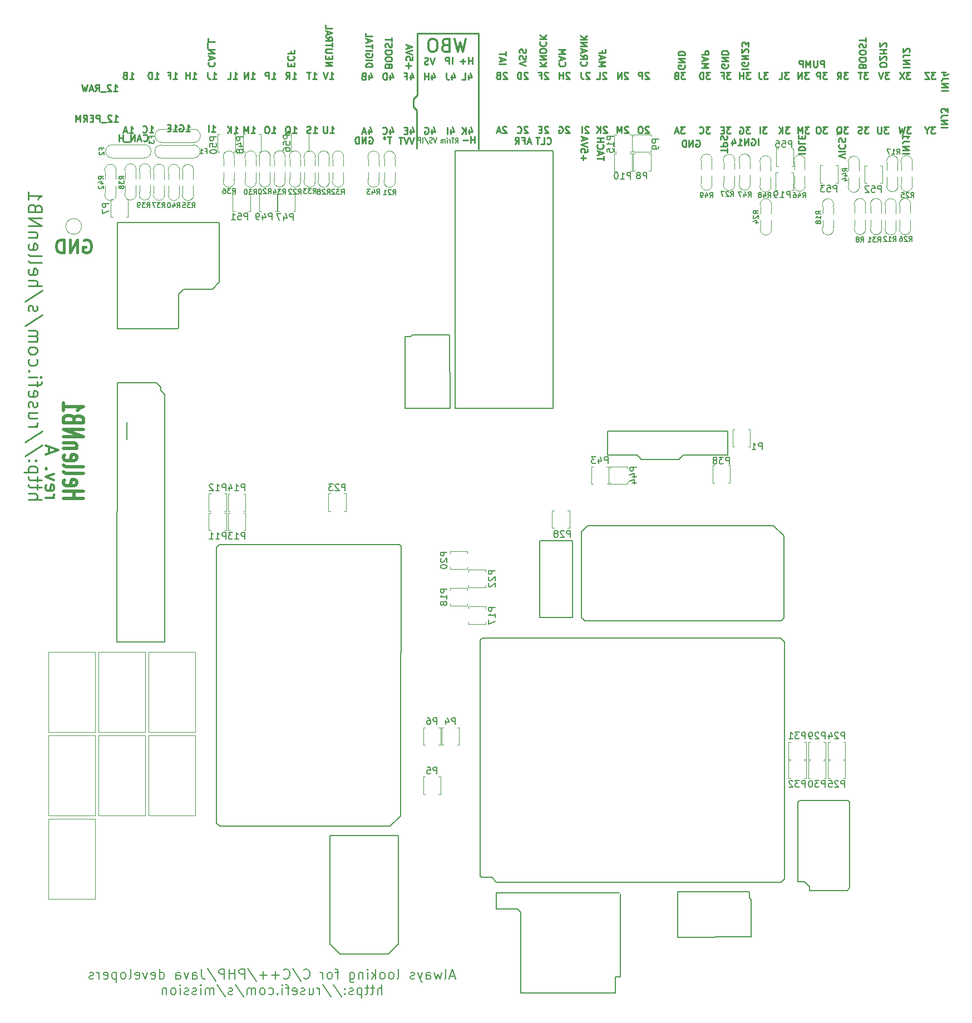
<source format=gbo>
G04 #@! TF.GenerationSoftware,KiCad,Pcbnew,(5.99.0-10559-g8513ca974c)*
G04 #@! TF.CreationDate,2021-09-14T12:44:07+03:00*
G04 #@! TF.ProjectId,hellen64_NB1,68656c6c-656e-4363-945f-4e42312e6b69,b*
G04 #@! TF.SameCoordinates,PX141ef50PYa2cc1bc*
G04 #@! TF.FileFunction,Legend,Bot*
G04 #@! TF.FilePolarity,Positive*
%FSLAX46Y46*%
G04 Gerber Fmt 4.6, Leading zero omitted, Abs format (unit mm)*
G04 Created by KiCad (PCBNEW (5.99.0-10559-g8513ca974c)) date 2021-09-14 12:44:07*
%MOMM*%
%LPD*%
G01*
G04 APERTURE LIST*
%ADD10C,0.250000*%
%ADD11C,0.223520*%
%ADD12C,0.350000*%
%ADD13C,0.150000*%
%ADD14C,0.500000*%
%ADD15C,0.200000*%
%ADD16C,0.400000*%
%ADD17C,0.300000*%
%ADD18C,0.127000*%
%ADD19C,0.099060*%
%ADD20C,0.120000*%
G04 APERTURE END LIST*
D10*
X60075000Y150375000D02*
X60075000Y140975000D01*
X59475000Y140375000D02*
X59475000Y139175000D01*
X69375000Y132775000D02*
X69375000Y150375000D01*
X59475000Y139175000D02*
X59975000Y138675000D01*
X60075000Y140975000D02*
X59475000Y140375000D01*
X59975000Y138675000D02*
X59975000Y132875000D01*
X69375000Y150375000D02*
X60075000Y150375000D01*
D11*
X22946013Y135445721D02*
X23526584Y135445721D01*
X23236299Y135445721D02*
X23236299Y136461721D01*
X23333060Y136316579D01*
X23429822Y136219817D01*
X23526584Y136171436D01*
X22510584Y135977912D02*
X22171918Y135977912D01*
X22026775Y135445721D02*
X22510584Y135445721D01*
X22510584Y136461721D01*
X22026775Y136461721D01*
X125611666Y144431381D02*
X124982714Y144431381D01*
X125321380Y144044334D01*
X125176238Y144044334D01*
X125079476Y143995953D01*
X125031095Y143947572D01*
X124982714Y143850810D01*
X124982714Y143608905D01*
X125031095Y143512143D01*
X125079476Y143463762D01*
X125176238Y143415381D01*
X125466523Y143415381D01*
X125563285Y143463762D01*
X125611666Y143512143D01*
X123966714Y143415381D02*
X124305380Y143899191D01*
X124547285Y143415381D02*
X124547285Y144431381D01*
X124160238Y144431381D01*
X124063476Y144383000D01*
X124015095Y144334620D01*
X123966714Y144237858D01*
X123966714Y144092715D01*
X124015095Y143995953D01*
X124063476Y143947572D01*
X124160238Y143899191D01*
X124547285Y143899191D01*
D12*
X67479761Y149570239D02*
X67003571Y147570239D01*
X66622619Y148998810D01*
X66241666Y147570239D01*
X65765476Y149570239D01*
X64336904Y148617858D02*
X64051190Y148522620D01*
X63955952Y148427381D01*
X63860714Y148236905D01*
X63860714Y147951191D01*
X63955952Y147760715D01*
X64051190Y147665477D01*
X64241666Y147570239D01*
X65003571Y147570239D01*
X65003571Y149570239D01*
X64336904Y149570239D01*
X64146428Y149475000D01*
X64051190Y149379762D01*
X63955952Y149189286D01*
X63955952Y148998810D01*
X64051190Y148808334D01*
X64146428Y148713096D01*
X64336904Y148617858D01*
X65003571Y148617858D01*
X62622619Y149570239D02*
X62241666Y149570239D01*
X62051190Y149475000D01*
X61860714Y149284524D01*
X61765476Y148903572D01*
X61765476Y148236905D01*
X61860714Y147855953D01*
X62051190Y147665477D01*
X62241666Y147570239D01*
X62622619Y147570239D01*
X62813095Y147665477D01*
X63003571Y147855953D01*
X63098809Y148236905D01*
X63098809Y148903572D01*
X63003571Y149284524D01*
X62813095Y149475000D01*
X62622619Y149570239D01*
D11*
X62697476Y146681381D02*
X62358809Y145665381D01*
X62020142Y146681381D01*
X61729857Y145713762D02*
X61584714Y145665381D01*
X61342809Y145665381D01*
X61246047Y145713762D01*
X61197666Y145762143D01*
X61149285Y145858905D01*
X61149285Y145955667D01*
X61197666Y146052429D01*
X61246047Y146100810D01*
X61342809Y146149191D01*
X61536333Y146197572D01*
X61633095Y146245953D01*
X61681476Y146294334D01*
X61729857Y146391096D01*
X61729857Y146487858D01*
X61681476Y146584620D01*
X61633095Y146633000D01*
X61536333Y146681381D01*
X61294428Y146681381D01*
X61149285Y146633000D01*
X107334680Y145656245D02*
X107383060Y145559483D01*
X107383060Y145414340D01*
X107334680Y145269198D01*
X107237918Y145172436D01*
X107141156Y145124055D01*
X106947632Y145075674D01*
X106802489Y145075674D01*
X106608965Y145124055D01*
X106512203Y145172436D01*
X106415441Y145269198D01*
X106367060Y145414340D01*
X106367060Y145511102D01*
X106415441Y145656245D01*
X106463822Y145704626D01*
X106802489Y145704626D01*
X106802489Y145511102D01*
X106367060Y146140055D02*
X107383060Y146140055D01*
X106367060Y146720626D01*
X107383060Y146720626D01*
X106367060Y147204436D02*
X107383060Y147204436D01*
X107383060Y147446340D01*
X107334680Y147591483D01*
X107237918Y147688245D01*
X107141156Y147736626D01*
X106947632Y147785007D01*
X106802489Y147785007D01*
X106608965Y147736626D01*
X106512203Y147688245D01*
X106415441Y147591483D01*
X106367060Y147446340D01*
X106367060Y147204436D01*
X59026904Y144017715D02*
X59026904Y143340381D01*
X59268809Y144404762D02*
X59510714Y143679048D01*
X58881761Y143679048D01*
X58156047Y143872572D02*
X58494714Y143872572D01*
X58494714Y143340381D02*
X58494714Y144356381D01*
X58010904Y144356381D01*
X122460857Y136176381D02*
X121831904Y136176381D01*
X122170571Y135789334D01*
X122025428Y135789334D01*
X121928666Y135740953D01*
X121880285Y135692572D01*
X121831904Y135595810D01*
X121831904Y135353905D01*
X121880285Y135257143D01*
X121928666Y135208762D01*
X122025428Y135160381D01*
X122315714Y135160381D01*
X122412476Y135208762D01*
X122460857Y135257143D01*
X121202952Y136176381D02*
X121009428Y136176381D01*
X120912666Y136128000D01*
X120815904Y136031239D01*
X120767523Y135837715D01*
X120767523Y135499048D01*
X120815904Y135305524D01*
X120912666Y135208762D01*
X121009428Y135160381D01*
X121202952Y135160381D01*
X121299714Y135208762D01*
X121396476Y135305524D01*
X121444857Y135499048D01*
X121444857Y135837715D01*
X121396476Y136031239D01*
X121299714Y136128000D01*
X121202952Y136176381D01*
X37931904Y135210381D02*
X38512476Y135210381D01*
X38222190Y135210381D02*
X38222190Y136226381D01*
X38318952Y136081239D01*
X38415714Y135984477D01*
X38512476Y135936096D01*
X37302952Y136226381D02*
X37109428Y136226381D01*
X37012666Y136178000D01*
X36915904Y136081239D01*
X36867523Y135887715D01*
X36867523Y135549048D01*
X36915904Y135355524D01*
X37012666Y135258762D01*
X37109428Y135210381D01*
X37302952Y135210381D01*
X37399714Y135258762D01*
X37496476Y135355524D01*
X37544857Y135549048D01*
X37544857Y135887715D01*
X37496476Y136081239D01*
X37399714Y136178000D01*
X37302952Y136226381D01*
X88408060Y131064436D02*
X88408060Y131645007D01*
X87392060Y131354721D02*
X88408060Y131354721D01*
X87682346Y131935293D02*
X87682346Y132419102D01*
X87392060Y131838531D02*
X88408060Y132177198D01*
X87392060Y132515864D01*
X87488822Y133435102D02*
X87440441Y133386721D01*
X87392060Y133241579D01*
X87392060Y133144817D01*
X87440441Y132999674D01*
X87537203Y132902912D01*
X87633965Y132854531D01*
X87827489Y132806150D01*
X87972632Y132806150D01*
X88166156Y132854531D01*
X88262918Y132902912D01*
X88359680Y132999674D01*
X88408060Y133144817D01*
X88408060Y133241579D01*
X88359680Y133386721D01*
X88311299Y133435102D01*
X87392060Y133870531D02*
X88408060Y133870531D01*
X87924251Y133870531D02*
X87924251Y134451102D01*
X87392060Y134451102D02*
X88408060Y134451102D01*
X32095952Y143465381D02*
X32676523Y143465381D01*
X32386238Y143465381D02*
X32386238Y144481381D01*
X32483000Y144336239D01*
X32579761Y144239477D01*
X32676523Y144191096D01*
X31176714Y143465381D02*
X31660523Y143465381D01*
X31660523Y144481381D01*
X113425714Y144431381D02*
X112796761Y144431381D01*
X113135428Y144044334D01*
X112990285Y144044334D01*
X112893523Y143995953D01*
X112845142Y143947572D01*
X112796761Y143850810D01*
X112796761Y143608905D01*
X112845142Y143512143D01*
X112893523Y143463762D01*
X112990285Y143415381D01*
X113280571Y143415381D01*
X113377333Y143463762D01*
X113425714Y143512143D01*
X112071047Y144431381D02*
X112071047Y143705667D01*
X112119428Y143560524D01*
X112216190Y143463762D01*
X112361333Y143415381D01*
X112458095Y143415381D01*
X79810489Y133617483D02*
X79858870Y133569102D01*
X80004013Y133520721D01*
X80100775Y133520721D01*
X80245918Y133569102D01*
X80342680Y133665864D01*
X80391060Y133762626D01*
X80439441Y133956150D01*
X80439441Y134101293D01*
X80391060Y134294817D01*
X80342680Y134391579D01*
X80245918Y134488340D01*
X80100775Y134536721D01*
X80004013Y134536721D01*
X79858870Y134488340D01*
X79810489Y134439960D01*
X78891251Y133520721D02*
X79375060Y133520721D01*
X79375060Y134536721D01*
X78697727Y134536721D02*
X78117156Y134536721D01*
X78407441Y133520721D02*
X78407441Y134536721D01*
X125635857Y136176381D02*
X125006904Y136176381D01*
X125345571Y135789334D01*
X125200428Y135789334D01*
X125103666Y135740953D01*
X125055285Y135692572D01*
X125006904Y135595810D01*
X125006904Y135353905D01*
X125055285Y135257143D01*
X125103666Y135208762D01*
X125200428Y135160381D01*
X125490714Y135160381D01*
X125587476Y135208762D01*
X125635857Y135257143D01*
X123894142Y135063620D02*
X123990904Y135112000D01*
X124087666Y135208762D01*
X124232809Y135353905D01*
X124329571Y135402286D01*
X124426333Y135402286D01*
X124377952Y135160381D02*
X124474714Y135208762D01*
X124571476Y135305524D01*
X124619857Y135499048D01*
X124619857Y135837715D01*
X124571476Y136031239D01*
X124474714Y136128000D01*
X124377952Y136176381D01*
X124184428Y136176381D01*
X124087666Y136128000D01*
X123990904Y136031239D01*
X123942523Y135837715D01*
X123942523Y135499048D01*
X123990904Y135305524D01*
X124087666Y135208762D01*
X124184428Y135160381D01*
X124377952Y135160381D01*
X40849251Y145419198D02*
X40849251Y145757864D01*
X40317060Y145903007D02*
X40317060Y145419198D01*
X41333060Y145419198D01*
X41333060Y145903007D01*
X40413822Y146919007D02*
X40365441Y146870626D01*
X40317060Y146725483D01*
X40317060Y146628721D01*
X40365441Y146483579D01*
X40462203Y146386817D01*
X40558965Y146338436D01*
X40752489Y146290055D01*
X40897632Y146290055D01*
X41091156Y146338436D01*
X41187918Y146386817D01*
X41284680Y146483579D01*
X41333060Y146628721D01*
X41333060Y146725483D01*
X41284680Y146870626D01*
X41236299Y146919007D01*
X40849251Y147693102D02*
X40849251Y147354436D01*
X40317060Y147354436D02*
X41333060Y147354436D01*
X41333060Y147838245D01*
X20127714Y143465381D02*
X20708285Y143465381D01*
X20418000Y143465381D02*
X20418000Y144481381D01*
X20514761Y144336239D01*
X20611523Y144239477D01*
X20708285Y144191096D01*
X19692285Y143465381D02*
X19692285Y144481381D01*
X19450380Y144481381D01*
X19305238Y144433000D01*
X19208476Y144336239D01*
X19160095Y144239477D01*
X19111714Y144045953D01*
X19111714Y143900810D01*
X19160095Y143707286D01*
X19208476Y143610524D01*
X19305238Y143513762D01*
X19450380Y143465381D01*
X19692285Y143465381D01*
X84988822Y146086198D02*
X84940441Y146037817D01*
X84892060Y145892674D01*
X84892060Y145795912D01*
X84940441Y145650769D01*
X85037203Y145554007D01*
X85133965Y145505626D01*
X85327489Y145457245D01*
X85472632Y145457245D01*
X85666156Y145505626D01*
X85762918Y145554007D01*
X85859680Y145650769D01*
X85908060Y145795912D01*
X85908060Y145892674D01*
X85859680Y146037817D01*
X85811299Y146086198D01*
X84892060Y147102198D02*
X85375870Y146763531D01*
X84892060Y146521626D02*
X85908060Y146521626D01*
X85908060Y146908674D01*
X85859680Y147005436D01*
X85811299Y147053817D01*
X85714537Y147102198D01*
X85569394Y147102198D01*
X85472632Y147053817D01*
X85424251Y147005436D01*
X85375870Y146908674D01*
X85375870Y146521626D01*
X85182346Y147489245D02*
X85182346Y147973055D01*
X84892060Y147392483D02*
X85908060Y147731150D01*
X84892060Y148069817D01*
X84892060Y148408483D02*
X85908060Y148408483D01*
X84892060Y148989055D01*
X85908060Y148989055D01*
X84892060Y149472864D02*
X85908060Y149472864D01*
X84892060Y150053436D02*
X85472632Y149618007D01*
X85908060Y150053436D02*
X85327489Y149472864D01*
X56129013Y134611721D02*
X55548441Y134611721D01*
X55838727Y133595721D02*
X55838727Y134611721D01*
X55064632Y134611721D02*
X55161394Y134563340D01*
X55209775Y134466579D01*
X55161394Y134369817D01*
X55064632Y134321436D01*
X54967870Y134369817D01*
X54919489Y134466579D01*
X54967870Y134563340D01*
X55064632Y134611721D01*
X100846666Y144431381D02*
X100217714Y144431381D01*
X100556380Y144044334D01*
X100411238Y144044334D01*
X100314476Y143995953D01*
X100266095Y143947572D01*
X100217714Y143850810D01*
X100217714Y143608905D01*
X100266095Y143512143D01*
X100314476Y143463762D01*
X100411238Y143415381D01*
X100701523Y143415381D01*
X100798285Y143463762D01*
X100846666Y143512143D01*
X99443619Y143947572D02*
X99298476Y143899191D01*
X99250095Y143850810D01*
X99201714Y143754048D01*
X99201714Y143608905D01*
X99250095Y143512143D01*
X99298476Y143463762D01*
X99395238Y143415381D01*
X99782285Y143415381D01*
X99782285Y144431381D01*
X99443619Y144431381D01*
X99346857Y144383000D01*
X99298476Y144334620D01*
X99250095Y144237858D01*
X99250095Y144141096D01*
X99298476Y144044334D01*
X99346857Y143995953D01*
X99443619Y143947572D01*
X99782285Y143947572D01*
X67989476Y135762715D02*
X67989476Y135085381D01*
X68231380Y136149762D02*
X68473285Y135424048D01*
X67844333Y135424048D01*
X67457285Y135085381D02*
X67457285Y136101381D01*
X66876714Y135085381D02*
X67312142Y135665953D01*
X66876714Y136101381D02*
X67457285Y135520810D01*
D13*
X63026680Y134518436D02*
X62793346Y133718436D01*
X62560013Y134518436D01*
X62360013Y133756531D02*
X62260013Y133718436D01*
X62093346Y133718436D01*
X62026680Y133756531D01*
X61993346Y133794626D01*
X61960013Y133870817D01*
X61960013Y133947007D01*
X61993346Y134023198D01*
X62026680Y134061293D01*
X62093346Y134099388D01*
X62226680Y134137483D01*
X62293346Y134175579D01*
X62326680Y134213674D01*
X62360013Y134289864D01*
X62360013Y134366055D01*
X62326680Y134442245D01*
X62293346Y134480340D01*
X62226680Y134518436D01*
X62060013Y134518436D01*
X61960013Y134480340D01*
X61160013Y134556531D02*
X61760013Y133527960D01*
X60926680Y133718436D02*
X60926680Y134518436D01*
X60593346Y133718436D02*
X60593346Y134518436D01*
X60326680Y134518436D01*
X60260013Y134480340D01*
X60226680Y134442245D01*
X60193346Y134366055D01*
X60193346Y134251769D01*
X60226680Y134175579D01*
X60260013Y134137483D01*
X60326680Y134099388D01*
X60593346Y134099388D01*
D11*
X102500775Y134088340D02*
X102597537Y134136721D01*
X102742680Y134136721D01*
X102887822Y134088340D01*
X102984584Y133991579D01*
X103032965Y133894817D01*
X103081346Y133701293D01*
X103081346Y133556150D01*
X103032965Y133362626D01*
X102984584Y133265864D01*
X102887822Y133169102D01*
X102742680Y133120721D01*
X102645918Y133120721D01*
X102500775Y133169102D01*
X102452394Y133217483D01*
X102452394Y133556150D01*
X102645918Y133556150D01*
X102016965Y133120721D02*
X102016965Y134136721D01*
X101436394Y133120721D01*
X101436394Y134136721D01*
X100952584Y133120721D02*
X100952584Y134136721D01*
X100710680Y134136721D01*
X100565537Y134088340D01*
X100468775Y133991579D01*
X100420394Y133894817D01*
X100372013Y133701293D01*
X100372013Y133556150D01*
X100420394Y133362626D01*
X100468775Y133265864D01*
X100565537Y133169102D01*
X100710680Y133120721D01*
X100952584Y133120721D01*
X109442060Y144947531D02*
X110458060Y144947531D01*
X110409680Y145963531D02*
X110458060Y145866769D01*
X110458060Y145721626D01*
X110409680Y145576483D01*
X110312918Y145479721D01*
X110216156Y145431340D01*
X110022632Y145382960D01*
X109877489Y145382960D01*
X109683965Y145431340D01*
X109587203Y145479721D01*
X109490441Y145576483D01*
X109442060Y145721626D01*
X109442060Y145818388D01*
X109490441Y145963531D01*
X109538822Y146011912D01*
X109877489Y146011912D01*
X109877489Y145818388D01*
X109442060Y146447340D02*
X110458060Y146447340D01*
X109442060Y147027912D01*
X110458060Y147027912D01*
X110361299Y147463340D02*
X110409680Y147511721D01*
X110458060Y147608483D01*
X110458060Y147850388D01*
X110409680Y147947150D01*
X110361299Y147995531D01*
X110264537Y148043912D01*
X110167775Y148043912D01*
X110022632Y147995531D01*
X109442060Y147414960D01*
X109442060Y148043912D01*
X110458060Y148382579D02*
X110458060Y149011531D01*
X110071013Y148672864D01*
X110071013Y148818007D01*
X110022632Y148914769D01*
X109974251Y148963150D01*
X109877489Y149011531D01*
X109635584Y149011531D01*
X109538822Y148963150D01*
X109490441Y148914769D01*
X109442060Y148818007D01*
X109442060Y148527721D01*
X109490441Y148430960D01*
X109538822Y148382579D01*
X52725775Y134563340D02*
X52822537Y134611721D01*
X52967680Y134611721D01*
X53112822Y134563340D01*
X53209584Y134466579D01*
X53257965Y134369817D01*
X53306346Y134176293D01*
X53306346Y134031150D01*
X53257965Y133837626D01*
X53209584Y133740864D01*
X53112822Y133644102D01*
X52967680Y133595721D01*
X52870918Y133595721D01*
X52725775Y133644102D01*
X52677394Y133692483D01*
X52677394Y134031150D01*
X52870918Y134031150D01*
X52241965Y133595721D02*
X52241965Y134611721D01*
X51661394Y133595721D01*
X51661394Y134611721D01*
X51177584Y133595721D02*
X51177584Y134611721D01*
X50935680Y134611721D01*
X50790537Y134563340D01*
X50693775Y134466579D01*
X50645394Y134369817D01*
X50597013Y134176293D01*
X50597013Y134031150D01*
X50645394Y133837626D01*
X50693775Y133740864D01*
X50790537Y133644102D01*
X50935680Y133595721D01*
X51177584Y133595721D01*
X128762476Y136176381D02*
X128133523Y136176381D01*
X128472190Y135789334D01*
X128327047Y135789334D01*
X128230285Y135740953D01*
X128181904Y135692572D01*
X128133523Y135595810D01*
X128133523Y135353905D01*
X128181904Y135257143D01*
X128230285Y135208762D01*
X128327047Y135160381D01*
X128617333Y135160381D01*
X128714095Y135208762D01*
X128762476Y135257143D01*
X127746476Y135208762D02*
X127601333Y135160381D01*
X127359428Y135160381D01*
X127262666Y135208762D01*
X127214285Y135257143D01*
X127165904Y135353905D01*
X127165904Y135450667D01*
X127214285Y135547429D01*
X127262666Y135595810D01*
X127359428Y135644191D01*
X127552952Y135692572D01*
X127649714Y135740953D01*
X127698095Y135789334D01*
X127746476Y135886096D01*
X127746476Y135982858D01*
X127698095Y136079620D01*
X127649714Y136128000D01*
X127552952Y136176381D01*
X127311047Y136176381D01*
X127165904Y136128000D01*
X135209238Y136176381D02*
X134580285Y136176381D01*
X134918952Y135789334D01*
X134773809Y135789334D01*
X134677047Y135740953D01*
X134628666Y135692572D01*
X134580285Y135595810D01*
X134580285Y135353905D01*
X134628666Y135257143D01*
X134677047Y135208762D01*
X134773809Y135160381D01*
X135064095Y135160381D01*
X135160857Y135208762D01*
X135209238Y135257143D01*
X134241619Y136176381D02*
X133999714Y135160381D01*
X133806190Y135886096D01*
X133612666Y135160381D01*
X133370761Y136176381D01*
X116721666Y136176381D02*
X116092714Y136176381D01*
X116431380Y135789334D01*
X116286238Y135789334D01*
X116189476Y135740953D01*
X116141095Y135692572D01*
X116092714Y135595810D01*
X116092714Y135353905D01*
X116141095Y135257143D01*
X116189476Y135208762D01*
X116286238Y135160381D01*
X116576523Y135160381D01*
X116673285Y135208762D01*
X116721666Y135257143D01*
X115657285Y135160381D02*
X115657285Y136176381D01*
X115076714Y135160381D02*
X115512142Y135740953D01*
X115076714Y136176381D02*
X115657285Y135595810D01*
X83257476Y144384620D02*
X83209095Y144433000D01*
X83112333Y144481381D01*
X82870428Y144481381D01*
X82773666Y144433000D01*
X82725285Y144384620D01*
X82676904Y144287858D01*
X82676904Y144191096D01*
X82725285Y144045953D01*
X83305857Y143465381D01*
X82676904Y143465381D01*
X82241476Y143465381D02*
X82241476Y144481381D01*
X82241476Y143997572D02*
X81660904Y143997572D01*
X81660904Y143465381D02*
X81660904Y144481381D01*
X139792060Y136102293D02*
X140808060Y136102293D01*
X139792060Y136586102D02*
X140808060Y136586102D01*
X139792060Y137166674D01*
X140808060Y137166674D01*
X140808060Y137940769D02*
X140082346Y137940769D01*
X139937203Y137892388D01*
X139840441Y137795626D01*
X139792060Y137650483D01*
X139792060Y137553721D01*
X140808060Y138327817D02*
X140808060Y138956769D01*
X140421013Y138618102D01*
X140421013Y138763245D01*
X140372632Y138860007D01*
X140324251Y138908388D01*
X140227489Y138956769D01*
X139985584Y138956769D01*
X139888822Y138908388D01*
X139840441Y138860007D01*
X139792060Y138763245D01*
X139792060Y138472960D01*
X139840441Y138376198D01*
X139888822Y138327817D01*
X110746666Y136131381D02*
X110117714Y136131381D01*
X110456380Y135744334D01*
X110311238Y135744334D01*
X110214476Y135695953D01*
X110166095Y135647572D01*
X110117714Y135550810D01*
X110117714Y135308905D01*
X110166095Y135212143D01*
X110214476Y135163762D01*
X110311238Y135115381D01*
X110601523Y135115381D01*
X110698285Y135163762D01*
X110746666Y135212143D01*
X109150095Y136083000D02*
X109246857Y136131381D01*
X109392000Y136131381D01*
X109537142Y136083000D01*
X109633904Y135986239D01*
X109682285Y135889477D01*
X109730666Y135695953D01*
X109730666Y135550810D01*
X109682285Y135357286D01*
X109633904Y135260524D01*
X109537142Y135163762D01*
X109392000Y135115381D01*
X109295238Y135115381D01*
X109150095Y135163762D01*
X109101714Y135212143D01*
X109101714Y135550810D01*
X109295238Y135550810D01*
X58729108Y145088626D02*
X58729108Y145862721D01*
X58342060Y145475674D02*
X59116156Y145475674D01*
X59358060Y146830340D02*
X59358060Y146346531D01*
X58874251Y146298150D01*
X58922632Y146346531D01*
X58971013Y146443293D01*
X58971013Y146685198D01*
X58922632Y146781960D01*
X58874251Y146830340D01*
X58777489Y146878721D01*
X58535584Y146878721D01*
X58438822Y146830340D01*
X58390441Y146781960D01*
X58342060Y146685198D01*
X58342060Y146443293D01*
X58390441Y146346531D01*
X58438822Y146298150D01*
X59358060Y147169007D02*
X58342060Y147507674D01*
X59358060Y147846340D01*
X58632346Y148136626D02*
X58632346Y148620436D01*
X58342060Y148039864D02*
X59358060Y148378531D01*
X58342060Y148717198D01*
X44136761Y143465381D02*
X44717333Y143465381D01*
X44427047Y143465381D02*
X44427047Y144481381D01*
X44523809Y144336239D01*
X44620571Y144239477D01*
X44717333Y144191096D01*
X43846476Y144481381D02*
X43265904Y144481381D01*
X43556190Y143465381D02*
X43556190Y144481381D01*
X119719238Y136176381D02*
X119090285Y136176381D01*
X119428952Y135789334D01*
X119283809Y135789334D01*
X119187047Y135740953D01*
X119138666Y135692572D01*
X119090285Y135595810D01*
X119090285Y135353905D01*
X119138666Y135257143D01*
X119187047Y135208762D01*
X119283809Y135160381D01*
X119574095Y135160381D01*
X119670857Y135208762D01*
X119719238Y135257143D01*
X118654857Y135160381D02*
X118654857Y136176381D01*
X118316190Y135450667D01*
X117977523Y136176381D01*
X117977523Y135160381D01*
D14*
X6244537Y79567245D02*
X9244537Y79567245D01*
X7815965Y79567245D02*
X7815965Y80710102D01*
X6244537Y80710102D02*
X9244537Y80710102D01*
X6387394Y82424388D02*
X6244537Y82233912D01*
X6244537Y81852960D01*
X6387394Y81662483D01*
X6673108Y81567245D01*
X7815965Y81567245D01*
X8101680Y81662483D01*
X8244537Y81852960D01*
X8244537Y82233912D01*
X8101680Y82424388D01*
X7815965Y82519626D01*
X7530251Y82519626D01*
X7244537Y81567245D01*
X6244537Y83662483D02*
X6387394Y83472007D01*
X6673108Y83376769D01*
X9244537Y83376769D01*
X6244537Y84710102D02*
X6387394Y84519626D01*
X6673108Y84424388D01*
X9244537Y84424388D01*
X6387394Y86233912D02*
X6244537Y86043436D01*
X6244537Y85662483D01*
X6387394Y85472007D01*
X6673108Y85376769D01*
X7815965Y85376769D01*
X8101680Y85472007D01*
X8244537Y85662483D01*
X8244537Y86043436D01*
X8101680Y86233912D01*
X7815965Y86329150D01*
X7530251Y86329150D01*
X7244537Y85376769D01*
X8244537Y87186293D02*
X6244537Y87186293D01*
X7958822Y87186293D02*
X8101680Y87281531D01*
X8244537Y87472007D01*
X8244537Y87757721D01*
X8101680Y87948198D01*
X7815965Y88043436D01*
X6244537Y88043436D01*
X6244537Y88995817D02*
X9244537Y88995817D01*
X6244537Y90138674D01*
X9244537Y90138674D01*
X7815965Y91757721D02*
X7673108Y92043436D01*
X7530251Y92138674D01*
X7244537Y92233912D01*
X6815965Y92233912D01*
X6530251Y92138674D01*
X6387394Y92043436D01*
X6244537Y91852960D01*
X6244537Y91091055D01*
X9244537Y91091055D01*
X9244537Y91757721D01*
X9101680Y91948198D01*
X8958822Y92043436D01*
X8673108Y92138674D01*
X8387394Y92138674D01*
X8101680Y92043436D01*
X7958822Y91948198D01*
X7815965Y91757721D01*
X7815965Y91091055D01*
X6244537Y94138674D02*
X6244537Y92995817D01*
X6244537Y93567245D02*
X9244537Y93567245D01*
X8815965Y93376769D01*
X8530251Y93186293D01*
X8387394Y92995817D01*
D11*
X78692060Y145358864D02*
X79708060Y145358864D01*
X78692060Y145939436D02*
X79272632Y145504007D01*
X79708060Y145939436D02*
X79127489Y145358864D01*
X78692060Y146374864D02*
X79708060Y146374864D01*
X78692060Y146955436D01*
X79708060Y146955436D01*
X79708060Y147632769D02*
X79708060Y147826293D01*
X79659680Y147923055D01*
X79562918Y148019817D01*
X79369394Y148068198D01*
X79030727Y148068198D01*
X78837203Y148019817D01*
X78740441Y147923055D01*
X78692060Y147826293D01*
X78692060Y147632769D01*
X78740441Y147536007D01*
X78837203Y147439245D01*
X79030727Y147390864D01*
X79369394Y147390864D01*
X79562918Y147439245D01*
X79659680Y147536007D01*
X79708060Y147632769D01*
X78788822Y149084198D02*
X78740441Y149035817D01*
X78692060Y148890674D01*
X78692060Y148793912D01*
X78740441Y148648769D01*
X78837203Y148552007D01*
X78933965Y148503626D01*
X79127489Y148455245D01*
X79272632Y148455245D01*
X79466156Y148503626D01*
X79562918Y148552007D01*
X79659680Y148648769D01*
X79708060Y148793912D01*
X79708060Y148890674D01*
X79659680Y149035817D01*
X79611299Y149084198D01*
X78692060Y149519626D02*
X79708060Y149519626D01*
X78692060Y150100198D02*
X79272632Y149664769D01*
X79708060Y150100198D02*
X79127489Y149519626D01*
X62274476Y135762715D02*
X62274476Y135085381D01*
X62516380Y136149762D02*
X62758285Y135424048D01*
X62129333Y135424048D01*
X61210095Y136053000D02*
X61306857Y136101381D01*
X61452000Y136101381D01*
X61597142Y136053000D01*
X61693904Y135956239D01*
X61742285Y135859477D01*
X61790666Y135665953D01*
X61790666Y135520810D01*
X61742285Y135327286D01*
X61693904Y135230524D01*
X61597142Y135133762D01*
X61452000Y135085381D01*
X61355238Y135085381D01*
X61210095Y135133762D01*
X61161714Y135182143D01*
X61161714Y135520810D01*
X61355238Y135520810D01*
X113280571Y136176381D02*
X112651619Y136176381D01*
X112990285Y135789334D01*
X112845142Y135789334D01*
X112748380Y135740953D01*
X112700000Y135692572D01*
X112651619Y135595810D01*
X112651619Y135353905D01*
X112700000Y135257143D01*
X112748380Y135208762D01*
X112845142Y135160381D01*
X113135428Y135160381D01*
X113232190Y135208762D01*
X113280571Y135257143D01*
X112216190Y135160381D02*
X112216190Y136176381D01*
X55722571Y145512334D02*
X55674190Y145657477D01*
X55625809Y145705858D01*
X55529047Y145754239D01*
X55383904Y145754239D01*
X55287142Y145705858D01*
X55238761Y145657477D01*
X55190380Y145560715D01*
X55190380Y145173667D01*
X56206380Y145173667D01*
X56206380Y145512334D01*
X56158000Y145609096D01*
X56109619Y145657477D01*
X56012857Y145705858D01*
X55916095Y145705858D01*
X55819333Y145657477D01*
X55770952Y145609096D01*
X55722571Y145512334D01*
X55722571Y145173667D01*
X56206380Y146383191D02*
X56206380Y146576715D01*
X56158000Y146673477D01*
X56061238Y146770239D01*
X55867714Y146818620D01*
X55529047Y146818620D01*
X55335523Y146770239D01*
X55238761Y146673477D01*
X55190380Y146576715D01*
X55190380Y146383191D01*
X55238761Y146286429D01*
X55335523Y146189667D01*
X55529047Y146141286D01*
X55867714Y146141286D01*
X56061238Y146189667D01*
X56158000Y146286429D01*
X56206380Y146383191D01*
X56206380Y147447572D02*
X56206380Y147641096D01*
X56158000Y147737858D01*
X56061238Y147834620D01*
X55867714Y147883000D01*
X55529047Y147883000D01*
X55335523Y147834620D01*
X55238761Y147737858D01*
X55190380Y147641096D01*
X55190380Y147447572D01*
X55238761Y147350810D01*
X55335523Y147254048D01*
X55529047Y147205667D01*
X55867714Y147205667D01*
X56061238Y147254048D01*
X56158000Y147350810D01*
X56206380Y147447572D01*
X55238761Y148270048D02*
X55190380Y148415191D01*
X55190380Y148657096D01*
X55238761Y148753858D01*
X55287142Y148802239D01*
X55383904Y148850620D01*
X55480666Y148850620D01*
X55577428Y148802239D01*
X55625809Y148753858D01*
X55674190Y148657096D01*
X55722571Y148463572D01*
X55770952Y148366810D01*
X55819333Y148318429D01*
X55916095Y148270048D01*
X56012857Y148270048D01*
X56109619Y148318429D01*
X56158000Y148366810D01*
X56206380Y148463572D01*
X56206380Y148705477D01*
X56158000Y148850620D01*
X56206380Y149140905D02*
X56206380Y149721477D01*
X55190380Y149431191D02*
X56206380Y149431191D01*
D15*
X65798108Y6912840D02*
X65083822Y6912840D01*
X65940965Y6484269D02*
X65440965Y7984269D01*
X64940965Y6484269D01*
X64226680Y6484269D02*
X64369537Y6555698D01*
X64440965Y6698555D01*
X64440965Y7984269D01*
X63798108Y7484269D02*
X63512394Y6484269D01*
X63226680Y7198555D01*
X62940965Y6484269D01*
X62655251Y7484269D01*
X61440965Y6484269D02*
X61440965Y7269983D01*
X61512394Y7412840D01*
X61655251Y7484269D01*
X61940965Y7484269D01*
X62083822Y7412840D01*
X61440965Y6555698D02*
X61583822Y6484269D01*
X61940965Y6484269D01*
X62083822Y6555698D01*
X62155251Y6698555D01*
X62155251Y6841412D01*
X62083822Y6984269D01*
X61940965Y7055698D01*
X61583822Y7055698D01*
X61440965Y7127126D01*
X60869537Y7484269D02*
X60512394Y6484269D01*
X60155251Y7484269D02*
X60512394Y6484269D01*
X60655251Y6127126D01*
X60726680Y6055698D01*
X60869537Y5984269D01*
X59655251Y6555698D02*
X59512394Y6484269D01*
X59226680Y6484269D01*
X59083822Y6555698D01*
X59012394Y6698555D01*
X59012394Y6769983D01*
X59083822Y6912840D01*
X59226680Y6984269D01*
X59440965Y6984269D01*
X59583822Y7055698D01*
X59655251Y7198555D01*
X59655251Y7269983D01*
X59583822Y7412840D01*
X59440965Y7484269D01*
X59226680Y7484269D01*
X59083822Y7412840D01*
X57012394Y6484269D02*
X57155251Y6555698D01*
X57226680Y6698555D01*
X57226680Y7984269D01*
X56226680Y6484269D02*
X56369537Y6555698D01*
X56440965Y6627126D01*
X56512394Y6769983D01*
X56512394Y7198555D01*
X56440965Y7341412D01*
X56369537Y7412840D01*
X56226680Y7484269D01*
X56012394Y7484269D01*
X55869537Y7412840D01*
X55798108Y7341412D01*
X55726680Y7198555D01*
X55726680Y6769983D01*
X55798108Y6627126D01*
X55869537Y6555698D01*
X56012394Y6484269D01*
X56226680Y6484269D01*
X54869537Y6484269D02*
X55012394Y6555698D01*
X55083822Y6627126D01*
X55155251Y6769983D01*
X55155251Y7198555D01*
X55083822Y7341412D01*
X55012394Y7412840D01*
X54869537Y7484269D01*
X54655251Y7484269D01*
X54512394Y7412840D01*
X54440965Y7341412D01*
X54369537Y7198555D01*
X54369537Y6769983D01*
X54440965Y6627126D01*
X54512394Y6555698D01*
X54655251Y6484269D01*
X54869537Y6484269D01*
X53726680Y6484269D02*
X53726680Y7984269D01*
X53583822Y7055698D02*
X53155251Y6484269D01*
X53155251Y7484269D02*
X53726680Y6912840D01*
X52512394Y6484269D02*
X52512394Y7484269D01*
X52512394Y7984269D02*
X52583822Y7912840D01*
X52512394Y7841412D01*
X52440965Y7912840D01*
X52512394Y7984269D01*
X52512394Y7841412D01*
X51798108Y7484269D02*
X51798108Y6484269D01*
X51798108Y7341412D02*
X51726680Y7412840D01*
X51583822Y7484269D01*
X51369537Y7484269D01*
X51226680Y7412840D01*
X51155251Y7269983D01*
X51155251Y6484269D01*
X49798108Y7484269D02*
X49798108Y6269983D01*
X49869537Y6127126D01*
X49940965Y6055698D01*
X50083822Y5984269D01*
X50298108Y5984269D01*
X50440965Y6055698D01*
X49798108Y6555698D02*
X49940965Y6484269D01*
X50226679Y6484269D01*
X50369537Y6555698D01*
X50440965Y6627126D01*
X50512394Y6769983D01*
X50512394Y7198555D01*
X50440965Y7341412D01*
X50369537Y7412840D01*
X50226679Y7484269D01*
X49940965Y7484269D01*
X49798108Y7412840D01*
X48155251Y7484269D02*
X47583822Y7484269D01*
X47940965Y6484269D02*
X47940965Y7769983D01*
X47869537Y7912840D01*
X47726679Y7984269D01*
X47583822Y7984269D01*
X46869537Y6484269D02*
X47012394Y6555698D01*
X47083822Y6627126D01*
X47155251Y6769983D01*
X47155251Y7198555D01*
X47083822Y7341412D01*
X47012394Y7412840D01*
X46869537Y7484269D01*
X46655251Y7484269D01*
X46512394Y7412840D01*
X46440965Y7341412D01*
X46369537Y7198555D01*
X46369537Y6769983D01*
X46440965Y6627126D01*
X46512394Y6555698D01*
X46655251Y6484269D01*
X46869537Y6484269D01*
X45726679Y6484269D02*
X45726679Y7484269D01*
X45726679Y7198555D02*
X45655251Y7341412D01*
X45583822Y7412840D01*
X45440965Y7484269D01*
X45298108Y7484269D01*
X42798108Y6627126D02*
X42869537Y6555698D01*
X43083822Y6484269D01*
X43226679Y6484269D01*
X43440965Y6555698D01*
X43583822Y6698555D01*
X43655251Y6841412D01*
X43726680Y7127126D01*
X43726680Y7341412D01*
X43655251Y7627126D01*
X43583822Y7769983D01*
X43440965Y7912840D01*
X43226679Y7984269D01*
X43083822Y7984269D01*
X42869537Y7912840D01*
X42798108Y7841412D01*
X41083822Y8055698D02*
X42369537Y6127126D01*
X39726680Y6627126D02*
X39798108Y6555698D01*
X40012394Y6484269D01*
X40155251Y6484269D01*
X40369537Y6555698D01*
X40512394Y6698555D01*
X40583822Y6841412D01*
X40655251Y7127126D01*
X40655251Y7341412D01*
X40583822Y7627126D01*
X40512394Y7769983D01*
X40369537Y7912840D01*
X40155251Y7984269D01*
X40012394Y7984269D01*
X39798108Y7912840D01*
X39726680Y7841412D01*
X39083822Y7055698D02*
X37940965Y7055698D01*
X38512394Y6484269D02*
X38512394Y7627126D01*
X37226679Y7055698D02*
X36083822Y7055698D01*
X36655251Y6484269D02*
X36655251Y7627126D01*
X34298108Y8055698D02*
X35583822Y6127126D01*
X33798108Y6484269D02*
X33798108Y7984269D01*
X33226679Y7984269D01*
X33083822Y7912840D01*
X33012394Y7841412D01*
X32940965Y7698555D01*
X32940965Y7484269D01*
X33012394Y7341412D01*
X33083822Y7269983D01*
X33226679Y7198555D01*
X33798108Y7198555D01*
X32298108Y6484269D02*
X32298108Y7984269D01*
X32298108Y7269983D02*
X31440965Y7269983D01*
X31440965Y6484269D02*
X31440965Y7984269D01*
X30726679Y6484269D02*
X30726679Y7984269D01*
X30155251Y7984269D01*
X30012394Y7912840D01*
X29940965Y7841412D01*
X29869537Y7698555D01*
X29869537Y7484269D01*
X29940965Y7341412D01*
X30012394Y7269983D01*
X30155251Y7198555D01*
X30726679Y7198555D01*
X28155251Y8055698D02*
X29440965Y6127126D01*
X27226679Y7984269D02*
X27226679Y6912840D01*
X27298108Y6698555D01*
X27440965Y6555698D01*
X27655251Y6484269D01*
X27798108Y6484269D01*
X25869537Y6484269D02*
X25869537Y7269983D01*
X25940965Y7412840D01*
X26083822Y7484269D01*
X26369537Y7484269D01*
X26512394Y7412840D01*
X25869537Y6555698D02*
X26012394Y6484269D01*
X26369537Y6484269D01*
X26512394Y6555698D01*
X26583822Y6698555D01*
X26583822Y6841412D01*
X26512394Y6984269D01*
X26369537Y7055698D01*
X26012394Y7055698D01*
X25869537Y7127126D01*
X25298108Y7484269D02*
X24940965Y6484269D01*
X24583822Y7484269D01*
X23369537Y6484269D02*
X23369537Y7269983D01*
X23440965Y7412840D01*
X23583822Y7484269D01*
X23869537Y7484269D01*
X24012394Y7412840D01*
X23369537Y6555698D02*
X23512394Y6484269D01*
X23869537Y6484269D01*
X24012394Y6555698D01*
X24083822Y6698555D01*
X24083822Y6841412D01*
X24012394Y6984269D01*
X23869537Y7055698D01*
X23512394Y7055698D01*
X23369537Y7127126D01*
X20869537Y6484269D02*
X20869537Y7984269D01*
X20869537Y6555698D02*
X21012394Y6484269D01*
X21298108Y6484269D01*
X21440965Y6555698D01*
X21512394Y6627126D01*
X21583822Y6769983D01*
X21583822Y7198555D01*
X21512394Y7341412D01*
X21440965Y7412840D01*
X21298108Y7484269D01*
X21012394Y7484269D01*
X20869537Y7412840D01*
X19583822Y6555698D02*
X19726680Y6484269D01*
X20012394Y6484269D01*
X20155251Y6555698D01*
X20226680Y6698555D01*
X20226680Y7269983D01*
X20155251Y7412840D01*
X20012394Y7484269D01*
X19726680Y7484269D01*
X19583822Y7412840D01*
X19512394Y7269983D01*
X19512394Y7127126D01*
X20226680Y6984269D01*
X19012394Y7484269D02*
X18655251Y6484269D01*
X18298108Y7484269D01*
X17155251Y6555698D02*
X17298108Y6484269D01*
X17583822Y6484269D01*
X17726680Y6555698D01*
X17798108Y6698555D01*
X17798108Y7269983D01*
X17726680Y7412840D01*
X17583822Y7484269D01*
X17298108Y7484269D01*
X17155251Y7412840D01*
X17083822Y7269983D01*
X17083822Y7127126D01*
X17798108Y6984269D01*
X16226680Y6484269D02*
X16369537Y6555698D01*
X16440965Y6698555D01*
X16440965Y7984269D01*
X15440965Y6484269D02*
X15583822Y6555698D01*
X15655251Y6627126D01*
X15726680Y6769983D01*
X15726680Y7198555D01*
X15655251Y7341412D01*
X15583822Y7412840D01*
X15440965Y7484269D01*
X15226680Y7484269D01*
X15083822Y7412840D01*
X15012394Y7341412D01*
X14940965Y7198555D01*
X14940965Y6769983D01*
X15012394Y6627126D01*
X15083822Y6555698D01*
X15226680Y6484269D01*
X15440965Y6484269D01*
X14298108Y7484269D02*
X14298108Y5984269D01*
X14298108Y7412840D02*
X14155251Y7484269D01*
X13869537Y7484269D01*
X13726680Y7412840D01*
X13655251Y7341412D01*
X13583822Y7198555D01*
X13583822Y6769983D01*
X13655251Y6627126D01*
X13726680Y6555698D01*
X13869537Y6484269D01*
X14155251Y6484269D01*
X14298108Y6555698D01*
X12369537Y6555698D02*
X12512394Y6484269D01*
X12798108Y6484269D01*
X12940965Y6555698D01*
X13012394Y6698555D01*
X13012394Y7269983D01*
X12940965Y7412840D01*
X12798108Y7484269D01*
X12512394Y7484269D01*
X12369537Y7412840D01*
X12298108Y7269983D01*
X12298108Y7127126D01*
X13012394Y6984269D01*
X11655251Y6484269D02*
X11655251Y7484269D01*
X11655251Y7198555D02*
X11583822Y7341412D01*
X11512394Y7412840D01*
X11369537Y7484269D01*
X11226679Y7484269D01*
X10798108Y6555698D02*
X10655251Y6484269D01*
X10369537Y6484269D01*
X10226679Y6555698D01*
X10155251Y6698555D01*
X10155251Y6769983D01*
X10226679Y6912840D01*
X10369537Y6984269D01*
X10583822Y6984269D01*
X10726679Y7055698D01*
X10798108Y7198555D01*
X10798108Y7269983D01*
X10726679Y7412840D01*
X10583822Y7484269D01*
X10369537Y7484269D01*
X10226679Y7412840D01*
X54690965Y4069269D02*
X54690965Y5569269D01*
X54048108Y4069269D02*
X54048108Y4854983D01*
X54119537Y4997840D01*
X54262394Y5069269D01*
X54476680Y5069269D01*
X54619537Y4997840D01*
X54690965Y4926412D01*
X53548108Y5069269D02*
X52976680Y5069269D01*
X53333822Y5569269D02*
X53333822Y4283555D01*
X53262394Y4140698D01*
X53119537Y4069269D01*
X52976680Y4069269D01*
X52690965Y5069269D02*
X52119537Y5069269D01*
X52476680Y5569269D02*
X52476680Y4283555D01*
X52405251Y4140698D01*
X52262394Y4069269D01*
X52119537Y4069269D01*
X51619537Y5069269D02*
X51619537Y3569269D01*
X51619537Y4997840D02*
X51476680Y5069269D01*
X51190965Y5069269D01*
X51048108Y4997840D01*
X50976680Y4926412D01*
X50905251Y4783555D01*
X50905251Y4354983D01*
X50976680Y4212126D01*
X51048108Y4140698D01*
X51190965Y4069269D01*
X51476680Y4069269D01*
X51619537Y4140698D01*
X50333822Y4140698D02*
X50190965Y4069269D01*
X49905251Y4069269D01*
X49762394Y4140698D01*
X49690965Y4283555D01*
X49690965Y4354983D01*
X49762394Y4497840D01*
X49905251Y4569269D01*
X50119537Y4569269D01*
X50262394Y4640698D01*
X50333822Y4783555D01*
X50333822Y4854983D01*
X50262394Y4997840D01*
X50119537Y5069269D01*
X49905251Y5069269D01*
X49762394Y4997840D01*
X49048108Y4212126D02*
X48976680Y4140698D01*
X49048108Y4069269D01*
X49119537Y4140698D01*
X49048108Y4212126D01*
X49048108Y4069269D01*
X49048108Y4997840D02*
X48976680Y4926412D01*
X49048108Y4854983D01*
X49119537Y4926412D01*
X49048108Y4997840D01*
X49048108Y4854983D01*
X47262394Y5640698D02*
X48548108Y3712126D01*
X45690965Y5640698D02*
X46976680Y3712126D01*
X45190965Y4069269D02*
X45190965Y5069269D01*
X45190965Y4783555D02*
X45119537Y4926412D01*
X45048108Y4997840D01*
X44905251Y5069269D01*
X44762394Y5069269D01*
X43619537Y5069269D02*
X43619537Y4069269D01*
X44262394Y5069269D02*
X44262394Y4283555D01*
X44190965Y4140698D01*
X44048108Y4069269D01*
X43833822Y4069269D01*
X43690965Y4140698D01*
X43619537Y4212126D01*
X42976680Y4140698D02*
X42833822Y4069269D01*
X42548108Y4069269D01*
X42405251Y4140698D01*
X42333822Y4283555D01*
X42333822Y4354983D01*
X42405251Y4497840D01*
X42548108Y4569269D01*
X42762394Y4569269D01*
X42905251Y4640698D01*
X42976680Y4783555D01*
X42976680Y4854983D01*
X42905251Y4997840D01*
X42762394Y5069269D01*
X42548108Y5069269D01*
X42405251Y4997840D01*
X41119537Y4140698D02*
X41262394Y4069269D01*
X41548108Y4069269D01*
X41690965Y4140698D01*
X41762394Y4283555D01*
X41762394Y4854983D01*
X41690965Y4997840D01*
X41548108Y5069269D01*
X41262394Y5069269D01*
X41119537Y4997840D01*
X41048108Y4854983D01*
X41048108Y4712126D01*
X41762394Y4569269D01*
X40619537Y5069269D02*
X40048108Y5069269D01*
X40405251Y4069269D02*
X40405251Y5354983D01*
X40333822Y5497840D01*
X40190965Y5569269D01*
X40048108Y5569269D01*
X39548108Y4069269D02*
X39548108Y5069269D01*
X39548108Y5569269D02*
X39619537Y5497840D01*
X39548108Y5426412D01*
X39476680Y5497840D01*
X39548108Y5569269D01*
X39548108Y5426412D01*
X38833822Y4212126D02*
X38762394Y4140698D01*
X38833822Y4069269D01*
X38905251Y4140698D01*
X38833822Y4212126D01*
X38833822Y4069269D01*
X37476680Y4140698D02*
X37619537Y4069269D01*
X37905251Y4069269D01*
X38048108Y4140698D01*
X38119537Y4212126D01*
X38190965Y4354983D01*
X38190965Y4783555D01*
X38119537Y4926412D01*
X38048108Y4997840D01*
X37905251Y5069269D01*
X37619537Y5069269D01*
X37476680Y4997840D01*
X36619537Y4069269D02*
X36762394Y4140698D01*
X36833822Y4212126D01*
X36905251Y4354983D01*
X36905251Y4783555D01*
X36833822Y4926412D01*
X36762394Y4997840D01*
X36619537Y5069269D01*
X36405251Y5069269D01*
X36262394Y4997840D01*
X36190965Y4926412D01*
X36119537Y4783555D01*
X36119537Y4354983D01*
X36190965Y4212126D01*
X36262394Y4140698D01*
X36405251Y4069269D01*
X36619537Y4069269D01*
X35476680Y4069269D02*
X35476680Y5069269D01*
X35476680Y4926412D02*
X35405251Y4997840D01*
X35262394Y5069269D01*
X35048108Y5069269D01*
X34905251Y4997840D01*
X34833822Y4854983D01*
X34833822Y4069269D01*
X34833822Y4854983D02*
X34762394Y4997840D01*
X34619537Y5069269D01*
X34405251Y5069269D01*
X34262394Y4997840D01*
X34190965Y4854983D01*
X34190965Y4069269D01*
X32405251Y5640698D02*
X33690965Y3712126D01*
X31976680Y4140698D02*
X31833822Y4069269D01*
X31548108Y4069269D01*
X31405251Y4140698D01*
X31333822Y4283555D01*
X31333822Y4354983D01*
X31405251Y4497840D01*
X31548108Y4569269D01*
X31762394Y4569269D01*
X31905251Y4640698D01*
X31976680Y4783555D01*
X31976680Y4854983D01*
X31905251Y4997840D01*
X31762394Y5069269D01*
X31548108Y5069269D01*
X31405251Y4997840D01*
X29619537Y5640698D02*
X30905251Y3712126D01*
X29119537Y4069269D02*
X29119537Y5069269D01*
X29119537Y4926412D02*
X29048108Y4997840D01*
X28905251Y5069269D01*
X28690965Y5069269D01*
X28548108Y4997840D01*
X28476680Y4854983D01*
X28476680Y4069269D01*
X28476680Y4854983D02*
X28405251Y4997840D01*
X28262394Y5069269D01*
X28048108Y5069269D01*
X27905251Y4997840D01*
X27833822Y4854983D01*
X27833822Y4069269D01*
X27119537Y4069269D02*
X27119537Y5069269D01*
X27119537Y5569269D02*
X27190965Y5497840D01*
X27119537Y5426412D01*
X27048108Y5497840D01*
X27119537Y5569269D01*
X27119537Y5426412D01*
X26476680Y4140698D02*
X26333822Y4069269D01*
X26048108Y4069269D01*
X25905251Y4140698D01*
X25833822Y4283555D01*
X25833822Y4354983D01*
X25905251Y4497840D01*
X26048108Y4569269D01*
X26262394Y4569269D01*
X26405251Y4640698D01*
X26476680Y4783555D01*
X26476680Y4854983D01*
X26405251Y4997840D01*
X26262394Y5069269D01*
X26048108Y5069269D01*
X25905251Y4997840D01*
X25262394Y4140698D02*
X25119537Y4069269D01*
X24833822Y4069269D01*
X24690965Y4140698D01*
X24619537Y4283555D01*
X24619537Y4354983D01*
X24690965Y4497840D01*
X24833822Y4569269D01*
X25048108Y4569269D01*
X25190965Y4640698D01*
X25262394Y4783555D01*
X25262394Y4854983D01*
X25190965Y4997840D01*
X25048108Y5069269D01*
X24833822Y5069269D01*
X24690965Y4997840D01*
X23976680Y4069269D02*
X23976680Y5069269D01*
X23976680Y5569269D02*
X24048108Y5497840D01*
X23976680Y5426412D01*
X23905251Y5497840D01*
X23976680Y5569269D01*
X23976680Y5426412D01*
X23048108Y4069269D02*
X23190965Y4140698D01*
X23262394Y4212126D01*
X23333822Y4354983D01*
X23333822Y4783555D01*
X23262394Y4926412D01*
X23190965Y4997840D01*
X23048108Y5069269D01*
X22833822Y5069269D01*
X22690965Y4997840D01*
X22619537Y4926412D01*
X22548108Y4783555D01*
X22548108Y4354983D01*
X22619537Y4212126D01*
X22690965Y4140698D01*
X22833822Y4069269D01*
X23048108Y4069269D01*
X21905251Y5069269D02*
X21905251Y4069269D01*
X21905251Y4926412D02*
X21833822Y4997840D01*
X21690965Y5069269D01*
X21476680Y5069269D01*
X21333822Y4997840D01*
X21262394Y4854983D01*
X21262394Y4069269D01*
D11*
X111959489Y133345721D02*
X111959489Y134361721D01*
X110943489Y134313340D02*
X111040251Y134361721D01*
X111185394Y134361721D01*
X111330537Y134313340D01*
X111427299Y134216579D01*
X111475680Y134119817D01*
X111524060Y133926293D01*
X111524060Y133781150D01*
X111475680Y133587626D01*
X111427299Y133490864D01*
X111330537Y133394102D01*
X111185394Y133345721D01*
X111088632Y133345721D01*
X110943489Y133394102D01*
X110895108Y133442483D01*
X110895108Y133781150D01*
X111088632Y133781150D01*
X110459680Y133345721D02*
X110459680Y134361721D01*
X109879108Y133345721D01*
X109879108Y134361721D01*
X108863108Y133345721D02*
X109443680Y133345721D01*
X109153394Y133345721D02*
X109153394Y134361721D01*
X109250156Y134216579D01*
X109346918Y134119817D01*
X109443680Y134071436D01*
X107992251Y134023055D02*
X107992251Y133345721D01*
X108234156Y134410102D02*
X108476060Y133684388D01*
X107847108Y133684388D01*
X139842060Y141677293D02*
X140858060Y141677293D01*
X139842060Y142161102D02*
X140858060Y142161102D01*
X139842060Y142741674D01*
X140858060Y142741674D01*
X140858060Y143515769D02*
X140132346Y143515769D01*
X139987203Y143467388D01*
X139890441Y143370626D01*
X139842060Y143225483D01*
X139842060Y143128721D01*
X140519394Y144435007D02*
X139842060Y144435007D01*
X140906441Y144193102D02*
X140180727Y143951198D01*
X140180727Y144580150D01*
X55924476Y135762715D02*
X55924476Y135085381D01*
X56166380Y136149762D02*
X56408285Y135424048D01*
X55779333Y135424048D01*
X54811714Y135182143D02*
X54860095Y135133762D01*
X55005238Y135085381D01*
X55102000Y135085381D01*
X55247142Y135133762D01*
X55343904Y135230524D01*
X55392285Y135327286D01*
X55440666Y135520810D01*
X55440666Y135665953D01*
X55392285Y135859477D01*
X55343904Y135956239D01*
X55247142Y136053000D01*
X55102000Y136101381D01*
X55005238Y136101381D01*
X54860095Y136053000D01*
X54811714Y136004620D01*
X92195857Y136129620D02*
X92147476Y136178000D01*
X92050714Y136226381D01*
X91808809Y136226381D01*
X91712047Y136178000D01*
X91663666Y136129620D01*
X91615285Y136032858D01*
X91615285Y135936096D01*
X91663666Y135790953D01*
X92244238Y135210381D01*
X91615285Y135210381D01*
X91179857Y135210381D02*
X91179857Y136226381D01*
X90841190Y135500667D01*
X90502523Y136226381D01*
X90502523Y135210381D01*
X28896761Y143465381D02*
X29477333Y143465381D01*
X29187047Y143465381D02*
X29187047Y144481381D01*
X29283809Y144336239D01*
X29380571Y144239477D01*
X29477333Y144191096D01*
X28171047Y144481381D02*
X28171047Y143755667D01*
X28219428Y143610524D01*
X28316190Y143513762D01*
X28461333Y143465381D01*
X28558095Y143465381D01*
X131483060Y145508769D02*
X131483060Y145702293D01*
X131434680Y145799055D01*
X131337918Y145895817D01*
X131144394Y145944198D01*
X130805727Y145944198D01*
X130612203Y145895817D01*
X130515441Y145799055D01*
X130467060Y145702293D01*
X130467060Y145508769D01*
X130515441Y145412007D01*
X130612203Y145315245D01*
X130805727Y145266864D01*
X131144394Y145266864D01*
X131337918Y145315245D01*
X131434680Y145412007D01*
X131483060Y145508769D01*
X131386299Y146331245D02*
X131434680Y146379626D01*
X131483060Y146476388D01*
X131483060Y146718293D01*
X131434680Y146815055D01*
X131386299Y146863436D01*
X131289537Y146911817D01*
X131192775Y146911817D01*
X131047632Y146863436D01*
X130467060Y146282864D01*
X130467060Y146911817D01*
X130467060Y147347245D02*
X131483060Y147347245D01*
X130999251Y147347245D02*
X130999251Y147927817D01*
X130467060Y147927817D02*
X131483060Y147927817D01*
X131386299Y148363245D02*
X131434680Y148411626D01*
X131483060Y148508388D01*
X131483060Y148750293D01*
X131434680Y148847055D01*
X131386299Y148895436D01*
X131289537Y148943817D01*
X131192775Y148943817D01*
X131047632Y148895436D01*
X130467060Y148314864D01*
X130467060Y148943817D01*
X55924476Y144017715D02*
X55924476Y143340381D01*
X56166380Y144404762D02*
X56408285Y143679048D01*
X55779333Y143679048D01*
X55392285Y143340381D02*
X55392285Y144356381D01*
X55150380Y144356381D01*
X55005238Y144308000D01*
X54908476Y144211239D01*
X54860095Y144114477D01*
X54811714Y143920953D01*
X54811714Y143775810D01*
X54860095Y143582286D01*
X54908476Y143485524D01*
X55005238Y143388762D01*
X55150380Y143340381D01*
X55392285Y143340381D01*
X59051095Y135762715D02*
X59051095Y135085381D01*
X59293000Y136149762D02*
X59534904Y135424048D01*
X58905952Y135424048D01*
X58518904Y135617572D02*
X58180238Y135617572D01*
X58035095Y135085381D02*
X58518904Y135085381D01*
X58518904Y136101381D01*
X58035095Y136101381D01*
X110770857Y144431381D02*
X110141904Y144431381D01*
X110480571Y144044334D01*
X110335428Y144044334D01*
X110238666Y143995953D01*
X110190285Y143947572D01*
X110141904Y143850810D01*
X110141904Y143608905D01*
X110190285Y143512143D01*
X110238666Y143463762D01*
X110335428Y143415381D01*
X110625714Y143415381D01*
X110722476Y143463762D01*
X110770857Y143512143D01*
X109706476Y143415381D02*
X109706476Y144431381D01*
X109706476Y143947572D02*
X109125904Y143947572D01*
X109125904Y143415381D02*
X109125904Y144431381D01*
X46821904Y135210381D02*
X47402476Y135210381D01*
X47112190Y135210381D02*
X47112190Y136226381D01*
X47208952Y136081239D01*
X47305714Y135984477D01*
X47402476Y135936096D01*
X46386476Y136226381D02*
X46386476Y135403905D01*
X46338095Y135307143D01*
X46289714Y135258762D01*
X46192952Y135210381D01*
X45999428Y135210381D01*
X45902666Y135258762D01*
X45854285Y135307143D01*
X45805904Y135403905D01*
X45805904Y136226381D01*
X62298666Y144017715D02*
X62298666Y143340381D01*
X62540571Y144404762D02*
X62782476Y143679048D01*
X62153523Y143679048D01*
X61766476Y143340381D02*
X61766476Y144356381D01*
X61766476Y143872572D02*
X61185904Y143872572D01*
X61185904Y143340381D02*
X61185904Y144356381D01*
X79985714Y144384620D02*
X79937333Y144433000D01*
X79840571Y144481381D01*
X79598666Y144481381D01*
X79501904Y144433000D01*
X79453523Y144384620D01*
X79405142Y144287858D01*
X79405142Y144191096D01*
X79453523Y144045953D01*
X80034095Y143465381D01*
X79405142Y143465381D01*
X78631047Y143997572D02*
X78969714Y143997572D01*
X78969714Y143465381D02*
X78969714Y144481381D01*
X78485904Y144481381D01*
X125208060Y131382960D02*
X124192060Y131721626D01*
X125208060Y132060293D01*
X124192060Y132398960D02*
X125208060Y132398960D01*
X124288822Y133463340D02*
X124240441Y133414960D01*
X124192060Y133269817D01*
X124192060Y133173055D01*
X124240441Y133027912D01*
X124337203Y132931150D01*
X124433965Y132882769D01*
X124627489Y132834388D01*
X124772632Y132834388D01*
X124966156Y132882769D01*
X125062918Y132931150D01*
X125159680Y133027912D01*
X125208060Y133173055D01*
X125208060Y133269817D01*
X125159680Y133414960D01*
X125111299Y133463340D01*
X124240441Y133850388D02*
X124192060Y133995531D01*
X124192060Y134237436D01*
X124240441Y134334198D01*
X124288822Y134382579D01*
X124385584Y134430960D01*
X124482346Y134430960D01*
X124579108Y134382579D01*
X124627489Y134334198D01*
X124675870Y134237436D01*
X124724251Y134043912D01*
X124772632Y133947150D01*
X124821013Y133898769D01*
X124917775Y133850388D01*
X125014537Y133850388D01*
X125111299Y133898769D01*
X125159680Y133947150D01*
X125208060Y134043912D01*
X125208060Y134285817D01*
X125159680Y134430960D01*
X104656666Y136176381D02*
X104027714Y136176381D01*
X104366380Y135789334D01*
X104221238Y135789334D01*
X104124476Y135740953D01*
X104076095Y135692572D01*
X104027714Y135595810D01*
X104027714Y135353905D01*
X104076095Y135257143D01*
X104124476Y135208762D01*
X104221238Y135160381D01*
X104511523Y135160381D01*
X104608285Y135208762D01*
X104656666Y135257143D01*
X103011714Y135257143D02*
X103060095Y135208762D01*
X103205238Y135160381D01*
X103302000Y135160381D01*
X103447142Y135208762D01*
X103543904Y135305524D01*
X103592285Y135402286D01*
X103640666Y135595810D01*
X103640666Y135740953D01*
X103592285Y135934477D01*
X103543904Y136031239D01*
X103447142Y136128000D01*
X103302000Y136176381D01*
X103205238Y136176381D01*
X103060095Y136128000D01*
X103011714Y136079620D01*
X77312013Y133861007D02*
X76828203Y133861007D01*
X77408775Y133570721D02*
X77070108Y134586721D01*
X76731441Y133570721D01*
X76054108Y134102912D02*
X76392775Y134102912D01*
X76392775Y133570721D02*
X76392775Y134586721D01*
X75908965Y134586721D01*
X74941346Y133570721D02*
X75280013Y134054531D01*
X75521918Y133570721D02*
X75521918Y134586721D01*
X75134870Y134586721D01*
X75038108Y134538340D01*
X74989727Y134489960D01*
X74941346Y134393198D01*
X74941346Y134248055D01*
X74989727Y134151293D01*
X75038108Y134102912D01*
X75134870Y134054531D01*
X75521918Y134054531D01*
X88851523Y144384620D02*
X88803142Y144433000D01*
X88706380Y144481381D01*
X88464476Y144481381D01*
X88367714Y144433000D01*
X88319333Y144384620D01*
X88270952Y144287858D01*
X88270952Y144191096D01*
X88319333Y144045953D01*
X88899904Y143465381D01*
X88270952Y143465381D01*
X87351714Y143465381D02*
X87835523Y143465381D01*
X87835523Y144481381D01*
X83199965Y136139960D02*
X83151584Y136188340D01*
X83054822Y136236721D01*
X82812918Y136236721D01*
X82716156Y136188340D01*
X82667775Y136139960D01*
X82619394Y136043198D01*
X82619394Y135946436D01*
X82667775Y135801293D01*
X83248346Y135220721D01*
X82619394Y135220721D01*
X81651775Y136188340D02*
X81748537Y136236721D01*
X81893680Y136236721D01*
X82038822Y136188340D01*
X82135584Y136091579D01*
X82183965Y135994817D01*
X82232346Y135801293D01*
X82232346Y135656150D01*
X82183965Y135462626D01*
X82135584Y135365864D01*
X82038822Y135269102D01*
X81893680Y135220721D01*
X81796918Y135220721D01*
X81651775Y135269102D01*
X81603394Y135317483D01*
X81603394Y135656150D01*
X81796918Y135656150D01*
X52240380Y145283381D02*
X53256380Y145283381D01*
X53256380Y145525286D01*
X53208000Y145670429D01*
X53111238Y145767191D01*
X53014476Y145815572D01*
X52820952Y145863953D01*
X52675809Y145863953D01*
X52482285Y145815572D01*
X52385523Y145767191D01*
X52288761Y145670429D01*
X52240380Y145525286D01*
X52240380Y145283381D01*
X52240380Y146299381D02*
X53256380Y146299381D01*
X53208000Y147315381D02*
X53256380Y147218620D01*
X53256380Y147073477D01*
X53208000Y146928334D01*
X53111238Y146831572D01*
X53014476Y146783191D01*
X52820952Y146734810D01*
X52675809Y146734810D01*
X52482285Y146783191D01*
X52385523Y146831572D01*
X52288761Y146928334D01*
X52240380Y147073477D01*
X52240380Y147170239D01*
X52288761Y147315381D01*
X52337142Y147363762D01*
X52675809Y147363762D01*
X52675809Y147170239D01*
X52240380Y147799191D02*
X53256380Y147799191D01*
X53256380Y148137858D02*
X53256380Y148718429D01*
X52240380Y148428143D02*
X53256380Y148428143D01*
X52530666Y149008715D02*
X52530666Y149492524D01*
X52240380Y148911953D02*
X53256380Y149250620D01*
X52240380Y149589286D01*
X52240380Y150411762D02*
X52240380Y149927953D01*
X53256380Y149927953D01*
X133967060Y145252293D02*
X134983060Y145252293D01*
X133967060Y145736102D02*
X134983060Y145736102D01*
X133967060Y146316674D01*
X134983060Y146316674D01*
X134983060Y147090769D02*
X134257346Y147090769D01*
X134112203Y147042388D01*
X134015441Y146945626D01*
X133967060Y146800483D01*
X133967060Y146703721D01*
X134886299Y147526198D02*
X134934680Y147574579D01*
X134983060Y147671340D01*
X134983060Y147913245D01*
X134934680Y148010007D01*
X134886299Y148058388D01*
X134789537Y148106769D01*
X134692775Y148106769D01*
X134547632Y148058388D01*
X133967060Y147477817D01*
X133967060Y148106769D01*
X34756904Y143465381D02*
X35337476Y143465381D01*
X35047190Y143465381D02*
X35047190Y144481381D01*
X35143952Y144336239D01*
X35240714Y144239477D01*
X35337476Y144191096D01*
X34321476Y143465381D02*
X34321476Y144481381D01*
X33740904Y143465381D01*
X33740904Y144481381D01*
X103367060Y145148245D02*
X104383060Y145148245D01*
X103657346Y145486912D01*
X104383060Y145825579D01*
X103367060Y145825579D01*
X103657346Y146261007D02*
X103657346Y146744817D01*
X103367060Y146164245D02*
X104383060Y146502912D01*
X103367060Y146841579D01*
X103367060Y147180245D02*
X104383060Y147180245D01*
X104383060Y147567293D01*
X104334680Y147664055D01*
X104286299Y147712436D01*
X104189537Y147760817D01*
X104044394Y147760817D01*
X103947632Y147712436D01*
X103899251Y147664055D01*
X103850870Y147567293D01*
X103850870Y147180245D01*
X52749476Y144017715D02*
X52749476Y143340381D01*
X52991380Y144404762D02*
X53233285Y143679048D01*
X52604333Y143679048D01*
X51878619Y143872572D02*
X51733476Y143824191D01*
X51685095Y143775810D01*
X51636714Y143679048D01*
X51636714Y143533905D01*
X51685095Y143437143D01*
X51733476Y143388762D01*
X51830238Y143340381D01*
X52217285Y143340381D01*
X52217285Y144356381D01*
X51878619Y144356381D01*
X51781857Y144308000D01*
X51733476Y144259620D01*
X51685095Y144162858D01*
X51685095Y144066096D01*
X51733476Y143969334D01*
X51781857Y143920953D01*
X51878619Y143872572D01*
X52217285Y143872572D01*
X127874251Y145467674D02*
X127825870Y145612817D01*
X127777489Y145661198D01*
X127680727Y145709579D01*
X127535584Y145709579D01*
X127438822Y145661198D01*
X127390441Y145612817D01*
X127342060Y145516055D01*
X127342060Y145129007D01*
X128358060Y145129007D01*
X128358060Y145467674D01*
X128309680Y145564436D01*
X128261299Y145612817D01*
X128164537Y145661198D01*
X128067775Y145661198D01*
X127971013Y145612817D01*
X127922632Y145564436D01*
X127874251Y145467674D01*
X127874251Y145129007D01*
X128358060Y146338531D02*
X128358060Y146532055D01*
X128309680Y146628817D01*
X128212918Y146725579D01*
X128019394Y146773960D01*
X127680727Y146773960D01*
X127487203Y146725579D01*
X127390441Y146628817D01*
X127342060Y146532055D01*
X127342060Y146338531D01*
X127390441Y146241769D01*
X127487203Y146145007D01*
X127680727Y146096626D01*
X128019394Y146096626D01*
X128212918Y146145007D01*
X128309680Y146241769D01*
X128358060Y146338531D01*
X128358060Y147402912D02*
X128358060Y147596436D01*
X128309680Y147693198D01*
X128212918Y147789960D01*
X128019394Y147838340D01*
X127680727Y147838340D01*
X127487203Y147789960D01*
X127390441Y147693198D01*
X127342060Y147596436D01*
X127342060Y147402912D01*
X127390441Y147306150D01*
X127487203Y147209388D01*
X127680727Y147161007D01*
X128019394Y147161007D01*
X128212918Y147209388D01*
X128309680Y147306150D01*
X128358060Y147402912D01*
X127390441Y148225388D02*
X127342060Y148370531D01*
X127342060Y148612436D01*
X127390441Y148709198D01*
X127438822Y148757579D01*
X127535584Y148805960D01*
X127632346Y148805960D01*
X127729108Y148757579D01*
X127777489Y148709198D01*
X127825870Y148612436D01*
X127874251Y148418912D01*
X127922632Y148322150D01*
X127971013Y148273769D01*
X128067775Y148225388D01*
X128164537Y148225388D01*
X128261299Y148273769D01*
X128309680Y148322150D01*
X128358060Y148418912D01*
X128358060Y148660817D01*
X128309680Y148805960D01*
X128358060Y149096245D02*
X128358060Y149676817D01*
X127342060Y149386531D02*
X128358060Y149386531D01*
X68820918Y133720721D02*
X68820918Y134736721D01*
X68820918Y134252912D02*
X68240346Y134252912D01*
X68240346Y133720721D02*
X68240346Y134736721D01*
X67756537Y134107769D02*
X66982441Y134107769D01*
X13856251Y141570721D02*
X14436822Y141570721D01*
X14146537Y141570721D02*
X14146537Y142586721D01*
X14243299Y142441579D01*
X14340060Y142344817D01*
X14436822Y142296436D01*
X13469203Y142489960D02*
X13420822Y142538340D01*
X13324060Y142586721D01*
X13082156Y142586721D01*
X12985394Y142538340D01*
X12937013Y142489960D01*
X12888632Y142393198D01*
X12888632Y142296436D01*
X12937013Y142151293D01*
X13517584Y141570721D01*
X12888632Y141570721D01*
X12695108Y141473960D02*
X11921013Y141473960D01*
X11098537Y141570721D02*
X11437203Y142054531D01*
X11679108Y141570721D02*
X11679108Y142586721D01*
X11292060Y142586721D01*
X11195299Y142538340D01*
X11146918Y142489960D01*
X11098537Y142393198D01*
X11098537Y142248055D01*
X11146918Y142151293D01*
X11195299Y142102912D01*
X11292060Y142054531D01*
X11679108Y142054531D01*
X10711489Y141861007D02*
X10227680Y141861007D01*
X10808251Y141570721D02*
X10469584Y142586721D01*
X10130918Y141570721D01*
X9889013Y142586721D02*
X9647108Y141570721D01*
X9453584Y142296436D01*
X9260060Y141570721D01*
X9018156Y142586721D01*
X41082714Y143465381D02*
X41663285Y143465381D01*
X41373000Y143465381D02*
X41373000Y144481381D01*
X41469761Y144336239D01*
X41566523Y144239477D01*
X41663285Y144191096D01*
X40066714Y143465381D02*
X40405380Y143949191D01*
X40647285Y143465381D02*
X40647285Y144481381D01*
X40260238Y144481381D01*
X40163476Y144433000D01*
X40115095Y144384620D01*
X40066714Y144287858D01*
X40066714Y144142715D01*
X40115095Y144045953D01*
X40163476Y143997572D01*
X40260238Y143949191D01*
X40647285Y143949191D01*
X44233523Y135210381D02*
X44814095Y135210381D01*
X44523809Y135210381D02*
X44523809Y136226381D01*
X44620571Y136081239D01*
X44717333Y135984477D01*
X44814095Y135936096D01*
X43846476Y135258762D02*
X43701333Y135210381D01*
X43459428Y135210381D01*
X43362666Y135258762D01*
X43314285Y135307143D01*
X43265904Y135403905D01*
X43265904Y135500667D01*
X43314285Y135597429D01*
X43362666Y135645810D01*
X43459428Y135694191D01*
X43652952Y135742572D01*
X43749714Y135790953D01*
X43798095Y135839334D01*
X43846476Y135936096D01*
X43846476Y136032858D01*
X43798095Y136129620D01*
X43749714Y136178000D01*
X43652952Y136226381D01*
X43411047Y136226381D01*
X43265904Y136178000D01*
X41106904Y135210381D02*
X41687476Y135210381D01*
X41397190Y135210381D02*
X41397190Y136226381D01*
X41493952Y136081239D01*
X41590714Y135984477D01*
X41687476Y135936096D01*
X39994142Y135113620D02*
X40090904Y135162000D01*
X40187666Y135258762D01*
X40332809Y135403905D01*
X40429571Y135452286D01*
X40526333Y135452286D01*
X40477952Y135210381D02*
X40574714Y135258762D01*
X40671476Y135355524D01*
X40719857Y135549048D01*
X40719857Y135887715D01*
X40671476Y136081239D01*
X40574714Y136178000D01*
X40477952Y136226381D01*
X40284428Y136226381D01*
X40187666Y136178000D01*
X40090904Y136081239D01*
X40042523Y135887715D01*
X40042523Y135549048D01*
X40090904Y135355524D01*
X40187666Y135258762D01*
X40284428Y135210381D01*
X40477952Y135210381D01*
X68444238Y145740381D02*
X68444238Y146756381D01*
X68444238Y146272572D02*
X67863666Y146272572D01*
X67863666Y145740381D02*
X67863666Y146756381D01*
X67379857Y146127429D02*
X66605761Y146127429D01*
X66992809Y145740381D02*
X66992809Y146514477D01*
X73708285Y144384620D02*
X73659904Y144433000D01*
X73563142Y144481381D01*
X73321238Y144481381D01*
X73224476Y144433000D01*
X73176095Y144384620D01*
X73127714Y144287858D01*
X73127714Y144191096D01*
X73176095Y144045953D01*
X73756666Y143465381D01*
X73127714Y143465381D01*
X72353619Y143997572D02*
X72208476Y143949191D01*
X72160095Y143900810D01*
X72111714Y143804048D01*
X72111714Y143658905D01*
X72160095Y143562143D01*
X72208476Y143513762D01*
X72305238Y143465381D01*
X72692285Y143465381D01*
X72692285Y144481381D01*
X72353619Y144481381D01*
X72256857Y144433000D01*
X72208476Y144384620D01*
X72160095Y144287858D01*
X72160095Y144191096D01*
X72208476Y144094334D01*
X72256857Y144045953D01*
X72353619Y143997572D01*
X72692285Y143997572D01*
X81713822Y145978817D02*
X81665441Y145930436D01*
X81617060Y145785293D01*
X81617060Y145688531D01*
X81665441Y145543388D01*
X81762203Y145446626D01*
X81858965Y145398245D01*
X82052489Y145349864D01*
X82197632Y145349864D01*
X82391156Y145398245D01*
X82487918Y145446626D01*
X82584680Y145543388D01*
X82633060Y145688531D01*
X82633060Y145785293D01*
X82584680Y145930436D01*
X82536299Y145978817D01*
X81907346Y146365864D02*
X81907346Y146849674D01*
X81617060Y146269102D02*
X82633060Y146607769D01*
X81617060Y146946436D01*
X81617060Y147285102D02*
X82633060Y147285102D01*
X81907346Y147623769D01*
X82633060Y147962436D01*
X81617060Y147962436D01*
X131770857Y136131381D02*
X131141904Y136131381D01*
X131480571Y135744334D01*
X131335428Y135744334D01*
X131238666Y135695953D01*
X131190285Y135647572D01*
X131141904Y135550810D01*
X131141904Y135308905D01*
X131190285Y135212143D01*
X131238666Y135163762D01*
X131335428Y135115381D01*
X131625714Y135115381D01*
X131722476Y135163762D01*
X131770857Y135212143D01*
X130706476Y136131381D02*
X130706476Y135308905D01*
X130658095Y135212143D01*
X130609714Y135163762D01*
X130512952Y135115381D01*
X130319428Y135115381D01*
X130222666Y135163762D01*
X130174285Y135212143D01*
X130125904Y135308905D01*
X130125904Y136131381D01*
X65328523Y144017715D02*
X65328523Y143340381D01*
X65570428Y144404762D02*
X65812333Y143679048D01*
X65183380Y143679048D01*
X64506047Y144356381D02*
X64506047Y143630667D01*
X64554428Y143485524D01*
X64651190Y143388762D01*
X64796333Y143340381D01*
X64893095Y143340381D01*
X22945142Y143465381D02*
X23525714Y143465381D01*
X23235428Y143465381D02*
X23235428Y144481381D01*
X23332190Y144336239D01*
X23428952Y144239477D01*
X23525714Y144191096D01*
X22171047Y143997572D02*
X22509714Y143997572D01*
X22509714Y143465381D02*
X22509714Y144481381D01*
X22025904Y144481381D01*
X133917060Y132127293D02*
X134933060Y132127293D01*
X133917060Y132611102D02*
X134933060Y132611102D01*
X133917060Y133191674D01*
X134933060Y133191674D01*
X134933060Y133965769D02*
X134207346Y133965769D01*
X134062203Y133917388D01*
X133965441Y133820626D01*
X133917060Y133675483D01*
X133917060Y133578721D01*
X133917060Y134981769D02*
X133917060Y134401198D01*
X133917060Y134691483D02*
X134933060Y134691483D01*
X134787918Y134594721D01*
X134691156Y134497960D01*
X134642775Y134401198D01*
X46725142Y143465381D02*
X47305714Y143465381D01*
X47015428Y143465381D02*
X47015428Y144481381D01*
X47112190Y144336239D01*
X47208952Y144239477D01*
X47305714Y144191096D01*
X46434857Y144481381D02*
X46096190Y143465381D01*
X45757523Y144481381D01*
X59612822Y134586721D02*
X59274156Y133570721D01*
X58935489Y134586721D01*
X58741965Y134586721D02*
X58403299Y133570721D01*
X58064632Y134586721D01*
X57871108Y134586721D02*
X57290537Y134586721D01*
X57580822Y133570721D02*
X57580822Y134586721D01*
X95322476Y136129620D02*
X95274095Y136178000D01*
X95177333Y136226381D01*
X94935428Y136226381D01*
X94838666Y136178000D01*
X94790285Y136129620D01*
X94741904Y136032858D01*
X94741904Y135936096D01*
X94790285Y135790953D01*
X95370857Y135210381D01*
X94741904Y135210381D01*
X94112952Y136226381D02*
X93919428Y136226381D01*
X93822666Y136178000D01*
X93725904Y136081239D01*
X93677523Y135887715D01*
X93677523Y135549048D01*
X93725904Y135355524D01*
X93822666Y135258762D01*
X93919428Y135210381D01*
X94112952Y135210381D01*
X94209714Y135258762D01*
X94306476Y135355524D01*
X94354857Y135549048D01*
X94354857Y135887715D01*
X94306476Y136081239D01*
X94209714Y136178000D01*
X94112952Y136226381D01*
X92147476Y144384620D02*
X92099095Y144433000D01*
X92002333Y144481381D01*
X91760428Y144481381D01*
X91663666Y144433000D01*
X91615285Y144384620D01*
X91566904Y144287858D01*
X91566904Y144191096D01*
X91615285Y144045953D01*
X92195857Y143465381D01*
X91566904Y143465381D01*
X91131476Y143465381D02*
X91131476Y144481381D01*
X90550904Y143465381D01*
X90550904Y144481381D01*
X65383000Y145740381D02*
X65383000Y146756381D01*
X64899190Y145740381D02*
X64899190Y146756381D01*
X64512142Y146756381D01*
X64415380Y146708000D01*
X64367000Y146659620D01*
X64318619Y146562858D01*
X64318619Y146417715D01*
X64367000Y146320953D01*
X64415380Y146272572D01*
X64512142Y146224191D01*
X64899190Y146224191D01*
X116624904Y144431381D02*
X115995952Y144431381D01*
X116334619Y144044334D01*
X116189476Y144044334D01*
X116092714Y143995953D01*
X116044333Y143947572D01*
X115995952Y143850810D01*
X115995952Y143608905D01*
X116044333Y143512143D01*
X116092714Y143463762D01*
X116189476Y143415381D01*
X116479761Y143415381D01*
X116576523Y143463762D01*
X116624904Y143512143D01*
X115076714Y143415381D02*
X115560523Y143415381D01*
X115560523Y144431381D01*
X76633060Y145474055D02*
X75617060Y145812721D01*
X76633060Y146151388D01*
X75665441Y146441674D02*
X75617060Y146586817D01*
X75617060Y146828721D01*
X75665441Y146925483D01*
X75713822Y146973864D01*
X75810584Y147022245D01*
X75907346Y147022245D01*
X76004108Y146973864D01*
X76052489Y146925483D01*
X76100870Y146828721D01*
X76149251Y146635198D01*
X76197632Y146538436D01*
X76246013Y146490055D01*
X76342775Y146441674D01*
X76439537Y146441674D01*
X76536299Y146490055D01*
X76584680Y146538436D01*
X76633060Y146635198D01*
X76633060Y146877102D01*
X76584680Y147022245D01*
X75665441Y147409293D02*
X75617060Y147554436D01*
X75617060Y147796340D01*
X75665441Y147893102D01*
X75713822Y147941483D01*
X75810584Y147989864D01*
X75907346Y147989864D01*
X76004108Y147941483D01*
X76052489Y147893102D01*
X76100870Y147796340D01*
X76149251Y147602817D01*
X76197632Y147506055D01*
X76246013Y147457674D01*
X76342775Y147409293D01*
X76439537Y147409293D01*
X76536299Y147457674D01*
X76584680Y147506055D01*
X76633060Y147602817D01*
X76633060Y147844721D01*
X76584680Y147989864D01*
X86287333Y144384620D02*
X86238952Y144433000D01*
X86142190Y144481381D01*
X85900285Y144481381D01*
X85803523Y144433000D01*
X85755142Y144384620D01*
X85706761Y144287858D01*
X85706761Y144191096D01*
X85755142Y144045953D01*
X86335714Y143465381D01*
X85706761Y143465381D01*
X84981047Y144481381D02*
X84981047Y143755667D01*
X85029428Y143610524D01*
X85126190Y143513762D01*
X85271333Y143465381D01*
X85368095Y143465381D01*
X88948285Y136129620D02*
X88899904Y136178000D01*
X88803142Y136226381D01*
X88561238Y136226381D01*
X88464476Y136178000D01*
X88416095Y136129620D01*
X88367714Y136032858D01*
X88367714Y135936096D01*
X88416095Y135790953D01*
X88996666Y135210381D01*
X88367714Y135210381D01*
X87932285Y135210381D02*
X87932285Y136226381D01*
X87351714Y135210381D02*
X87787142Y135790953D01*
X87351714Y136226381D02*
X87932285Y135645810D01*
X138874095Y136176381D02*
X138245142Y136176381D01*
X138583809Y135789334D01*
X138438666Y135789334D01*
X138341904Y135740953D01*
X138293523Y135692572D01*
X138245142Y135595810D01*
X138245142Y135353905D01*
X138293523Y135257143D01*
X138341904Y135208762D01*
X138438666Y135160381D01*
X138728952Y135160381D01*
X138825714Y135208762D01*
X138874095Y135257143D01*
X137616190Y135644191D02*
X137616190Y135160381D01*
X137954857Y136176381D02*
X137616190Y135644191D01*
X137277523Y136176381D01*
X19319394Y135295721D02*
X19899965Y135295721D01*
X19609680Y135295721D02*
X19609680Y136311721D01*
X19706441Y136166579D01*
X19803203Y136069817D01*
X19899965Y136021436D01*
X18303394Y135392483D02*
X18351775Y135344102D01*
X18496918Y135295721D01*
X18593680Y135295721D01*
X18738822Y135344102D01*
X18835584Y135440864D01*
X18883965Y135537626D01*
X18932346Y135731150D01*
X18932346Y135876293D01*
X18883965Y136069817D01*
X18835584Y136166579D01*
X18738822Y136263340D01*
X18593680Y136311721D01*
X18496918Y136311721D01*
X18351775Y136263340D01*
X18303394Y136214960D01*
X76883285Y136129620D02*
X76834904Y136178000D01*
X76738142Y136226381D01*
X76496238Y136226381D01*
X76399476Y136178000D01*
X76351095Y136129620D01*
X76302714Y136032858D01*
X76302714Y135936096D01*
X76351095Y135790953D01*
X76931666Y135210381D01*
X76302714Y135210381D01*
X75286714Y135307143D02*
X75335095Y135258762D01*
X75480238Y135210381D01*
X75577000Y135210381D01*
X75722142Y135258762D01*
X75818904Y135355524D01*
X75867285Y135452286D01*
X75915666Y135645810D01*
X75915666Y135790953D01*
X75867285Y135984477D01*
X75818904Y136081239D01*
X75722142Y136178000D01*
X75577000Y136226381D01*
X75480238Y136226381D01*
X75335095Y136178000D01*
X75286714Y136129620D01*
X65183380Y135762715D02*
X65183380Y135085381D01*
X65425285Y136149762D02*
X65667190Y135424048D01*
X65038238Y135424048D01*
X64651190Y135085381D02*
X64651190Y136101381D01*
X32192714Y135210381D02*
X32773285Y135210381D01*
X32483000Y135210381D02*
X32483000Y136226381D01*
X32579761Y136081239D01*
X32676523Y135984477D01*
X32773285Y135936096D01*
X31757285Y135210381D02*
X31757285Y136226381D01*
X31176714Y135210381D02*
X31612142Y135790953D01*
X31176714Y136226381D02*
X31757285Y135645810D01*
X119670857Y144431381D02*
X119041904Y144431381D01*
X119380571Y144044334D01*
X119235428Y144044334D01*
X119138666Y143995953D01*
X119090285Y143947572D01*
X119041904Y143850810D01*
X119041904Y143608905D01*
X119090285Y143512143D01*
X119138666Y143463762D01*
X119235428Y143415381D01*
X119525714Y143415381D01*
X119622476Y143463762D01*
X119670857Y143512143D01*
X118606476Y143415381D02*
X118606476Y144431381D01*
X118025904Y143415381D01*
X118025904Y144431381D01*
X16245142Y135210381D02*
X16825714Y135210381D01*
X16535428Y135210381D02*
X16535428Y136226381D01*
X16632190Y136081239D01*
X16728952Y135984477D01*
X16825714Y135936096D01*
X15858095Y135500667D02*
X15374285Y135500667D01*
X15954857Y135210381D02*
X15616190Y136226381D01*
X15277523Y135210381D01*
X118092060Y132101483D02*
X119108060Y132101483D01*
X118092060Y132585293D02*
X119108060Y132585293D01*
X119108060Y132827198D01*
X119059680Y132972340D01*
X118962918Y133069102D01*
X118866156Y133117483D01*
X118672632Y133165864D01*
X118527489Y133165864D01*
X118333965Y133117483D01*
X118237203Y133069102D01*
X118140441Y132972340D01*
X118092060Y132827198D01*
X118092060Y132585293D01*
X118092060Y134085102D02*
X118092060Y133601293D01*
X119108060Y133601293D01*
X118624251Y134423769D02*
X118624251Y134762436D01*
X118092060Y134907579D02*
X118092060Y134423769D01*
X119108060Y134423769D01*
X119108060Y134907579D01*
D16*
X9325489Y118905340D02*
X9515965Y119000579D01*
X9801680Y119000579D01*
X10087394Y118905340D01*
X10277870Y118714864D01*
X10373108Y118524388D01*
X10468346Y118143436D01*
X10468346Y117857721D01*
X10373108Y117476769D01*
X10277870Y117286293D01*
X10087394Y117095817D01*
X9801680Y117000579D01*
X9611203Y117000579D01*
X9325489Y117095817D01*
X9230251Y117191055D01*
X9230251Y117857721D01*
X9611203Y117857721D01*
X8373108Y117000579D02*
X8373108Y119000579D01*
X7230251Y117000579D01*
X7230251Y119000579D01*
X6277870Y117000579D02*
X6277870Y119000579D01*
X5801680Y119000579D01*
X5515965Y118905340D01*
X5325489Y118714864D01*
X5230251Y118524388D01*
X5135013Y118143436D01*
X5135013Y117857721D01*
X5230251Y117476769D01*
X5325489Y117286293D01*
X5515965Y117095817D01*
X5801680Y117000579D01*
X6277870Y117000579D01*
D11*
X28728299Y135370721D02*
X29308870Y135370721D01*
X29018584Y135370721D02*
X29018584Y136386721D01*
X29115346Y136241579D01*
X29212108Y136144817D01*
X29308870Y136096436D01*
X28292870Y135370721D02*
X28292870Y136386721D01*
X73635714Y136129620D02*
X73587333Y136178000D01*
X73490571Y136226381D01*
X73248666Y136226381D01*
X73151904Y136178000D01*
X73103523Y136129620D01*
X73055142Y136032858D01*
X73055142Y135936096D01*
X73103523Y135790953D01*
X73684095Y135210381D01*
X73055142Y135210381D01*
X72668095Y135500667D02*
X72184285Y135500667D01*
X72764857Y135210381D02*
X72426190Y136226381D01*
X72087523Y135210381D01*
X122436666Y144431381D02*
X121807714Y144431381D01*
X122146380Y144044334D01*
X122001238Y144044334D01*
X121904476Y143995953D01*
X121856095Y143947572D01*
X121807714Y143850810D01*
X121807714Y143608905D01*
X121856095Y143512143D01*
X121904476Y143463762D01*
X122001238Y143415381D01*
X122291523Y143415381D01*
X122388285Y143463762D01*
X122436666Y143512143D01*
X121372285Y143415381D02*
X121372285Y144431381D01*
X120985238Y144431381D01*
X120888476Y144383000D01*
X120840095Y144334620D01*
X120791714Y144237858D01*
X120791714Y144092715D01*
X120840095Y143995953D01*
X120888476Y143947572D01*
X120985238Y143899191D01*
X121372285Y143899191D01*
X104656666Y144431381D02*
X104027714Y144431381D01*
X104366380Y144044334D01*
X104221238Y144044334D01*
X104124476Y143995953D01*
X104076095Y143947572D01*
X104027714Y143850810D01*
X104027714Y143608905D01*
X104076095Y143512143D01*
X104124476Y143463762D01*
X104221238Y143415381D01*
X104511523Y143415381D01*
X104608285Y143463762D01*
X104656666Y143512143D01*
X103592285Y143415381D02*
X103592285Y144431381D01*
X103350380Y144431381D01*
X103205238Y144383000D01*
X103108476Y144286239D01*
X103060095Y144189477D01*
X103011714Y143995953D01*
X103011714Y143850810D01*
X103060095Y143657286D01*
X103108476Y143560524D01*
X103205238Y143463762D01*
X103350380Y143415381D01*
X103592285Y143415381D01*
D10*
X896918Y79472007D02*
X2896918Y79472007D01*
X896918Y80329150D02*
X1944537Y80329150D01*
X2135013Y80233912D01*
X2230251Y80043436D01*
X2230251Y79757721D01*
X2135013Y79567245D01*
X2039775Y79472007D01*
X2230251Y80995817D02*
X2230251Y81757721D01*
X2896918Y81281531D02*
X1182632Y81281531D01*
X992156Y81376769D01*
X896918Y81567245D01*
X896918Y81757721D01*
X2230251Y82138674D02*
X2230251Y82900579D01*
X2896918Y82424388D02*
X1182632Y82424388D01*
X992156Y82519626D01*
X896918Y82710102D01*
X896918Y82900579D01*
X2230251Y83567245D02*
X230251Y83567245D01*
X2135013Y83567245D02*
X2230251Y83757721D01*
X2230251Y84138674D01*
X2135013Y84329150D01*
X2039775Y84424388D01*
X1849299Y84519626D01*
X1277870Y84519626D01*
X1087394Y84424388D01*
X992156Y84329150D01*
X896918Y84138674D01*
X896918Y83757721D01*
X992156Y83567245D01*
X1087394Y85376769D02*
X992156Y85472007D01*
X896918Y85376769D01*
X992156Y85281531D01*
X1087394Y85376769D01*
X896918Y85376769D01*
X2135013Y85376769D02*
X2039775Y85472007D01*
X1944537Y85376769D01*
X2039775Y85281531D01*
X2135013Y85376769D01*
X1944537Y85376769D01*
X2992156Y87757721D02*
X420727Y86043436D01*
X2992156Y89852960D02*
X420727Y88138674D01*
X896918Y90519626D02*
X2230251Y90519626D01*
X1849299Y90519626D02*
X2039775Y90614864D01*
X2135013Y90710102D01*
X2230251Y90900579D01*
X2230251Y91091055D01*
X2230251Y92614864D02*
X896918Y92614864D01*
X2230251Y91757721D02*
X1182632Y91757721D01*
X992156Y91852960D01*
X896918Y92043436D01*
X896918Y92329150D01*
X992156Y92519626D01*
X1087394Y92614864D01*
X992156Y93472007D02*
X896918Y93662483D01*
X896918Y94043436D01*
X992156Y94233912D01*
X1182632Y94329150D01*
X1277870Y94329150D01*
X1468346Y94233912D01*
X1563584Y94043436D01*
X1563584Y93757721D01*
X1658822Y93567245D01*
X1849299Y93472007D01*
X1944537Y93472007D01*
X2135013Y93567245D01*
X2230251Y93757721D01*
X2230251Y94043436D01*
X2135013Y94233912D01*
X992156Y95948198D02*
X896918Y95757721D01*
X896918Y95376769D01*
X992156Y95186293D01*
X1182632Y95091055D01*
X1944537Y95091055D01*
X2135013Y95186293D01*
X2230251Y95376769D01*
X2230251Y95757721D01*
X2135013Y95948198D01*
X1944537Y96043436D01*
X1754060Y96043436D01*
X1563584Y95091055D01*
X2230251Y96614864D02*
X2230251Y97376769D01*
X896918Y96900579D02*
X2611203Y96900579D01*
X2801680Y96995817D01*
X2896918Y97186293D01*
X2896918Y97376769D01*
X896918Y98043436D02*
X2230251Y98043436D01*
X2896918Y98043436D02*
X2801680Y97948198D01*
X2706441Y98043436D01*
X2801680Y98138674D01*
X2896918Y98043436D01*
X2706441Y98043436D01*
X1087394Y98995817D02*
X992156Y99091055D01*
X896918Y98995817D01*
X992156Y98900579D01*
X1087394Y98995817D01*
X896918Y98995817D01*
X992156Y100805340D02*
X896918Y100614864D01*
X896918Y100233912D01*
X992156Y100043436D01*
X1087394Y99948198D01*
X1277870Y99852960D01*
X1849299Y99852960D01*
X2039775Y99948198D01*
X2135013Y100043436D01*
X2230251Y100233912D01*
X2230251Y100614864D01*
X2135013Y100805340D01*
X896918Y101948198D02*
X992156Y101757721D01*
X1087394Y101662483D01*
X1277870Y101567245D01*
X1849299Y101567245D01*
X2039775Y101662483D01*
X2135013Y101757721D01*
X2230251Y101948198D01*
X2230251Y102233912D01*
X2135013Y102424388D01*
X2039775Y102519626D01*
X1849299Y102614864D01*
X1277870Y102614864D01*
X1087394Y102519626D01*
X992156Y102424388D01*
X896918Y102233912D01*
X896918Y101948198D01*
X896918Y103472007D02*
X2230251Y103472007D01*
X2039775Y103472007D02*
X2135013Y103567245D01*
X2230251Y103757721D01*
X2230251Y104043436D01*
X2135013Y104233912D01*
X1944537Y104329150D01*
X896918Y104329150D01*
X1944537Y104329150D02*
X2135013Y104424388D01*
X2230251Y104614864D01*
X2230251Y104900579D01*
X2135013Y105091055D01*
X1944537Y105186293D01*
X896918Y105186293D01*
X2992156Y107567245D02*
X420727Y105852960D01*
X992156Y108138674D02*
X896918Y108329150D01*
X896918Y108710102D01*
X992156Y108900579D01*
X1182632Y108995817D01*
X1277870Y108995817D01*
X1468346Y108900579D01*
X1563584Y108710102D01*
X1563584Y108424388D01*
X1658822Y108233912D01*
X1849299Y108138674D01*
X1944537Y108138674D01*
X2135013Y108233912D01*
X2230251Y108424388D01*
X2230251Y108710102D01*
X2135013Y108900579D01*
X2992156Y111281531D02*
X420727Y109567245D01*
X896918Y111948198D02*
X2896918Y111948198D01*
X896918Y112805340D02*
X1944537Y112805340D01*
X2135013Y112710102D01*
X2230251Y112519626D01*
X2230251Y112233912D01*
X2135013Y112043436D01*
X2039775Y111948198D01*
X992156Y114519626D02*
X896918Y114329150D01*
X896918Y113948198D01*
X992156Y113757721D01*
X1182632Y113662483D01*
X1944537Y113662483D01*
X2135013Y113757721D01*
X2230251Y113948198D01*
X2230251Y114329150D01*
X2135013Y114519626D01*
X1944537Y114614864D01*
X1754060Y114614864D01*
X1563584Y113662483D01*
X896918Y115757721D02*
X992156Y115567245D01*
X1182632Y115472007D01*
X2896918Y115472007D01*
X896918Y116805340D02*
X992156Y116614864D01*
X1182632Y116519626D01*
X2896918Y116519626D01*
X992156Y118329150D02*
X896918Y118138674D01*
X896918Y117757721D01*
X992156Y117567245D01*
X1182632Y117472007D01*
X1944537Y117472007D01*
X2135013Y117567245D01*
X2230251Y117757721D01*
X2230251Y118138674D01*
X2135013Y118329150D01*
X1944537Y118424388D01*
X1754060Y118424388D01*
X1563584Y117472007D01*
X2230251Y119281531D02*
X896918Y119281531D01*
X2039775Y119281531D02*
X2135013Y119376769D01*
X2230251Y119567245D01*
X2230251Y119852960D01*
X2135013Y120043436D01*
X1944537Y120138674D01*
X896918Y120138674D01*
X896918Y121091055D02*
X2896918Y121091055D01*
X896918Y122233912D01*
X2896918Y122233912D01*
X1944537Y123852960D02*
X1849299Y124138674D01*
X1754060Y124233912D01*
X1563584Y124329150D01*
X1277870Y124329150D01*
X1087394Y124233912D01*
X992156Y124138674D01*
X896918Y123948198D01*
X896918Y123186293D01*
X2896918Y123186293D01*
X2896918Y123852960D01*
X2801680Y124043436D01*
X2706441Y124138674D01*
X2515965Y124233912D01*
X2325489Y124233912D01*
X2135013Y124138674D01*
X2039775Y124043436D01*
X1944537Y123852960D01*
X1944537Y123186293D01*
X896918Y126233912D02*
X896918Y125091055D01*
X896918Y125662483D02*
X2896918Y125662483D01*
X2611203Y125472007D01*
X2420727Y125281531D01*
X2325489Y125091055D01*
D11*
X95298285Y144384620D02*
X95249904Y144433000D01*
X95153142Y144481381D01*
X94911238Y144481381D01*
X94814476Y144433000D01*
X94766095Y144384620D01*
X94717714Y144287858D01*
X94717714Y144191096D01*
X94766095Y144045953D01*
X95346666Y143465381D01*
X94717714Y143465381D01*
X94282285Y143465381D02*
X94282285Y144481381D01*
X93895238Y144481381D01*
X93798476Y144433000D01*
X93750095Y144384620D01*
X93701714Y144287858D01*
X93701714Y144142715D01*
X93750095Y144045953D01*
X93798476Y143997572D01*
X93895238Y143949191D01*
X94282285Y143949191D01*
X87667060Y145395817D02*
X88683060Y145395817D01*
X87957346Y145734483D01*
X88683060Y146073150D01*
X87667060Y146073150D01*
X87957346Y146508579D02*
X87957346Y146992388D01*
X87667060Y146411817D02*
X88683060Y146750483D01*
X87667060Y147089150D01*
X88199251Y147766483D02*
X88199251Y147427817D01*
X87667060Y147427817D02*
X88683060Y147427817D01*
X88683060Y147911626D01*
X107208060Y132298245D02*
X107208060Y132878817D01*
X106192060Y132588531D02*
X107208060Y132588531D01*
X106192060Y133217483D02*
X107208060Y133217483D01*
X107208060Y133604531D01*
X107159680Y133701293D01*
X107111299Y133749674D01*
X107014537Y133798055D01*
X106869394Y133798055D01*
X106772632Y133749674D01*
X106724251Y133701293D01*
X106675870Y133604531D01*
X106675870Y133217483D01*
X106240441Y134185102D02*
X106192060Y134330245D01*
X106192060Y134572150D01*
X106240441Y134668912D01*
X106288822Y134717293D01*
X106385584Y134765674D01*
X106482346Y134765674D01*
X106579108Y134717293D01*
X106627489Y134668912D01*
X106675870Y134572150D01*
X106724251Y134378626D01*
X106772632Y134281864D01*
X106821013Y134233483D01*
X106917775Y134185102D01*
X107014537Y134185102D01*
X107111299Y134233483D01*
X107159680Y134281864D01*
X107208060Y134378626D01*
X107208060Y134620531D01*
X107159680Y134765674D01*
X37907714Y143465381D02*
X38488285Y143465381D01*
X38198000Y143465381D02*
X38198000Y144481381D01*
X38294761Y144336239D01*
X38391523Y144239477D01*
X38488285Y144191096D01*
X37472285Y143465381D02*
X37472285Y144481381D01*
X37085238Y144481381D01*
X36988476Y144433000D01*
X36940095Y144384620D01*
X36891714Y144287858D01*
X36891714Y144142715D01*
X36940095Y144045953D01*
X36988476Y143997572D01*
X37085238Y143949191D01*
X37472285Y143949191D01*
X28338822Y146003912D02*
X28290441Y145955531D01*
X28242060Y145810388D01*
X28242060Y145713626D01*
X28290441Y145568483D01*
X28387203Y145471721D01*
X28483965Y145423340D01*
X28677489Y145374960D01*
X28822632Y145374960D01*
X29016156Y145423340D01*
X29112918Y145471721D01*
X29209680Y145568483D01*
X29258060Y145713626D01*
X29258060Y145810388D01*
X29209680Y145955531D01*
X29161299Y146003912D01*
X28532346Y146390960D02*
X28532346Y146874769D01*
X28242060Y146294198D02*
X29258060Y146632864D01*
X28242060Y146971531D01*
X28242060Y147310198D02*
X29258060Y147310198D01*
X28242060Y147890769D01*
X29258060Y147890769D01*
X28145299Y148132674D02*
X28145299Y148906769D01*
X28242060Y149632483D02*
X28242060Y149148674D01*
X29258060Y149148674D01*
X34805285Y135210381D02*
X35385857Y135210381D01*
X35095571Y135210381D02*
X35095571Y136226381D01*
X35192333Y136081239D01*
X35289095Y135984477D01*
X35385857Y135936096D01*
X34369857Y135210381D02*
X34369857Y136226381D01*
X34031190Y135500667D01*
X33692523Y136226381D01*
X33692523Y135210381D01*
X86142190Y136129620D02*
X86093809Y136178000D01*
X85997047Y136226381D01*
X85755142Y136226381D01*
X85658380Y136178000D01*
X85610000Y136129620D01*
X85561619Y136032858D01*
X85561619Y135936096D01*
X85610000Y135790953D01*
X86190571Y135210381D01*
X85561619Y135210381D01*
X85126190Y135210381D02*
X85126190Y136226381D01*
X100774095Y136176381D02*
X100145142Y136176381D01*
X100483809Y135789334D01*
X100338666Y135789334D01*
X100241904Y135740953D01*
X100193523Y135692572D01*
X100145142Y135595810D01*
X100145142Y135353905D01*
X100193523Y135257143D01*
X100241904Y135208762D01*
X100338666Y135160381D01*
X100628952Y135160381D01*
X100725714Y135208762D01*
X100774095Y135257143D01*
X99758095Y135450667D02*
X99274285Y135450667D01*
X99854857Y135160381D02*
X99516190Y136176381D01*
X99177523Y135160381D01*
X46092060Y145431531D02*
X47108060Y145431531D01*
X46092060Y146012102D01*
X47108060Y146012102D01*
X46624251Y146495912D02*
X46624251Y146834579D01*
X46092060Y146979721D02*
X46092060Y146495912D01*
X47108060Y146495912D01*
X47108060Y146979721D01*
X47108060Y147415150D02*
X46285584Y147415150D01*
X46188822Y147463531D01*
X46140441Y147511912D01*
X46092060Y147608674D01*
X46092060Y147802198D01*
X46140441Y147898960D01*
X46188822Y147947340D01*
X46285584Y147995721D01*
X47108060Y147995721D01*
X47108060Y148334388D02*
X47108060Y148914960D01*
X46092060Y148624674D02*
X47108060Y148624674D01*
X46092060Y149834198D02*
X46575870Y149495531D01*
X46092060Y149253626D02*
X47108060Y149253626D01*
X47108060Y149640674D01*
X47059680Y149737436D01*
X47011299Y149785817D01*
X46914537Y149834198D01*
X46769394Y149834198D01*
X46672632Y149785817D01*
X46624251Y149737436D01*
X46575870Y149640674D01*
X46575870Y149253626D01*
X46382346Y150221245D02*
X46382346Y150705055D01*
X46092060Y150124483D02*
X47108060Y150463150D01*
X46092060Y150801817D01*
X46092060Y151624293D02*
X46092060Y151140483D01*
X47108060Y151140483D01*
X138922476Y144431381D02*
X138293523Y144431381D01*
X138632190Y144044334D01*
X138487047Y144044334D01*
X138390285Y143995953D01*
X138341904Y143947572D01*
X138293523Y143850810D01*
X138293523Y143608905D01*
X138341904Y143512143D01*
X138390285Y143463762D01*
X138487047Y143415381D01*
X138777333Y143415381D01*
X138874095Y143463762D01*
X138922476Y143512143D01*
X137954857Y144431381D02*
X137277523Y144431381D01*
X137954857Y143415381D01*
X137277523Y143415381D01*
X80009904Y136129620D02*
X79961523Y136178000D01*
X79864761Y136226381D01*
X79622857Y136226381D01*
X79526095Y136178000D01*
X79477714Y136129620D01*
X79429333Y136032858D01*
X79429333Y135936096D01*
X79477714Y135790953D01*
X80058285Y135210381D01*
X79429333Y135210381D01*
X78993904Y135742572D02*
X78655238Y135742572D01*
X78510095Y135210381D02*
X78993904Y135210381D01*
X78993904Y136226381D01*
X78510095Y136226381D01*
X128665714Y144431381D02*
X128036761Y144431381D01*
X128375428Y144044334D01*
X128230285Y144044334D01*
X128133523Y143995953D01*
X128085142Y143947572D01*
X128036761Y143850810D01*
X128036761Y143608905D01*
X128085142Y143512143D01*
X128133523Y143463762D01*
X128230285Y143415381D01*
X128520571Y143415381D01*
X128617333Y143463762D01*
X128665714Y143512143D01*
X127746476Y144431381D02*
X127165904Y144431381D01*
X127456190Y143415381D02*
X127456190Y144431381D01*
X52676904Y135762715D02*
X52676904Y135085381D01*
X52918809Y136149762D02*
X53160714Y135424048D01*
X52531761Y135424048D01*
X52193095Y135375667D02*
X51709285Y135375667D01*
X52289857Y135085381D02*
X51951190Y136101381D01*
X51612523Y135085381D01*
X107783285Y136176381D02*
X107154333Y136176381D01*
X107493000Y135789334D01*
X107347857Y135789334D01*
X107251095Y135740953D01*
X107202714Y135692572D01*
X107154333Y135595810D01*
X107154333Y135353905D01*
X107202714Y135257143D01*
X107251095Y135208762D01*
X107347857Y135160381D01*
X107638142Y135160381D01*
X107734904Y135208762D01*
X107783285Y135257143D01*
X106718904Y135692572D02*
X106380238Y135692572D01*
X106235095Y135160381D02*
X106718904Y135160381D01*
X106718904Y136176381D01*
X106235095Y136176381D01*
X100734680Y145531245D02*
X100783060Y145434483D01*
X100783060Y145289340D01*
X100734680Y145144198D01*
X100637918Y145047436D01*
X100541156Y144999055D01*
X100347632Y144950674D01*
X100202489Y144950674D01*
X100008965Y144999055D01*
X99912203Y145047436D01*
X99815441Y145144198D01*
X99767060Y145289340D01*
X99767060Y145386102D01*
X99815441Y145531245D01*
X99863822Y145579626D01*
X100202489Y145579626D01*
X100202489Y145386102D01*
X99767060Y146015055D02*
X100783060Y146015055D01*
X99767060Y146595626D01*
X100783060Y146595626D01*
X99767060Y147079436D02*
X100783060Y147079436D01*
X100783060Y147321340D01*
X100734680Y147466483D01*
X100637918Y147563245D01*
X100541156Y147611626D01*
X100347632Y147660007D01*
X100202489Y147660007D01*
X100008965Y147611626D01*
X99912203Y147563245D01*
X99815441Y147466483D01*
X99767060Y147321340D01*
X99767060Y147079436D01*
X121963537Y145245721D02*
X121963537Y146261721D01*
X121576489Y146261721D01*
X121479727Y146213340D01*
X121431346Y146164960D01*
X121382965Y146068198D01*
X121382965Y145923055D01*
X121431346Y145826293D01*
X121479727Y145777912D01*
X121576489Y145729531D01*
X121963537Y145729531D01*
X120947537Y146261721D02*
X120947537Y145439245D01*
X120899156Y145342483D01*
X120850775Y145294102D01*
X120754013Y145245721D01*
X120560489Y145245721D01*
X120463727Y145294102D01*
X120415346Y145342483D01*
X120366965Y145439245D01*
X120366965Y146261721D01*
X119883156Y145245721D02*
X119883156Y146261721D01*
X119544489Y145536007D01*
X119205822Y146261721D01*
X119205822Y145245721D01*
X118722013Y145245721D02*
X118722013Y146261721D01*
X118334965Y146261721D01*
X118238203Y146213340D01*
X118189822Y146164960D01*
X118141441Y146068198D01*
X118141441Y145923055D01*
X118189822Y145826293D01*
X118238203Y145777912D01*
X118334965Y145729531D01*
X118722013Y145729531D01*
X135112476Y144431381D02*
X134483523Y144431381D01*
X134822190Y144044334D01*
X134677047Y144044334D01*
X134580285Y143995953D01*
X134531904Y143947572D01*
X134483523Y143850810D01*
X134483523Y143608905D01*
X134531904Y143512143D01*
X134580285Y143463762D01*
X134677047Y143415381D01*
X134967333Y143415381D01*
X135064095Y143463762D01*
X135112476Y143512143D01*
X134144857Y144431381D02*
X133467523Y143415381D01*
X133467523Y144431381D02*
X134144857Y143415381D01*
X25866904Y143465381D02*
X26447476Y143465381D01*
X26157190Y143465381D02*
X26157190Y144481381D01*
X26253952Y144336239D01*
X26350714Y144239477D01*
X26447476Y144191096D01*
X25431476Y143465381D02*
X25431476Y144481381D01*
X25431476Y143997572D02*
X24850904Y143997572D01*
X24850904Y143465381D02*
X24850904Y144481381D01*
X107759095Y144431381D02*
X107130142Y144431381D01*
X107468809Y144044334D01*
X107323666Y144044334D01*
X107226904Y143995953D01*
X107178523Y143947572D01*
X107130142Y143850810D01*
X107130142Y143608905D01*
X107178523Y143512143D01*
X107226904Y143463762D01*
X107323666Y143415381D01*
X107613952Y143415381D01*
X107710714Y143463762D01*
X107759095Y143512143D01*
X106356047Y143947572D02*
X106694714Y143947572D01*
X106694714Y143415381D02*
X106694714Y144431381D01*
X106210904Y144431381D01*
X72517060Y145757864D02*
X73533060Y145757864D01*
X72807346Y146193293D02*
X72807346Y146677102D01*
X72517060Y146096531D02*
X73533060Y146435198D01*
X72517060Y146773864D01*
X73533060Y146967388D02*
X73533060Y147547960D01*
X72517060Y147257674D02*
X73533060Y147257674D01*
X131874095Y144431381D02*
X131245142Y144431381D01*
X131583809Y144044334D01*
X131438666Y144044334D01*
X131341904Y143995953D01*
X131293523Y143947572D01*
X131245142Y143850810D01*
X131245142Y143608905D01*
X131293523Y143512143D01*
X131341904Y143463762D01*
X131438666Y143415381D01*
X131728952Y143415381D01*
X131825714Y143463762D01*
X131874095Y143512143D01*
X130954857Y144431381D02*
X130616190Y143415381D01*
X130277523Y144431381D01*
X76883285Y144384620D02*
X76834904Y144433000D01*
X76738142Y144481381D01*
X76496238Y144481381D01*
X76399476Y144433000D01*
X76351095Y144384620D01*
X76302714Y144287858D01*
X76302714Y144191096D01*
X76351095Y144045953D01*
X76931666Y143465381D01*
X76302714Y143465381D01*
X75867285Y143465381D02*
X75867285Y144481381D01*
X75625380Y144481381D01*
X75480238Y144433000D01*
X75383476Y144336239D01*
X75335095Y144239477D01*
X75286714Y144045953D01*
X75286714Y143900810D01*
X75335095Y143707286D01*
X75383476Y143610524D01*
X75480238Y143513762D01*
X75625380Y143465381D01*
X75867285Y143465381D01*
X85329108Y131063626D02*
X85329108Y131837721D01*
X84942060Y131450674D02*
X85716156Y131450674D01*
X85958060Y132805340D02*
X85958060Y132321531D01*
X85474251Y132273150D01*
X85522632Y132321531D01*
X85571013Y132418293D01*
X85571013Y132660198D01*
X85522632Y132756960D01*
X85474251Y132805340D01*
X85377489Y132853721D01*
X85135584Y132853721D01*
X85038822Y132805340D01*
X84990441Y132756960D01*
X84942060Y132660198D01*
X84942060Y132418293D01*
X84990441Y132321531D01*
X85038822Y132273150D01*
X85958060Y133144007D02*
X84942060Y133482674D01*
X85958060Y133821340D01*
X85232346Y134111626D02*
X85232346Y134595436D01*
X84942060Y134014864D02*
X85958060Y134353531D01*
X84942060Y134692198D01*
X18399060Y134067483D02*
X18447441Y134019102D01*
X18592584Y133970721D01*
X18689346Y133970721D01*
X18834489Y134019102D01*
X18931251Y134115864D01*
X18979632Y134212626D01*
X19028013Y134406150D01*
X19028013Y134551293D01*
X18979632Y134744817D01*
X18931251Y134841579D01*
X18834489Y134938340D01*
X18689346Y134986721D01*
X18592584Y134986721D01*
X18447441Y134938340D01*
X18399060Y134889960D01*
X18012013Y134261007D02*
X17528203Y134261007D01*
X18108775Y133970721D02*
X17770108Y134986721D01*
X17431441Y133970721D01*
X17092775Y133970721D02*
X17092775Y134986721D01*
X16512203Y133970721D01*
X16512203Y134986721D01*
X16270299Y133873960D02*
X15496203Y133873960D01*
X15254299Y133970721D02*
X15254299Y134986721D01*
X15254299Y134502912D02*
X14673727Y134502912D01*
X14673727Y133970721D02*
X14673727Y134986721D01*
X67892714Y144017715D02*
X67892714Y143340381D01*
X68134619Y144404762D02*
X68376523Y143679048D01*
X67747571Y143679048D01*
X66876714Y143340381D02*
X67360523Y143340381D01*
X67360523Y144356381D01*
D17*
X3496918Y79648198D02*
X4830251Y79648198D01*
X4449299Y79648198D02*
X4639775Y79743436D01*
X4735013Y79838674D01*
X4830251Y80029150D01*
X4830251Y80219626D01*
X3592156Y81648198D02*
X3496918Y81457721D01*
X3496918Y81076769D01*
X3592156Y80886293D01*
X3782632Y80791055D01*
X4544537Y80791055D01*
X4735013Y80886293D01*
X4830251Y81076769D01*
X4830251Y81457721D01*
X4735013Y81648198D01*
X4544537Y81743436D01*
X4354060Y81743436D01*
X4163584Y80791055D01*
X4830251Y82410102D02*
X3496918Y82886293D01*
X4830251Y83362483D01*
X3687394Y84124388D02*
X3592156Y84219626D01*
X3496918Y84124388D01*
X3592156Y84029150D01*
X3687394Y84124388D01*
X3496918Y84124388D01*
X4068346Y86505340D02*
X4068346Y87457721D01*
X3496918Y86314864D02*
X5496918Y86981531D01*
X3496918Y87648198D01*
D11*
X16317714Y143465381D02*
X16898285Y143465381D01*
X16608000Y143465381D02*
X16608000Y144481381D01*
X16704761Y144336239D01*
X16801523Y144239477D01*
X16898285Y144191096D01*
X15543619Y143997572D02*
X15398476Y143949191D01*
X15350095Y143900810D01*
X15301714Y143804048D01*
X15301714Y143658905D01*
X15350095Y143562143D01*
X15398476Y143513762D01*
X15495238Y143465381D01*
X15882285Y143465381D01*
X15882285Y144481381D01*
X15543619Y144481381D01*
X15446857Y144433000D01*
X15398476Y144384620D01*
X15350095Y144287858D01*
X15350095Y144191096D01*
X15398476Y144094334D01*
X15446857Y144045953D01*
X15543619Y143997572D01*
X15882285Y143997572D01*
X13938441Y136945721D02*
X14519013Y136945721D01*
X14228727Y136945721D02*
X14228727Y137961721D01*
X14325489Y137816579D01*
X14422251Y137719817D01*
X14519013Y137671436D01*
X13551394Y137864960D02*
X13503013Y137913340D01*
X13406251Y137961721D01*
X13164346Y137961721D01*
X13067584Y137913340D01*
X13019203Y137864960D01*
X12970822Y137768198D01*
X12970822Y137671436D01*
X13019203Y137526293D01*
X13599775Y136945721D01*
X12970822Y136945721D01*
X12777299Y136848960D02*
X12003203Y136848960D01*
X11761299Y136945721D02*
X11761299Y137961721D01*
X11374251Y137961721D01*
X11277489Y137913340D01*
X11229108Y137864960D01*
X11180727Y137768198D01*
X11180727Y137623055D01*
X11229108Y137526293D01*
X11277489Y137477912D01*
X11374251Y137429531D01*
X11761299Y137429531D01*
X10745299Y137477912D02*
X10406632Y137477912D01*
X10261489Y136945721D02*
X10745299Y136945721D01*
X10745299Y137961721D01*
X10261489Y137961721D01*
X9245489Y136945721D02*
X9584156Y137429531D01*
X9826060Y136945721D02*
X9826060Y137961721D01*
X9439013Y137961721D01*
X9342251Y137913340D01*
X9293870Y137864960D01*
X9245489Y137768198D01*
X9245489Y137623055D01*
X9293870Y137526293D01*
X9342251Y137477912D01*
X9439013Y137429531D01*
X9826060Y137429531D01*
X8810060Y136945721D02*
X8810060Y137961721D01*
X8471394Y137236007D01*
X8132727Y137961721D01*
X8132727Y136945721D01*
X24894394Y135470721D02*
X25474965Y135470721D01*
X25184680Y135470721D02*
X25184680Y136486721D01*
X25281441Y136341579D01*
X25378203Y136244817D01*
X25474965Y136196436D01*
X23926775Y136438340D02*
X24023537Y136486721D01*
X24168680Y136486721D01*
X24313822Y136438340D01*
X24410584Y136341579D01*
X24458965Y136244817D01*
X24507346Y136051293D01*
X24507346Y135906150D01*
X24458965Y135712626D01*
X24410584Y135615864D01*
X24313822Y135519102D01*
X24168680Y135470721D01*
X24071918Y135470721D01*
X23926775Y135519102D01*
X23878394Y135567483D01*
X23878394Y135906150D01*
X24071918Y135906150D01*
D13*
X65901680Y133693436D02*
X66135013Y134074388D01*
X66301680Y133693436D02*
X66301680Y134493436D01*
X66035013Y134493436D01*
X65968346Y134455340D01*
X65935013Y134417245D01*
X65901680Y134341055D01*
X65901680Y134226769D01*
X65935013Y134150579D01*
X65968346Y134112483D01*
X66035013Y134074388D01*
X66301680Y134074388D01*
X65701680Y134493436D02*
X65301680Y134493436D01*
X65501680Y133693436D02*
X65501680Y134493436D01*
X65068346Y133693436D02*
X65068346Y134226769D01*
X65068346Y134074388D02*
X65035013Y134150579D01*
X65001680Y134188674D01*
X64935013Y134226769D01*
X64868346Y134226769D01*
X64635013Y133693436D02*
X64635013Y134226769D01*
X64635013Y134493436D02*
X64668346Y134455340D01*
X64635013Y134417245D01*
X64601680Y134455340D01*
X64635013Y134493436D01*
X64635013Y134417245D01*
X64301680Y133693436D02*
X64301680Y134226769D01*
X64301680Y134150579D02*
X64268346Y134188674D01*
X64201680Y134226769D01*
X64101680Y134226769D01*
X64035013Y134188674D01*
X64001680Y134112483D01*
X64001680Y133693436D01*
X64001680Y134112483D02*
X63968346Y134188674D01*
X63901680Y134226769D01*
X63801680Y134226769D01*
X63735013Y134188674D01*
X63701680Y134112483D01*
X63701680Y133693436D01*
D18*
G04 #@! TO.C,R8*
X127577000Y118655286D02*
X127831000Y119018143D01*
X128012428Y118655286D02*
X128012428Y119417286D01*
X127722142Y119417286D01*
X127649571Y119381000D01*
X127613285Y119344715D01*
X127577000Y119272143D01*
X127577000Y119163286D01*
X127613285Y119090715D01*
X127649571Y119054429D01*
X127722142Y119018143D01*
X128012428Y119018143D01*
X127141571Y119090715D02*
X127214142Y119127000D01*
X127250428Y119163286D01*
X127286714Y119235858D01*
X127286714Y119272143D01*
X127250428Y119344715D01*
X127214142Y119381000D01*
X127141571Y119417286D01*
X126996428Y119417286D01*
X126923857Y119381000D01*
X126887571Y119344715D01*
X126851285Y119272143D01*
X126851285Y119235858D01*
X126887571Y119163286D01*
X126923857Y119127000D01*
X126996428Y119090715D01*
X127141571Y119090715D01*
X127214142Y119054429D01*
X127250428Y119018143D01*
X127286714Y118945572D01*
X127286714Y118800429D01*
X127250428Y118727858D01*
X127214142Y118691572D01*
X127141571Y118655286D01*
X126996428Y118655286D01*
X126923857Y118691572D01*
X126887571Y118727858D01*
X126851285Y118800429D01*
X126851285Y118945572D01*
X126887571Y119018143D01*
X126923857Y119054429D01*
X126996428Y119090715D01*
G04 #@! TO.C,R32*
X48514285Y125885626D02*
X48768285Y126248483D01*
X48949713Y125885626D02*
X48949713Y126647626D01*
X48659428Y126647626D01*
X48586856Y126611340D01*
X48550570Y126575055D01*
X48514285Y126502483D01*
X48514285Y126393626D01*
X48550570Y126321055D01*
X48586856Y126284769D01*
X48659428Y126248483D01*
X48949713Y126248483D01*
X48260285Y126647626D02*
X47788570Y126647626D01*
X48042570Y126357340D01*
X47933713Y126357340D01*
X47861142Y126321055D01*
X47824856Y126284769D01*
X47788570Y126212198D01*
X47788570Y126030769D01*
X47824856Y125958198D01*
X47861142Y125921912D01*
X47933713Y125885626D01*
X48151428Y125885626D01*
X48223999Y125921912D01*
X48260285Y125958198D01*
X47498285Y126575055D02*
X47461999Y126611340D01*
X47389428Y126647626D01*
X47207999Y126647626D01*
X47135428Y126611340D01*
X47099142Y126575055D01*
X47062856Y126502483D01*
X47062856Y126429912D01*
X47099142Y126321055D01*
X47534570Y125885626D01*
X47062856Y125885626D01*
D13*
G04 #@! TO.C,P5*
X63040475Y37707840D02*
X63040475Y38707840D01*
X62659522Y38707840D01*
X62564284Y38660220D01*
X62516665Y38612601D01*
X62469046Y38517363D01*
X62469046Y38374506D01*
X62516665Y38279268D01*
X62564284Y38231649D01*
X62659522Y38184030D01*
X63040475Y38184030D01*
X61564284Y38707840D02*
X62040475Y38707840D01*
X62088094Y38231649D01*
X62040475Y38279268D01*
X61945237Y38326887D01*
X61707141Y38326887D01*
X61611903Y38279268D01*
X61564284Y38231649D01*
X61516665Y38136411D01*
X61516665Y37898316D01*
X61564284Y37803078D01*
X61611903Y37755459D01*
X61707141Y37707840D01*
X61945237Y37707840D01*
X62040475Y37755459D01*
X62088094Y37803078D01*
G04 #@! TO.C,P6*
X63040475Y45210020D02*
X63040475Y46210020D01*
X62659522Y46210020D01*
X62564284Y46162400D01*
X62516665Y46114781D01*
X62469046Y46019543D01*
X62469046Y45876686D01*
X62516665Y45781448D01*
X62564284Y45733829D01*
X62659522Y45686210D01*
X63040475Y45686210D01*
X61611903Y46210020D02*
X61802380Y46210020D01*
X61897618Y46162400D01*
X61945237Y46114781D01*
X62040475Y45971924D01*
X62088094Y45781448D01*
X62088094Y45400496D01*
X62040475Y45305258D01*
X61992856Y45257639D01*
X61897618Y45210020D01*
X61707141Y45210020D01*
X61611903Y45257639D01*
X61564284Y45305258D01*
X61516665Y45400496D01*
X61516665Y45638591D01*
X61564284Y45733829D01*
X61611903Y45781448D01*
X61707141Y45829067D01*
X61897618Y45829067D01*
X61992856Y45781448D01*
X62040475Y45733829D01*
X62088094Y45638591D01*
G04 #@! TO.C,P47*
X41215965Y121977960D02*
X41215965Y122977960D01*
X40835013Y122977960D01*
X40739775Y122930340D01*
X40692156Y122882721D01*
X40644537Y122787483D01*
X40644537Y122644626D01*
X40692156Y122549388D01*
X40739775Y122501769D01*
X40835013Y122454150D01*
X41215965Y122454150D01*
X39787394Y122644626D02*
X39787394Y121977960D01*
X40025489Y123025579D02*
X40263584Y122311293D01*
X39644537Y122311293D01*
X39358822Y122977960D02*
X38692156Y122977960D01*
X39120727Y121977960D01*
G04 #@! TO.C,P19*
X116840965Y125377960D02*
X116840965Y126377960D01*
X116460013Y126377960D01*
X116364775Y126330340D01*
X116317156Y126282721D01*
X116269537Y126187483D01*
X116269537Y126044626D01*
X116317156Y125949388D01*
X116364775Y125901769D01*
X116460013Y125854150D01*
X116840965Y125854150D01*
X115317156Y125377960D02*
X115888584Y125377960D01*
X115602870Y125377960D02*
X115602870Y126377960D01*
X115698108Y126235102D01*
X115793346Y126139864D01*
X115888584Y126092245D01*
X114840965Y125377960D02*
X114650489Y125377960D01*
X114555251Y125425579D01*
X114507632Y125473198D01*
X114412394Y125616055D01*
X114364775Y125806531D01*
X114364775Y126187483D01*
X114412394Y126282721D01*
X114460013Y126330340D01*
X114555251Y126377960D01*
X114745727Y126377960D01*
X114840965Y126330340D01*
X114888584Y126282721D01*
X114936203Y126187483D01*
X114936203Y125949388D01*
X114888584Y125854150D01*
X114840965Y125806531D01*
X114745727Y125758912D01*
X114555251Y125758912D01*
X114460013Y125806531D01*
X114412394Y125854150D01*
X114364775Y125949388D01*
G04 #@! TO.C,P10*
X92540965Y128227960D02*
X92540965Y129227960D01*
X92160013Y129227960D01*
X92064775Y129180340D01*
X92017156Y129132721D01*
X91969537Y129037483D01*
X91969537Y128894626D01*
X92017156Y128799388D01*
X92064775Y128751769D01*
X92160013Y128704150D01*
X92540965Y128704150D01*
X91017156Y128227960D02*
X91588584Y128227960D01*
X91302870Y128227960D02*
X91302870Y129227960D01*
X91398108Y129085102D01*
X91493346Y128989864D01*
X91588584Y128942245D01*
X90398108Y129227960D02*
X90302870Y129227960D01*
X90207632Y129180340D01*
X90160013Y129132721D01*
X90112394Y129037483D01*
X90064775Y128847007D01*
X90064775Y128608912D01*
X90112394Y128418436D01*
X90160013Y128323198D01*
X90207632Y128275579D01*
X90302870Y128227960D01*
X90398108Y128227960D01*
X90493346Y128275579D01*
X90540965Y128323198D01*
X90588584Y128418436D01*
X90636203Y128608912D01*
X90636203Y128847007D01*
X90588584Y129037483D01*
X90540965Y129132721D01*
X90493346Y129180340D01*
X90398108Y129227960D01*
D18*
G04 #@! TO.C,R21*
X56366537Y125860605D02*
X56620537Y126223462D01*
X56801965Y125860605D02*
X56801965Y126622605D01*
X56511680Y126622605D01*
X56439108Y126586319D01*
X56402822Y126550034D01*
X56366537Y126477462D01*
X56366537Y126368605D01*
X56402822Y126296034D01*
X56439108Y126259748D01*
X56511680Y126223462D01*
X56801965Y126223462D01*
X56076251Y126550034D02*
X56039965Y126586319D01*
X55967394Y126622605D01*
X55785965Y126622605D01*
X55713394Y126586319D01*
X55677108Y126550034D01*
X55640822Y126477462D01*
X55640822Y126404891D01*
X55677108Y126296034D01*
X56112537Y125860605D01*
X55640822Y125860605D01*
X54915108Y125860605D02*
X55350537Y125860605D01*
X55132822Y125860605D02*
X55132822Y126622605D01*
X55205394Y126513748D01*
X55277965Y126441177D01*
X55350537Y126404891D01*
D13*
G04 #@! TO.C,P12*
X30915965Y80802960D02*
X30915965Y81802960D01*
X30535013Y81802960D01*
X30439775Y81755340D01*
X30392156Y81707721D01*
X30344537Y81612483D01*
X30344537Y81469626D01*
X30392156Y81374388D01*
X30439775Y81326769D01*
X30535013Y81279150D01*
X30915965Y81279150D01*
X29392156Y80802960D02*
X29963584Y80802960D01*
X29677870Y80802960D02*
X29677870Y81802960D01*
X29773108Y81660102D01*
X29868346Y81564864D01*
X29963584Y81517245D01*
X29011203Y81707721D02*
X28963584Y81755340D01*
X28868346Y81802960D01*
X28630251Y81802960D01*
X28535013Y81755340D01*
X28487394Y81707721D01*
X28439775Y81612483D01*
X28439775Y81517245D01*
X28487394Y81374388D01*
X29058822Y80802960D01*
X28439775Y80802960D01*
D18*
G04 #@! TO.C,R36*
X31930577Y126035626D02*
X32184577Y126398483D01*
X32366005Y126035626D02*
X32366005Y126797626D01*
X32075720Y126797626D01*
X32003148Y126761340D01*
X31966862Y126725055D01*
X31930577Y126652483D01*
X31930577Y126543626D01*
X31966862Y126471055D01*
X32003148Y126434769D01*
X32075720Y126398483D01*
X32366005Y126398483D01*
X31676577Y126797626D02*
X31204862Y126797626D01*
X31458862Y126507340D01*
X31350005Y126507340D01*
X31277434Y126471055D01*
X31241148Y126434769D01*
X31204862Y126362198D01*
X31204862Y126180769D01*
X31241148Y126108198D01*
X31277434Y126071912D01*
X31350005Y126035626D01*
X31567720Y126035626D01*
X31640291Y126071912D01*
X31676577Y126108198D01*
X30551720Y126797626D02*
X30696862Y126797626D01*
X30769434Y126761340D01*
X30805720Y126725055D01*
X30878291Y126616198D01*
X30914577Y126471055D01*
X30914577Y126180769D01*
X30878291Y126108198D01*
X30842005Y126071912D01*
X30769434Y126035626D01*
X30624291Y126035626D01*
X30551720Y126071912D01*
X30515434Y126108198D01*
X30479148Y126180769D01*
X30479148Y126362198D01*
X30515434Y126434769D01*
X30551720Y126471055D01*
X30624291Y126507340D01*
X30769434Y126507340D01*
X30842005Y126471055D01*
X30878291Y126434769D01*
X30914577Y126362198D01*
G04 #@! TO.C,R48*
X113441537Y125410626D02*
X113695537Y125773483D01*
X113876965Y125410626D02*
X113876965Y126172626D01*
X113586680Y126172626D01*
X113514108Y126136340D01*
X113477822Y126100055D01*
X113441537Y126027483D01*
X113441537Y125918626D01*
X113477822Y125846055D01*
X113514108Y125809769D01*
X113586680Y125773483D01*
X113876965Y125773483D01*
X112788394Y125918626D02*
X112788394Y125410626D01*
X112969822Y126208912D02*
X113151251Y125664626D01*
X112679537Y125664626D01*
X112280394Y125846055D02*
X112352965Y125882340D01*
X112389251Y125918626D01*
X112425537Y125991198D01*
X112425537Y126027483D01*
X112389251Y126100055D01*
X112352965Y126136340D01*
X112280394Y126172626D01*
X112135251Y126172626D01*
X112062680Y126136340D01*
X112026394Y126100055D01*
X111990108Y126027483D01*
X111990108Y125991198D01*
X112026394Y125918626D01*
X112062680Y125882340D01*
X112135251Y125846055D01*
X112280394Y125846055D01*
X112352965Y125809769D01*
X112389251Y125773483D01*
X112425537Y125700912D01*
X112425537Y125555769D01*
X112389251Y125483198D01*
X112352965Y125446912D01*
X112280394Y125410626D01*
X112135251Y125410626D01*
X112062680Y125446912D01*
X112026394Y125483198D01*
X111990108Y125555769D01*
X111990108Y125700912D01*
X112026394Y125773483D01*
X112062680Y125809769D01*
X112135251Y125846055D01*
D13*
G04 #@! TO.C,P15*
X89929060Y134744626D02*
X88929060Y134744626D01*
X88929060Y134363674D01*
X88976680Y134268436D01*
X89024299Y134220817D01*
X89119537Y134173198D01*
X89262394Y134173198D01*
X89357632Y134220817D01*
X89405251Y134268436D01*
X89452870Y134363674D01*
X89452870Y134744626D01*
X89929060Y133220817D02*
X89929060Y133792245D01*
X89929060Y133506531D02*
X88929060Y133506531D01*
X89071918Y133601769D01*
X89167156Y133697007D01*
X89214775Y133792245D01*
X88929060Y132316055D02*
X88929060Y132792245D01*
X89405251Y132839864D01*
X89357632Y132792245D01*
X89310013Y132697007D01*
X89310013Y132458912D01*
X89357632Y132363674D01*
X89405251Y132316055D01*
X89500489Y132268436D01*
X89738584Y132268436D01*
X89833822Y132316055D01*
X89881441Y132363674D01*
X89929060Y132458912D01*
X89929060Y132697007D01*
X89881441Y132792245D01*
X89833822Y132839864D01*
D18*
G04 #@! TO.C,R24*
X111960434Y122950197D02*
X111597577Y123204197D01*
X111960434Y123385625D02*
X111198434Y123385625D01*
X111198434Y123095339D01*
X111234720Y123022768D01*
X111271005Y122986482D01*
X111343577Y122950197D01*
X111452434Y122950197D01*
X111525005Y122986482D01*
X111561291Y123022768D01*
X111597577Y123095339D01*
X111597577Y123385625D01*
X111271005Y122659911D02*
X111234720Y122623625D01*
X111198434Y122551054D01*
X111198434Y122369625D01*
X111234720Y122297054D01*
X111271005Y122260768D01*
X111343577Y122224482D01*
X111416148Y122224482D01*
X111525005Y122260768D01*
X111960434Y122696197D01*
X111960434Y122224482D01*
X111452434Y121571339D02*
X111960434Y121571339D01*
X111162148Y121752768D02*
X111706434Y121934197D01*
X111706434Y121462482D01*
G04 #@! TO.C,R33*
X44230577Y126035626D02*
X44484577Y126398483D01*
X44666005Y126035626D02*
X44666005Y126797626D01*
X44375720Y126797626D01*
X44303148Y126761340D01*
X44266862Y126725055D01*
X44230577Y126652483D01*
X44230577Y126543626D01*
X44266862Y126471055D01*
X44303148Y126434769D01*
X44375720Y126398483D01*
X44666005Y126398483D01*
X43976577Y126797626D02*
X43504862Y126797626D01*
X43758862Y126507340D01*
X43650005Y126507340D01*
X43577434Y126471055D01*
X43541148Y126434769D01*
X43504862Y126362198D01*
X43504862Y126180769D01*
X43541148Y126108198D01*
X43577434Y126071912D01*
X43650005Y126035626D01*
X43867720Y126035626D01*
X43940291Y126071912D01*
X43976577Y126108198D01*
X43250862Y126797626D02*
X42779148Y126797626D01*
X43033148Y126507340D01*
X42924291Y126507340D01*
X42851720Y126471055D01*
X42815434Y126434769D01*
X42779148Y126362198D01*
X42779148Y126180769D01*
X42815434Y126108198D01*
X42851720Y126071912D01*
X42924291Y126035626D01*
X43142005Y126035626D01*
X43214577Y126071912D01*
X43250862Y126108198D01*
G04 #@! TO.C,R42*
X12321394Y128195198D02*
X11958537Y128449198D01*
X12321394Y128630626D02*
X11559394Y128630626D01*
X11559394Y128340340D01*
X11595680Y128267769D01*
X11631965Y128231483D01*
X11704537Y128195198D01*
X11813394Y128195198D01*
X11885965Y128231483D01*
X11922251Y128267769D01*
X11958537Y128340340D01*
X11958537Y128630626D01*
X11813394Y127542055D02*
X12321394Y127542055D01*
X11523108Y127723483D02*
X12067394Y127904912D01*
X12067394Y127433198D01*
X11631965Y127179198D02*
X11595680Y127142912D01*
X11559394Y127070340D01*
X11559394Y126888912D01*
X11595680Y126816340D01*
X11631965Y126780055D01*
X11704537Y126743769D01*
X11777108Y126743769D01*
X11885965Y126780055D01*
X12321394Y127215483D01*
X12321394Y126743769D01*
D13*
G04 #@! TO.C,P56*
X40704060Y134894626D02*
X39704060Y134894626D01*
X39704060Y134513674D01*
X39751680Y134418436D01*
X39799299Y134370817D01*
X39894537Y134323198D01*
X40037394Y134323198D01*
X40132632Y134370817D01*
X40180251Y134418436D01*
X40227870Y134513674D01*
X40227870Y134894626D01*
X39704060Y133418436D02*
X39704060Y133894626D01*
X40180251Y133942245D01*
X40132632Y133894626D01*
X40085013Y133799388D01*
X40085013Y133561293D01*
X40132632Y133466055D01*
X40180251Y133418436D01*
X40275489Y133370817D01*
X40513584Y133370817D01*
X40608822Y133418436D01*
X40656441Y133466055D01*
X40704060Y133561293D01*
X40704060Y133799388D01*
X40656441Y133894626D01*
X40608822Y133942245D01*
X39704060Y132513674D02*
X39704060Y132704150D01*
X39751680Y132799388D01*
X39799299Y132847007D01*
X39942156Y132942245D01*
X40132632Y132989864D01*
X40513584Y132989864D01*
X40608822Y132942245D01*
X40656441Y132894626D01*
X40704060Y132799388D01*
X40704060Y132608912D01*
X40656441Y132513674D01*
X40608822Y132466055D01*
X40513584Y132418436D01*
X40275489Y132418436D01*
X40180251Y132466055D01*
X40132632Y132513674D01*
X40085013Y132608912D01*
X40085013Y132799388D01*
X40132632Y132894626D01*
X40180251Y132942245D01*
X40275489Y132989864D01*
G04 #@! TO.C,P52*
X130708764Y126197620D02*
X130708764Y127197620D01*
X130327812Y127197620D01*
X130232574Y127150000D01*
X130184955Y127102381D01*
X130137336Y127007143D01*
X130137336Y126864286D01*
X130184955Y126769048D01*
X130232574Y126721429D01*
X130327812Y126673810D01*
X130708764Y126673810D01*
X129232574Y127197620D02*
X129708764Y127197620D01*
X129756383Y126721429D01*
X129708764Y126769048D01*
X129613526Y126816667D01*
X129375431Y126816667D01*
X129280193Y126769048D01*
X129232574Y126721429D01*
X129184955Y126626191D01*
X129184955Y126388096D01*
X129232574Y126292858D01*
X129280193Y126245239D01*
X129375431Y126197620D01*
X129613526Y126197620D01*
X129708764Y126245239D01*
X129756383Y126292858D01*
X128804002Y127102381D02*
X128756383Y127150000D01*
X128661145Y127197620D01*
X128423050Y127197620D01*
X128327812Y127150000D01*
X128280193Y127102381D01*
X128232574Y127007143D01*
X128232574Y126911905D01*
X128280193Y126769048D01*
X128851621Y126197620D01*
X128232574Y126197620D01*
G04 #@! TO.C,P44*
X93429060Y84344626D02*
X92429060Y84344626D01*
X92429060Y83963674D01*
X92476680Y83868436D01*
X92524299Y83820817D01*
X92619537Y83773198D01*
X92762394Y83773198D01*
X92857632Y83820817D01*
X92905251Y83868436D01*
X92952870Y83963674D01*
X92952870Y84344626D01*
X92762394Y82916055D02*
X93429060Y82916055D01*
X92381441Y83154150D02*
X93095727Y83392245D01*
X93095727Y82773198D01*
X92762394Y81963674D02*
X93429060Y81963674D01*
X92381441Y82201769D02*
X93095727Y82439864D01*
X93095727Y81820817D01*
G04 #@! TO.C,P13*
X33815965Y73402960D02*
X33815965Y74402960D01*
X33435013Y74402960D01*
X33339775Y74355340D01*
X33292156Y74307721D01*
X33244537Y74212483D01*
X33244537Y74069626D01*
X33292156Y73974388D01*
X33339775Y73926769D01*
X33435013Y73879150D01*
X33815965Y73879150D01*
X32292156Y73402960D02*
X32863584Y73402960D01*
X32577870Y73402960D02*
X32577870Y74402960D01*
X32673108Y74260102D01*
X32768346Y74164864D01*
X32863584Y74117245D01*
X31958822Y74402960D02*
X31339775Y74402960D01*
X31673108Y74022007D01*
X31530251Y74022007D01*
X31435013Y73974388D01*
X31387394Y73926769D01*
X31339775Y73831531D01*
X31339775Y73593436D01*
X31387394Y73498198D01*
X31435013Y73450579D01*
X31530251Y73402960D01*
X31815965Y73402960D01*
X31911203Y73450579D01*
X31958822Y73498198D01*
G04 #@! TO.C,P29*
X122115965Y43002960D02*
X122115965Y44002960D01*
X121735013Y44002960D01*
X121639775Y43955340D01*
X121592156Y43907721D01*
X121544537Y43812483D01*
X121544537Y43669626D01*
X121592156Y43574388D01*
X121639775Y43526769D01*
X121735013Y43479150D01*
X122115965Y43479150D01*
X121163584Y43907721D02*
X121115965Y43955340D01*
X121020727Y44002960D01*
X120782632Y44002960D01*
X120687394Y43955340D01*
X120639775Y43907721D01*
X120592156Y43812483D01*
X120592156Y43717245D01*
X120639775Y43574388D01*
X121211203Y43002960D01*
X120592156Y43002960D01*
X120115965Y43002960D02*
X119925489Y43002960D01*
X119830251Y43050579D01*
X119782632Y43098198D01*
X119687394Y43241055D01*
X119639775Y43431531D01*
X119639775Y43812483D01*
X119687394Y43907721D01*
X119735013Y43955340D01*
X119830251Y44002960D01*
X120020727Y44002960D01*
X120115965Y43955340D01*
X120163584Y43907721D01*
X120211203Y43812483D01*
X120211203Y43574388D01*
X120163584Y43479150D01*
X120115965Y43431531D01*
X120020727Y43383912D01*
X119830251Y43383912D01*
X119735013Y43431531D01*
X119687394Y43479150D01*
X119639775Y43574388D01*
D18*
G04 #@! TO.C,R43*
X53916537Y125885626D02*
X54170537Y126248483D01*
X54351965Y125885626D02*
X54351965Y126647626D01*
X54061680Y126647626D01*
X53989108Y126611340D01*
X53952822Y126575055D01*
X53916537Y126502483D01*
X53916537Y126393626D01*
X53952822Y126321055D01*
X53989108Y126284769D01*
X54061680Y126248483D01*
X54351965Y126248483D01*
X53263394Y126393626D02*
X53263394Y125885626D01*
X53444822Y126683912D02*
X53626251Y126139626D01*
X53154537Y126139626D01*
X52936822Y126647626D02*
X52465108Y126647626D01*
X52719108Y126357340D01*
X52610251Y126357340D01*
X52537680Y126321055D01*
X52501394Y126284769D01*
X52465108Y126212198D01*
X52465108Y126030769D01*
X52501394Y125958198D01*
X52537680Y125921912D01*
X52610251Y125885626D01*
X52827965Y125885626D01*
X52900537Y125921912D01*
X52936822Y125958198D01*
D13*
G04 #@! TO.C,P30*
X122115965Y35667840D02*
X122115965Y36667840D01*
X121735013Y36667840D01*
X121639775Y36620220D01*
X121592156Y36572601D01*
X121544537Y36477363D01*
X121544537Y36334506D01*
X121592156Y36239268D01*
X121639775Y36191649D01*
X121735013Y36144030D01*
X122115965Y36144030D01*
X121211203Y36667840D02*
X120592156Y36667840D01*
X120925489Y36286887D01*
X120782632Y36286887D01*
X120687394Y36239268D01*
X120639775Y36191649D01*
X120592156Y36096411D01*
X120592156Y35858316D01*
X120639775Y35763078D01*
X120687394Y35715459D01*
X120782632Y35667840D01*
X121068346Y35667840D01*
X121163584Y35715459D01*
X121211203Y35763078D01*
X119973108Y36667840D02*
X119877870Y36667840D01*
X119782632Y36620220D01*
X119735013Y36572601D01*
X119687394Y36477363D01*
X119639775Y36286887D01*
X119639775Y36048792D01*
X119687394Y35858316D01*
X119735013Y35763078D01*
X119782632Y35715459D01*
X119877870Y35667840D01*
X119973108Y35667840D01*
X120068346Y35715459D01*
X120115965Y35763078D01*
X120163584Y35858316D01*
X120211203Y36048792D01*
X120211203Y36286887D01*
X120163584Y36477363D01*
X120115965Y36572601D01*
X120068346Y36620220D01*
X119973108Y36667840D01*
G04 #@! TO.C,P4*
X65850735Y45207840D02*
X65850735Y46207840D01*
X65469782Y46207840D01*
X65374544Y46160220D01*
X65326925Y46112601D01*
X65279306Y46017363D01*
X65279306Y45874506D01*
X65326925Y45779268D01*
X65374544Y45731649D01*
X65469782Y45684030D01*
X65850735Y45684030D01*
X64422163Y45874506D02*
X64422163Y45207840D01*
X64660259Y46255459D02*
X64898354Y45541173D01*
X64279306Y45541173D01*
G04 #@! TO.C,P25*
X125115965Y35667840D02*
X125115965Y36667840D01*
X124735013Y36667840D01*
X124639775Y36620220D01*
X124592156Y36572601D01*
X124544537Y36477363D01*
X124544537Y36334506D01*
X124592156Y36239268D01*
X124639775Y36191649D01*
X124735013Y36144030D01*
X125115965Y36144030D01*
X124163584Y36572601D02*
X124115965Y36620220D01*
X124020727Y36667840D01*
X123782632Y36667840D01*
X123687394Y36620220D01*
X123639775Y36572601D01*
X123592156Y36477363D01*
X123592156Y36382125D01*
X123639775Y36239268D01*
X124211203Y35667840D01*
X123592156Y35667840D01*
X122687394Y36667840D02*
X123163584Y36667840D01*
X123211203Y36191649D01*
X123163584Y36239268D01*
X123068346Y36286887D01*
X122830251Y36286887D01*
X122735013Y36239268D01*
X122687394Y36191649D01*
X122639775Y36096411D01*
X122639775Y35858316D01*
X122687394Y35763078D01*
X122735013Y35715459D01*
X122830251Y35667840D01*
X123068346Y35667840D01*
X123163584Y35715459D01*
X123211203Y35763078D01*
D18*
G04 #@! TO.C,R17*
X133041537Y132010626D02*
X133295537Y132373483D01*
X133476965Y132010626D02*
X133476965Y132772626D01*
X133186680Y132772626D01*
X133114108Y132736340D01*
X133077822Y132700055D01*
X133041537Y132627483D01*
X133041537Y132518626D01*
X133077822Y132446055D01*
X133114108Y132409769D01*
X133186680Y132373483D01*
X133476965Y132373483D01*
X132315822Y132010626D02*
X132751251Y132010626D01*
X132533537Y132010626D02*
X132533537Y132772626D01*
X132606108Y132663769D01*
X132678680Y132591198D01*
X132751251Y132554912D01*
X132061822Y132772626D02*
X131553822Y132772626D01*
X131880394Y132010626D01*
D13*
G04 #@! TO.C,P55*
X117090965Y133052960D02*
X117090965Y134052960D01*
X116710013Y134052960D01*
X116614775Y134005340D01*
X116567156Y133957721D01*
X116519537Y133862483D01*
X116519537Y133719626D01*
X116567156Y133624388D01*
X116614775Y133576769D01*
X116710013Y133529150D01*
X117090965Y133529150D01*
X115614775Y134052960D02*
X116090965Y134052960D01*
X116138584Y133576769D01*
X116090965Y133624388D01*
X115995727Y133672007D01*
X115757632Y133672007D01*
X115662394Y133624388D01*
X115614775Y133576769D01*
X115567156Y133481531D01*
X115567156Y133243436D01*
X115614775Y133148198D01*
X115662394Y133100579D01*
X115757632Y133052960D01*
X115995727Y133052960D01*
X116090965Y133100579D01*
X116138584Y133148198D01*
X114662394Y134052960D02*
X115138584Y134052960D01*
X115186203Y133576769D01*
X115138584Y133624388D01*
X115043346Y133672007D01*
X114805251Y133672007D01*
X114710013Y133624388D01*
X114662394Y133576769D01*
X114614775Y133481531D01*
X114614775Y133243436D01*
X114662394Y133148198D01*
X114710013Y133100579D01*
X114805251Y133052960D01*
X115043346Y133052960D01*
X115138584Y133100579D01*
X115186203Y133148198D01*
G04 #@! TO.C,P17*
X71904060Y63019626D02*
X70904060Y63019626D01*
X70904060Y62638674D01*
X70951680Y62543436D01*
X70999299Y62495817D01*
X71094537Y62448198D01*
X71237394Y62448198D01*
X71332632Y62495817D01*
X71380251Y62543436D01*
X71427870Y62638674D01*
X71427870Y63019626D01*
X71904060Y61495817D02*
X71904060Y62067245D01*
X71904060Y61781531D02*
X70904060Y61781531D01*
X71046918Y61876769D01*
X71142156Y61972007D01*
X71189775Y62067245D01*
X70904060Y61162483D02*
X70904060Y60495817D01*
X71904060Y60924388D01*
G04 #@! TO.C,P11*
X30915965Y73402960D02*
X30915965Y74402960D01*
X30535013Y74402960D01*
X30439775Y74355340D01*
X30392156Y74307721D01*
X30344537Y74212483D01*
X30344537Y74069626D01*
X30392156Y73974388D01*
X30439775Y73926769D01*
X30535013Y73879150D01*
X30915965Y73879150D01*
X29392156Y73402960D02*
X29963584Y73402960D01*
X29677870Y73402960D02*
X29677870Y74402960D01*
X29773108Y74260102D01*
X29868346Y74164864D01*
X29963584Y74117245D01*
X28439775Y73402960D02*
X29011203Y73402960D01*
X28725489Y73402960D02*
X28725489Y74402960D01*
X28820727Y74260102D01*
X28915965Y74164864D01*
X29011203Y74117245D01*
G04 #@! TO.C,P50*
X29529060Y134594626D02*
X28529060Y134594626D01*
X28529060Y134213674D01*
X28576680Y134118436D01*
X28624299Y134070817D01*
X28719537Y134023198D01*
X28862394Y134023198D01*
X28957632Y134070817D01*
X29005251Y134118436D01*
X29052870Y134213674D01*
X29052870Y134594626D01*
X28529060Y133118436D02*
X28529060Y133594626D01*
X29005251Y133642245D01*
X28957632Y133594626D01*
X28910013Y133499388D01*
X28910013Y133261293D01*
X28957632Y133166055D01*
X29005251Y133118436D01*
X29100489Y133070817D01*
X29338584Y133070817D01*
X29433822Y133118436D01*
X29481441Y133166055D01*
X29529060Y133261293D01*
X29529060Y133499388D01*
X29481441Y133594626D01*
X29433822Y133642245D01*
X28529060Y132451769D02*
X28529060Y132356531D01*
X28576680Y132261293D01*
X28624299Y132213674D01*
X28719537Y132166055D01*
X28910013Y132118436D01*
X29148108Y132118436D01*
X29338584Y132166055D01*
X29433822Y132213674D01*
X29481441Y132261293D01*
X29529060Y132356531D01*
X29529060Y132451769D01*
X29481441Y132547007D01*
X29433822Y132594626D01*
X29338584Y132642245D01*
X29148108Y132689864D01*
X28910013Y132689864D01*
X28719537Y132642245D01*
X28624299Y132594626D01*
X28576680Y132547007D01*
X28529060Y132451769D01*
D18*
G04 #@! TO.C,R40*
X23531078Y123859724D02*
X23785078Y124222581D01*
X23966506Y123859724D02*
X23966506Y124621724D01*
X23676221Y124621724D01*
X23603649Y124585438D01*
X23567363Y124549153D01*
X23531078Y124476581D01*
X23531078Y124367724D01*
X23567363Y124295153D01*
X23603649Y124258867D01*
X23676221Y124222581D01*
X23966506Y124222581D01*
X22877935Y124367724D02*
X22877935Y123859724D01*
X23059363Y124658010D02*
X23240792Y124113724D01*
X22769078Y124113724D01*
X22333649Y124621724D02*
X22261078Y124621724D01*
X22188506Y124585438D01*
X22152221Y124549153D01*
X22115935Y124476581D01*
X22079649Y124331438D01*
X22079649Y124150010D01*
X22115935Y124004867D01*
X22152221Y123932296D01*
X22188506Y123896010D01*
X22261078Y123859724D01*
X22333649Y123859724D01*
X22406221Y123896010D01*
X22442506Y123932296D01*
X22478792Y124004867D01*
X22515078Y124150010D01*
X22515078Y124331438D01*
X22478792Y124476581D01*
X22442506Y124549153D01*
X22406221Y124585438D01*
X22333649Y124621724D01*
D13*
G04 #@! TO.C,P28*
X83365965Y73703840D02*
X83365965Y74703840D01*
X82985013Y74703840D01*
X82889775Y74656220D01*
X82842156Y74608601D01*
X82794537Y74513363D01*
X82794537Y74370506D01*
X82842156Y74275268D01*
X82889775Y74227649D01*
X82985013Y74180030D01*
X83365965Y74180030D01*
X82413584Y74608601D02*
X82365965Y74656220D01*
X82270727Y74703840D01*
X82032632Y74703840D01*
X81937394Y74656220D01*
X81889775Y74608601D01*
X81842156Y74513363D01*
X81842156Y74418125D01*
X81889775Y74275268D01*
X82461203Y73703840D01*
X81842156Y73703840D01*
X81270727Y74275268D02*
X81365965Y74322887D01*
X81413584Y74370506D01*
X81461203Y74465744D01*
X81461203Y74513363D01*
X81413584Y74608601D01*
X81365965Y74656220D01*
X81270727Y74703840D01*
X81080251Y74703840D01*
X80985013Y74656220D01*
X80937394Y74608601D01*
X80889775Y74513363D01*
X80889775Y74465744D01*
X80937394Y74370506D01*
X80985013Y74322887D01*
X81080251Y74275268D01*
X81270727Y74275268D01*
X81365965Y74227649D01*
X81413584Y74180030D01*
X81461203Y74084792D01*
X81461203Y73894316D01*
X81413584Y73799078D01*
X81365965Y73751459D01*
X81270727Y73703840D01*
X81080251Y73703840D01*
X80985013Y73751459D01*
X80937394Y73799078D01*
X80889775Y73894316D01*
X80889775Y74084792D01*
X80937394Y74180030D01*
X80985013Y74227649D01*
X81080251Y74275268D01*
G04 #@! TO.C,P24*
X125115965Y43002960D02*
X125115965Y44002960D01*
X124735013Y44002960D01*
X124639775Y43955340D01*
X124592156Y43907721D01*
X124544537Y43812483D01*
X124544537Y43669626D01*
X124592156Y43574388D01*
X124639775Y43526769D01*
X124735013Y43479150D01*
X125115965Y43479150D01*
X124163584Y43907721D02*
X124115965Y43955340D01*
X124020727Y44002960D01*
X123782632Y44002960D01*
X123687394Y43955340D01*
X123639775Y43907721D01*
X123592156Y43812483D01*
X123592156Y43717245D01*
X123639775Y43574388D01*
X124211203Y43002960D01*
X123592156Y43002960D01*
X122735013Y43669626D02*
X122735013Y43002960D01*
X122973108Y44050579D02*
X123211203Y43336293D01*
X122592156Y43336293D01*
G04 #@! TO.C,P8*
X94989775Y128252960D02*
X94989775Y129252960D01*
X94608822Y129252960D01*
X94513584Y129205340D01*
X94465965Y129157721D01*
X94418346Y129062483D01*
X94418346Y128919626D01*
X94465965Y128824388D01*
X94513584Y128776769D01*
X94608822Y128729150D01*
X94989775Y128729150D01*
X93846918Y128824388D02*
X93942156Y128872007D01*
X93989775Y128919626D01*
X94037394Y129014864D01*
X94037394Y129062483D01*
X93989775Y129157721D01*
X93942156Y129205340D01*
X93846918Y129252960D01*
X93656441Y129252960D01*
X93561203Y129205340D01*
X93513584Y129157721D01*
X93465965Y129062483D01*
X93465965Y129014864D01*
X93513584Y128919626D01*
X93561203Y128872007D01*
X93656441Y128824388D01*
X93846918Y128824388D01*
X93942156Y128776769D01*
X93989775Y128729150D01*
X94037394Y128633912D01*
X94037394Y128443436D01*
X93989775Y128348198D01*
X93942156Y128300579D01*
X93846918Y128252960D01*
X93656441Y128252960D01*
X93561203Y128300579D01*
X93513584Y128348198D01*
X93465965Y128443436D01*
X93465965Y128633912D01*
X93513584Y128729150D01*
X93561203Y128776769D01*
X93656441Y128824388D01*
D18*
G04 #@! TO.C,R38*
X15446394Y128220198D02*
X15083537Y128474198D01*
X15446394Y128655626D02*
X14684394Y128655626D01*
X14684394Y128365340D01*
X14720680Y128292769D01*
X14756965Y128256483D01*
X14829537Y128220198D01*
X14938394Y128220198D01*
X15010965Y128256483D01*
X15047251Y128292769D01*
X15083537Y128365340D01*
X15083537Y128655626D01*
X14684394Y127966198D02*
X14684394Y127494483D01*
X14974680Y127748483D01*
X14974680Y127639626D01*
X15010965Y127567055D01*
X15047251Y127530769D01*
X15119822Y127494483D01*
X15301251Y127494483D01*
X15373822Y127530769D01*
X15410108Y127567055D01*
X15446394Y127639626D01*
X15446394Y127857340D01*
X15410108Y127929912D01*
X15373822Y127966198D01*
X15010965Y127059055D02*
X14974680Y127131626D01*
X14938394Y127167912D01*
X14865822Y127204198D01*
X14829537Y127204198D01*
X14756965Y127167912D01*
X14720680Y127131626D01*
X14684394Y127059055D01*
X14684394Y126913912D01*
X14720680Y126841340D01*
X14756965Y126805055D01*
X14829537Y126768769D01*
X14865822Y126768769D01*
X14938394Y126805055D01*
X14974680Y126841340D01*
X15010965Y126913912D01*
X15010965Y127059055D01*
X15047251Y127131626D01*
X15083537Y127167912D01*
X15156108Y127204198D01*
X15301251Y127204198D01*
X15373822Y127167912D01*
X15410108Y127131626D01*
X15446394Y127059055D01*
X15446394Y126913912D01*
X15410108Y126841340D01*
X15373822Y126805055D01*
X15301251Y126768769D01*
X15156108Y126768769D01*
X15083537Y126805055D01*
X15047251Y126841340D01*
X15010965Y126913912D01*
G04 #@! TO.C,R44*
X125521394Y129395198D02*
X125158537Y129649198D01*
X125521394Y129830626D02*
X124759394Y129830626D01*
X124759394Y129540340D01*
X124795680Y129467769D01*
X124831965Y129431483D01*
X124904537Y129395198D01*
X125013394Y129395198D01*
X125085965Y129431483D01*
X125122251Y129467769D01*
X125158537Y129540340D01*
X125158537Y129830626D01*
X125013394Y128742055D02*
X125521394Y128742055D01*
X124723108Y128923483D02*
X125267394Y129104912D01*
X125267394Y128633198D01*
X125013394Y128016340D02*
X125521394Y128016340D01*
X124723108Y128197769D02*
X125267394Y128379198D01*
X125267394Y127907483D01*
G04 #@! TO.C,R30*
X35216537Y125885626D02*
X35470537Y126248483D01*
X35651965Y125885626D02*
X35651965Y126647626D01*
X35361680Y126647626D01*
X35289108Y126611340D01*
X35252822Y126575055D01*
X35216537Y126502483D01*
X35216537Y126393626D01*
X35252822Y126321055D01*
X35289108Y126284769D01*
X35361680Y126248483D01*
X35651965Y126248483D01*
X34962537Y126647626D02*
X34490822Y126647626D01*
X34744822Y126357340D01*
X34635965Y126357340D01*
X34563394Y126321055D01*
X34527108Y126284769D01*
X34490822Y126212198D01*
X34490822Y126030769D01*
X34527108Y125958198D01*
X34563394Y125921912D01*
X34635965Y125885626D01*
X34853680Y125885626D01*
X34926251Y125921912D01*
X34962537Y125958198D01*
X34019108Y126647626D02*
X33946537Y126647626D01*
X33873965Y126611340D01*
X33837680Y126575055D01*
X33801394Y126502483D01*
X33765108Y126357340D01*
X33765108Y126175912D01*
X33801394Y126030769D01*
X33837680Y125958198D01*
X33873965Y125921912D01*
X33946537Y125885626D01*
X34019108Y125885626D01*
X34091680Y125921912D01*
X34127965Y125958198D01*
X34164251Y126030769D01*
X34200537Y126175912D01*
X34200537Y126357340D01*
X34164251Y126502483D01*
X34127965Y126575055D01*
X34091680Y126611340D01*
X34019108Y126647626D01*
D13*
G04 #@! TO.C,P48*
X33579060Y134644626D02*
X32579060Y134644626D01*
X32579060Y134263674D01*
X32626680Y134168436D01*
X32674299Y134120817D01*
X32769537Y134073198D01*
X32912394Y134073198D01*
X33007632Y134120817D01*
X33055251Y134168436D01*
X33102870Y134263674D01*
X33102870Y134644626D01*
X32912394Y133216055D02*
X33579060Y133216055D01*
X32531441Y133454150D02*
X33245727Y133692245D01*
X33245727Y133073198D01*
X33007632Y132549388D02*
X32960013Y132644626D01*
X32912394Y132692245D01*
X32817156Y132739864D01*
X32769537Y132739864D01*
X32674299Y132692245D01*
X32626680Y132644626D01*
X32579060Y132549388D01*
X32579060Y132358912D01*
X32626680Y132263674D01*
X32674299Y132216055D01*
X32769537Y132168436D01*
X32817156Y132168436D01*
X32912394Y132216055D01*
X32960013Y132263674D01*
X33007632Y132358912D01*
X33007632Y132549388D01*
X33055251Y132644626D01*
X33102870Y132692245D01*
X33198108Y132739864D01*
X33388584Y132739864D01*
X33483822Y132692245D01*
X33531441Y132644626D01*
X33579060Y132549388D01*
X33579060Y132358912D01*
X33531441Y132263674D01*
X33483822Y132216055D01*
X33388584Y132168436D01*
X33198108Y132168436D01*
X33102870Y132216055D01*
X33055251Y132263674D01*
X33007632Y132358912D01*
D18*
G04 #@! TO.C,R31*
X130141537Y118635626D02*
X130395537Y118998483D01*
X130576965Y118635626D02*
X130576965Y119397626D01*
X130286680Y119397626D01*
X130214108Y119361340D01*
X130177822Y119325055D01*
X130141537Y119252483D01*
X130141537Y119143626D01*
X130177822Y119071055D01*
X130214108Y119034769D01*
X130286680Y118998483D01*
X130576965Y118998483D01*
X129887537Y119397626D02*
X129415822Y119397626D01*
X129669822Y119107340D01*
X129560965Y119107340D01*
X129488394Y119071055D01*
X129452108Y119034769D01*
X129415822Y118962198D01*
X129415822Y118780769D01*
X129452108Y118708198D01*
X129488394Y118671912D01*
X129560965Y118635626D01*
X129778680Y118635626D01*
X129851251Y118671912D01*
X129887537Y118708198D01*
X128690108Y118635626D02*
X129125537Y118635626D01*
X128907822Y118635626D02*
X128907822Y119397626D01*
X128980394Y119288769D01*
X129052965Y119216198D01*
X129125537Y119179912D01*
D13*
G04 #@! TO.C,P32*
X119115965Y35667840D02*
X119115965Y36667840D01*
X118735013Y36667840D01*
X118639775Y36620220D01*
X118592156Y36572601D01*
X118544537Y36477363D01*
X118544537Y36334506D01*
X118592156Y36239268D01*
X118639775Y36191649D01*
X118735013Y36144030D01*
X119115965Y36144030D01*
X118211203Y36667840D02*
X117592156Y36667840D01*
X117925489Y36286887D01*
X117782632Y36286887D01*
X117687394Y36239268D01*
X117639775Y36191649D01*
X117592156Y36096411D01*
X117592156Y35858316D01*
X117639775Y35763078D01*
X117687394Y35715459D01*
X117782632Y35667840D01*
X118068346Y35667840D01*
X118163584Y35715459D01*
X118211203Y35763078D01*
X117211203Y36572601D02*
X117163584Y36620220D01*
X117068346Y36667840D01*
X116830251Y36667840D01*
X116735013Y36620220D01*
X116687394Y36572601D01*
X116639775Y36477363D01*
X116639775Y36382125D01*
X116687394Y36239268D01*
X117258822Y35667840D01*
X116639775Y35667840D01*
G04 #@! TO.C,P9*
X96804060Y134268436D02*
X95804060Y134268436D01*
X95804060Y133887483D01*
X95851680Y133792245D01*
X95899299Y133744626D01*
X95994537Y133697007D01*
X96137394Y133697007D01*
X96232632Y133744626D01*
X96280251Y133792245D01*
X96327870Y133887483D01*
X96327870Y134268436D01*
X96804060Y133220817D02*
X96804060Y133030340D01*
X96756441Y132935102D01*
X96708822Y132887483D01*
X96565965Y132792245D01*
X96375489Y132744626D01*
X95994537Y132744626D01*
X95899299Y132792245D01*
X95851680Y132839864D01*
X95804060Y132935102D01*
X95804060Y133125579D01*
X95851680Y133220817D01*
X95899299Y133268436D01*
X95994537Y133316055D01*
X96232632Y133316055D01*
X96327870Y133268436D01*
X96375489Y133220817D01*
X96423108Y133125579D01*
X96423108Y132935102D01*
X96375489Y132839864D01*
X96327870Y132792245D01*
X96232632Y132744626D01*
G04 #@! TO.C,P23*
X49115965Y80802960D02*
X49115965Y81802960D01*
X48735013Y81802960D01*
X48639775Y81755340D01*
X48592156Y81707721D01*
X48544537Y81612483D01*
X48544537Y81469626D01*
X48592156Y81374388D01*
X48639775Y81326769D01*
X48735013Y81279150D01*
X49115965Y81279150D01*
X48163584Y81707721D02*
X48115965Y81755340D01*
X48020727Y81802960D01*
X47782632Y81802960D01*
X47687394Y81755340D01*
X47639775Y81707721D01*
X47592156Y81612483D01*
X47592156Y81517245D01*
X47639775Y81374388D01*
X48211203Y80802960D01*
X47592156Y80802960D01*
X47258822Y81802960D02*
X46639775Y81802960D01*
X46973108Y81422007D01*
X46830251Y81422007D01*
X46735013Y81374388D01*
X46687394Y81326769D01*
X46639775Y81231531D01*
X46639775Y80993436D01*
X46687394Y80898198D01*
X46735013Y80850579D01*
X46830251Y80802960D01*
X47115965Y80802960D01*
X47211203Y80850579D01*
X47258822Y80898198D01*
D18*
G04 #@! TO.C,R47*
X110436884Y125531691D02*
X110690884Y125894548D01*
X110872312Y125531691D02*
X110872312Y126293691D01*
X110582027Y126293691D01*
X110509455Y126257405D01*
X110473169Y126221120D01*
X110436884Y126148548D01*
X110436884Y126039691D01*
X110473169Y125967120D01*
X110509455Y125930834D01*
X110582027Y125894548D01*
X110872312Y125894548D01*
X109783741Y126039691D02*
X109783741Y125531691D01*
X109965169Y126329977D02*
X110146598Y125785691D01*
X109674884Y125785691D01*
X109457169Y126293691D02*
X108949169Y126293691D01*
X109275741Y125531691D01*
G04 #@! TO.C,F1*
X27830680Y132459769D02*
X28084680Y132459769D01*
X28084680Y132060626D02*
X28084680Y132822626D01*
X27721822Y132822626D01*
X27032394Y132060626D02*
X27467822Y132060626D01*
X27250108Y132060626D02*
X27250108Y132822626D01*
X27322680Y132713769D01*
X27395251Y132641198D01*
X27467822Y132604912D01*
G04 #@! TO.C,F3*
X19597251Y134459340D02*
X19597251Y134713340D01*
X19996394Y134713340D02*
X19234394Y134713340D01*
X19234394Y134350483D01*
X19234394Y134132769D02*
X19234394Y133661055D01*
X19524680Y133915055D01*
X19524680Y133806198D01*
X19560965Y133733626D01*
X19597251Y133697340D01*
X19669822Y133661055D01*
X19851251Y133661055D01*
X19923822Y133697340D01*
X19960108Y133733626D01*
X19996394Y133806198D01*
X19996394Y134023912D01*
X19960108Y134096483D01*
X19923822Y134132769D01*
G04 #@! TO.C,R34*
X39612605Y125913845D02*
X39866605Y126276702D01*
X40048033Y125913845D02*
X40048033Y126675845D01*
X39757748Y126675845D01*
X39685176Y126639559D01*
X39648890Y126603274D01*
X39612605Y126530702D01*
X39612605Y126421845D01*
X39648890Y126349274D01*
X39685176Y126312988D01*
X39757748Y126276702D01*
X40048033Y126276702D01*
X39358605Y126675845D02*
X38886890Y126675845D01*
X39140890Y126385559D01*
X39032033Y126385559D01*
X38959462Y126349274D01*
X38923176Y126312988D01*
X38886890Y126240417D01*
X38886890Y126058988D01*
X38923176Y125986417D01*
X38959462Y125950131D01*
X39032033Y125913845D01*
X39249748Y125913845D01*
X39322319Y125950131D01*
X39358605Y125986417D01*
X38233748Y126421845D02*
X38233748Y125913845D01*
X38415176Y126712131D02*
X38596605Y126167845D01*
X38124890Y126167845D01*
G04 #@! TO.C,R35*
X25816537Y123860626D02*
X26070537Y124223483D01*
X26251965Y123860626D02*
X26251965Y124622626D01*
X25961680Y124622626D01*
X25889108Y124586340D01*
X25852822Y124550055D01*
X25816537Y124477483D01*
X25816537Y124368626D01*
X25852822Y124296055D01*
X25889108Y124259769D01*
X25961680Y124223483D01*
X26251965Y124223483D01*
X25562537Y124622626D02*
X25090822Y124622626D01*
X25344822Y124332340D01*
X25235965Y124332340D01*
X25163394Y124296055D01*
X25127108Y124259769D01*
X25090822Y124187198D01*
X25090822Y124005769D01*
X25127108Y123933198D01*
X25163394Y123896912D01*
X25235965Y123860626D01*
X25453680Y123860626D01*
X25526251Y123896912D01*
X25562537Y123933198D01*
X24401394Y124622626D02*
X24764251Y124622626D01*
X24800537Y124259769D01*
X24764251Y124296055D01*
X24691680Y124332340D01*
X24510251Y124332340D01*
X24437680Y124296055D01*
X24401394Y124259769D01*
X24365108Y124187198D01*
X24365108Y124005769D01*
X24401394Y123933198D01*
X24437680Y123896912D01*
X24510251Y123860626D01*
X24691680Y123860626D01*
X24764251Y123896912D01*
X24800537Y123933198D01*
D13*
G04 #@! TO.C,P14*
X33815965Y80781840D02*
X33815965Y81781840D01*
X33435013Y81781840D01*
X33339775Y81734220D01*
X33292156Y81686601D01*
X33244537Y81591363D01*
X33244537Y81448506D01*
X33292156Y81353268D01*
X33339775Y81305649D01*
X33435013Y81258030D01*
X33815965Y81258030D01*
X32292156Y80781840D02*
X32863584Y80781840D01*
X32577870Y80781840D02*
X32577870Y81781840D01*
X32673108Y81638982D01*
X32768346Y81543744D01*
X32863584Y81496125D01*
X31435013Y81448506D02*
X31435013Y80781840D01*
X31673108Y81829459D02*
X31911203Y81115173D01*
X31292156Y81115173D01*
D18*
G04 #@! TO.C,R22*
X41962605Y125910626D02*
X42216605Y126273483D01*
X42398033Y125910626D02*
X42398033Y126672626D01*
X42107748Y126672626D01*
X42035176Y126636340D01*
X41998890Y126600055D01*
X41962605Y126527483D01*
X41962605Y126418626D01*
X41998890Y126346055D01*
X42035176Y126309769D01*
X42107748Y126273483D01*
X42398033Y126273483D01*
X41672319Y126600055D02*
X41636033Y126636340D01*
X41563462Y126672626D01*
X41382033Y126672626D01*
X41309462Y126636340D01*
X41273176Y126600055D01*
X41236890Y126527483D01*
X41236890Y126454912D01*
X41273176Y126346055D01*
X41708605Y125910626D01*
X41236890Y125910626D01*
X40946605Y126600055D02*
X40910319Y126636340D01*
X40837748Y126672626D01*
X40656319Y126672626D01*
X40583748Y126636340D01*
X40547462Y126600055D01*
X40511176Y126527483D01*
X40511176Y126454912D01*
X40547462Y126346055D01*
X40982890Y125910626D01*
X40511176Y125910626D01*
G04 #@! TO.C,R37*
X21241537Y123910626D02*
X21495537Y124273483D01*
X21676965Y123910626D02*
X21676965Y124672626D01*
X21386680Y124672626D01*
X21314108Y124636340D01*
X21277822Y124600055D01*
X21241537Y124527483D01*
X21241537Y124418626D01*
X21277822Y124346055D01*
X21314108Y124309769D01*
X21386680Y124273483D01*
X21676965Y124273483D01*
X20987537Y124672626D02*
X20515822Y124672626D01*
X20769822Y124382340D01*
X20660965Y124382340D01*
X20588394Y124346055D01*
X20552108Y124309769D01*
X20515822Y124237198D01*
X20515822Y124055769D01*
X20552108Y123983198D01*
X20588394Y123946912D01*
X20660965Y123910626D01*
X20878680Y123910626D01*
X20951251Y123946912D01*
X20987537Y123983198D01*
X20261822Y124672626D02*
X19753822Y124672626D01*
X20080394Y123910626D01*
G04 #@! TO.C,R28*
X46339285Y125885626D02*
X46593285Y126248483D01*
X46774713Y125885626D02*
X46774713Y126647626D01*
X46484428Y126647626D01*
X46411856Y126611340D01*
X46375570Y126575055D01*
X46339285Y126502483D01*
X46339285Y126393626D01*
X46375570Y126321055D01*
X46411856Y126284769D01*
X46484428Y126248483D01*
X46774713Y126248483D01*
X46048999Y126575055D02*
X46012713Y126611340D01*
X45940142Y126647626D01*
X45758713Y126647626D01*
X45686142Y126611340D01*
X45649856Y126575055D01*
X45613570Y126502483D01*
X45613570Y126429912D01*
X45649856Y126321055D01*
X46085285Y125885626D01*
X45613570Y125885626D01*
X45178142Y126321055D02*
X45250713Y126357340D01*
X45286999Y126393626D01*
X45323285Y126466198D01*
X45323285Y126502483D01*
X45286999Y126575055D01*
X45250713Y126611340D01*
X45178142Y126647626D01*
X45032999Y126647626D01*
X44960428Y126611340D01*
X44924142Y126575055D01*
X44887856Y126502483D01*
X44887856Y126466198D01*
X44924142Y126393626D01*
X44960428Y126357340D01*
X45032999Y126321055D01*
X45178142Y126321055D01*
X45250713Y126284769D01*
X45286999Y126248483D01*
X45323285Y126175912D01*
X45323285Y126030769D01*
X45286999Y125958198D01*
X45250713Y125921912D01*
X45178142Y125885626D01*
X45032999Y125885626D01*
X44960428Y125921912D01*
X44924142Y125958198D01*
X44887856Y126030769D01*
X44887856Y126175912D01*
X44924142Y126248483D01*
X44960428Y126284769D01*
X45032999Y126321055D01*
G04 #@! TO.C,R26*
X134916537Y118735626D02*
X135170537Y119098483D01*
X135351965Y118735626D02*
X135351965Y119497626D01*
X135061680Y119497626D01*
X134989108Y119461340D01*
X134952822Y119425055D01*
X134916537Y119352483D01*
X134916537Y119243626D01*
X134952822Y119171055D01*
X134989108Y119134769D01*
X135061680Y119098483D01*
X135351965Y119098483D01*
X134626251Y119425055D02*
X134589965Y119461340D01*
X134517394Y119497626D01*
X134335965Y119497626D01*
X134263394Y119461340D01*
X134227108Y119425055D01*
X134190822Y119352483D01*
X134190822Y119279912D01*
X134227108Y119171055D01*
X134662537Y118735626D01*
X134190822Y118735626D01*
X133537680Y119497626D02*
X133682822Y119497626D01*
X133755394Y119461340D01*
X133791680Y119425055D01*
X133864251Y119316198D01*
X133900537Y119171055D01*
X133900537Y118880769D01*
X133864251Y118808198D01*
X133827965Y118771912D01*
X133755394Y118735626D01*
X133610251Y118735626D01*
X133537680Y118771912D01*
X133501394Y118808198D01*
X133465108Y118880769D01*
X133465108Y119062198D01*
X133501394Y119134769D01*
X133537680Y119171055D01*
X133610251Y119207340D01*
X133755394Y119207340D01*
X133827965Y119171055D01*
X133864251Y119134769D01*
X133900537Y119062198D01*
D13*
G04 #@! TO.C,P22*
X71904060Y68619626D02*
X70904060Y68619626D01*
X70904060Y68238674D01*
X70951680Y68143436D01*
X70999299Y68095817D01*
X71094537Y68048198D01*
X71237394Y68048198D01*
X71332632Y68095817D01*
X71380251Y68143436D01*
X71427870Y68238674D01*
X71427870Y68619626D01*
X70999299Y67667245D02*
X70951680Y67619626D01*
X70904060Y67524388D01*
X70904060Y67286293D01*
X70951680Y67191055D01*
X70999299Y67143436D01*
X71094537Y67095817D01*
X71189775Y67095817D01*
X71332632Y67143436D01*
X71904060Y67714864D01*
X71904060Y67095817D01*
X70999299Y66714864D02*
X70951680Y66667245D01*
X70904060Y66572007D01*
X70904060Y66333912D01*
X70951680Y66238674D01*
X70999299Y66191055D01*
X71094537Y66143436D01*
X71189775Y66143436D01*
X71332632Y66191055D01*
X71904060Y66762483D01*
X71904060Y66143436D01*
D18*
G04 #@! TO.C,R25*
X135191537Y125410626D02*
X135445537Y125773483D01*
X135626965Y125410626D02*
X135626965Y126172626D01*
X135336680Y126172626D01*
X135264108Y126136340D01*
X135227822Y126100055D01*
X135191537Y126027483D01*
X135191537Y125918626D01*
X135227822Y125846055D01*
X135264108Y125809769D01*
X135336680Y125773483D01*
X135626965Y125773483D01*
X134901251Y126100055D02*
X134864965Y126136340D01*
X134792394Y126172626D01*
X134610965Y126172626D01*
X134538394Y126136340D01*
X134502108Y126100055D01*
X134465822Y126027483D01*
X134465822Y125954912D01*
X134502108Y125846055D01*
X134937537Y125410626D01*
X134465822Y125410626D01*
X133776394Y126172626D02*
X134139251Y126172626D01*
X134175537Y125809769D01*
X134139251Y125846055D01*
X134066680Y125882340D01*
X133885251Y125882340D01*
X133812680Y125846055D01*
X133776394Y125809769D01*
X133740108Y125737198D01*
X133740108Y125555769D01*
X133776394Y125483198D01*
X133812680Y125446912D01*
X133885251Y125410626D01*
X134066680Y125410626D01*
X134139251Y125446912D01*
X134175537Y125483198D01*
D13*
G04 #@! TO.C,P20*
X64604060Y71419626D02*
X63604060Y71419626D01*
X63604060Y71038674D01*
X63651680Y70943436D01*
X63699299Y70895817D01*
X63794537Y70848198D01*
X63937394Y70848198D01*
X64032632Y70895817D01*
X64080251Y70943436D01*
X64127870Y71038674D01*
X64127870Y71419626D01*
X63699299Y70467245D02*
X63651680Y70419626D01*
X63604060Y70324388D01*
X63604060Y70086293D01*
X63651680Y69991055D01*
X63699299Y69943436D01*
X63794537Y69895817D01*
X63889775Y69895817D01*
X64032632Y69943436D01*
X64604060Y70514864D01*
X64604060Y69895817D01*
X63604060Y69276769D02*
X63604060Y69181531D01*
X63651680Y69086293D01*
X63699299Y69038674D01*
X63794537Y68991055D01*
X63985013Y68943436D01*
X64223108Y68943436D01*
X64413584Y68991055D01*
X64508822Y69038674D01*
X64556441Y69086293D01*
X64604060Y69181531D01*
X64604060Y69276769D01*
X64556441Y69372007D01*
X64508822Y69419626D01*
X64413584Y69467245D01*
X64223108Y69514864D01*
X63985013Y69514864D01*
X63794537Y69467245D01*
X63699299Y69419626D01*
X63651680Y69372007D01*
X63604060Y69276769D01*
G04 #@! TO.C,P18*
X64604060Y65819626D02*
X63604060Y65819626D01*
X63604060Y65438674D01*
X63651680Y65343436D01*
X63699299Y65295817D01*
X63794537Y65248198D01*
X63937394Y65248198D01*
X64032632Y65295817D01*
X64080251Y65343436D01*
X64127870Y65438674D01*
X64127870Y65819626D01*
X64604060Y64295817D02*
X64604060Y64867245D01*
X64604060Y64581531D02*
X63604060Y64581531D01*
X63746918Y64676769D01*
X63842156Y64772007D01*
X63889775Y64867245D01*
X64032632Y63724388D02*
X63985013Y63819626D01*
X63937394Y63867245D01*
X63842156Y63914864D01*
X63794537Y63914864D01*
X63699299Y63867245D01*
X63651680Y63819626D01*
X63604060Y63724388D01*
X63604060Y63533912D01*
X63651680Y63438674D01*
X63699299Y63391055D01*
X63794537Y63343436D01*
X63842156Y63343436D01*
X63937394Y63391055D01*
X63985013Y63438674D01*
X64032632Y63533912D01*
X64032632Y63724388D01*
X64080251Y63819626D01*
X64127870Y63867245D01*
X64223108Y63914864D01*
X64413584Y63914864D01*
X64508822Y63867245D01*
X64556441Y63819626D01*
X64604060Y63724388D01*
X64604060Y63533912D01*
X64556441Y63438674D01*
X64508822Y63391055D01*
X64413584Y63343436D01*
X64223108Y63343436D01*
X64127870Y63391055D01*
X64080251Y63438674D01*
X64032632Y63533912D01*
D18*
G04 #@! TO.C,R27*
X107766537Y125560626D02*
X108020537Y125923483D01*
X108201965Y125560626D02*
X108201965Y126322626D01*
X107911680Y126322626D01*
X107839108Y126286340D01*
X107802822Y126250055D01*
X107766537Y126177483D01*
X107766537Y126068626D01*
X107802822Y125996055D01*
X107839108Y125959769D01*
X107911680Y125923483D01*
X108201965Y125923483D01*
X107476251Y126250055D02*
X107439965Y126286340D01*
X107367394Y126322626D01*
X107185965Y126322626D01*
X107113394Y126286340D01*
X107077108Y126250055D01*
X107040822Y126177483D01*
X107040822Y126104912D01*
X107077108Y125996055D01*
X107512537Y125560626D01*
X107040822Y125560626D01*
X106786822Y126322626D02*
X106278822Y126322626D01*
X106605394Y125560626D01*
D13*
G04 #@! TO.C,P53*
X123939285Y126272620D02*
X123939285Y127272620D01*
X123558333Y127272620D01*
X123463095Y127225000D01*
X123415476Y127177381D01*
X123367857Y127082143D01*
X123367857Y126939286D01*
X123415476Y126844048D01*
X123463095Y126796429D01*
X123558333Y126748810D01*
X123939285Y126748810D01*
X122463095Y127272620D02*
X122939285Y127272620D01*
X122986904Y126796429D01*
X122939285Y126844048D01*
X122844047Y126891667D01*
X122605952Y126891667D01*
X122510714Y126844048D01*
X122463095Y126796429D01*
X122415476Y126701191D01*
X122415476Y126463096D01*
X122463095Y126367858D01*
X122510714Y126320239D01*
X122605952Y126272620D01*
X122844047Y126272620D01*
X122939285Y126320239D01*
X122986904Y126367858D01*
X122082142Y127272620D02*
X121463095Y127272620D01*
X121796428Y126891667D01*
X121653571Y126891667D01*
X121558333Y126844048D01*
X121510714Y126796429D01*
X121463095Y126701191D01*
X121463095Y126463096D01*
X121510714Y126367858D01*
X121558333Y126320239D01*
X121653571Y126272620D01*
X121939285Y126272620D01*
X122034523Y126320239D01*
X122082142Y126367858D01*
D18*
G04 #@! TO.C,R39*
X18941537Y123910626D02*
X19195537Y124273483D01*
X19376965Y123910626D02*
X19376965Y124672626D01*
X19086680Y124672626D01*
X19014108Y124636340D01*
X18977822Y124600055D01*
X18941537Y124527483D01*
X18941537Y124418626D01*
X18977822Y124346055D01*
X19014108Y124309769D01*
X19086680Y124273483D01*
X19376965Y124273483D01*
X18687537Y124672626D02*
X18215822Y124672626D01*
X18469822Y124382340D01*
X18360965Y124382340D01*
X18288394Y124346055D01*
X18252108Y124309769D01*
X18215822Y124237198D01*
X18215822Y124055769D01*
X18252108Y123983198D01*
X18288394Y123946912D01*
X18360965Y123910626D01*
X18578680Y123910626D01*
X18651251Y123946912D01*
X18687537Y123983198D01*
X17852965Y123910626D02*
X17707822Y123910626D01*
X17635251Y123946912D01*
X17598965Y123983198D01*
X17526394Y124092055D01*
X17490108Y124237198D01*
X17490108Y124527483D01*
X17526394Y124600055D01*
X17562680Y124636340D01*
X17635251Y124672626D01*
X17780394Y124672626D01*
X17852965Y124636340D01*
X17889251Y124600055D01*
X17925537Y124527483D01*
X17925537Y124346055D01*
X17889251Y124273483D01*
X17852965Y124237198D01*
X17780394Y124200912D01*
X17635251Y124200912D01*
X17562680Y124237198D01*
X17526394Y124273483D01*
X17490108Y124346055D01*
G04 #@! TO.C,R49*
X104591537Y125410626D02*
X104845537Y125773483D01*
X105026965Y125410626D02*
X105026965Y126172626D01*
X104736680Y126172626D01*
X104664108Y126136340D01*
X104627822Y126100055D01*
X104591537Y126027483D01*
X104591537Y125918626D01*
X104627822Y125846055D01*
X104664108Y125809769D01*
X104736680Y125773483D01*
X105026965Y125773483D01*
X103938394Y125918626D02*
X103938394Y125410626D01*
X104119822Y126208912D02*
X104301251Y125664626D01*
X103829537Y125664626D01*
X103502965Y125410626D02*
X103357822Y125410626D01*
X103285251Y125446912D01*
X103248965Y125483198D01*
X103176394Y125592055D01*
X103140108Y125737198D01*
X103140108Y126027483D01*
X103176394Y126100055D01*
X103212680Y126136340D01*
X103285251Y126172626D01*
X103430394Y126172626D01*
X103502965Y126136340D01*
X103539251Y126100055D01*
X103575537Y126027483D01*
X103575537Y125846055D01*
X103539251Y125773483D01*
X103502965Y125737198D01*
X103430394Y125700912D01*
X103285251Y125700912D01*
X103212680Y125737198D01*
X103176394Y125773483D01*
X103140108Y125846055D01*
D13*
G04 #@! TO.C,P7*
X13179060Y124493436D02*
X12179060Y124493436D01*
X12179060Y124112483D01*
X12226680Y124017245D01*
X12274299Y123969626D01*
X12369537Y123922007D01*
X12512394Y123922007D01*
X12607632Y123969626D01*
X12655251Y124017245D01*
X12702870Y124112483D01*
X12702870Y124493436D01*
X12179060Y123588674D02*
X12179060Y122922007D01*
X13179060Y123350579D01*
D18*
G04 #@! TO.C,R20*
X37362605Y125957965D02*
X37616605Y126320822D01*
X37798033Y125957965D02*
X37798033Y126719965D01*
X37507748Y126719965D01*
X37435176Y126683679D01*
X37398890Y126647394D01*
X37362605Y126574822D01*
X37362605Y126465965D01*
X37398890Y126393394D01*
X37435176Y126357108D01*
X37507748Y126320822D01*
X37798033Y126320822D01*
X37072319Y126647394D02*
X37036033Y126683679D01*
X36963462Y126719965D01*
X36782033Y126719965D01*
X36709462Y126683679D01*
X36673176Y126647394D01*
X36636890Y126574822D01*
X36636890Y126502251D01*
X36673176Y126393394D01*
X37108605Y125957965D01*
X36636890Y125957965D01*
X36165176Y126719965D02*
X36092605Y126719965D01*
X36020033Y126683679D01*
X35983748Y126647394D01*
X35947462Y126574822D01*
X35911176Y126429679D01*
X35911176Y126248251D01*
X35947462Y126103108D01*
X35983748Y126030537D01*
X36020033Y125994251D01*
X36092605Y125957965D01*
X36165176Y125957965D01*
X36237748Y125994251D01*
X36274033Y126030537D01*
X36310319Y126103108D01*
X36346605Y126248251D01*
X36346605Y126429679D01*
X36310319Y126574822D01*
X36274033Y126647394D01*
X36237748Y126683679D01*
X36165176Y126719965D01*
D13*
G04 #@! TO.C,P38*
X107565965Y84877960D02*
X107565965Y85877960D01*
X107185013Y85877960D01*
X107089775Y85830340D01*
X107042156Y85782721D01*
X106994537Y85687483D01*
X106994537Y85544626D01*
X107042156Y85449388D01*
X107089775Y85401769D01*
X107185013Y85354150D01*
X107565965Y85354150D01*
X106661203Y85877960D02*
X106042156Y85877960D01*
X106375489Y85497007D01*
X106232632Y85497007D01*
X106137394Y85449388D01*
X106089775Y85401769D01*
X106042156Y85306531D01*
X106042156Y85068436D01*
X106089775Y84973198D01*
X106137394Y84925579D01*
X106232632Y84877960D01*
X106518346Y84877960D01*
X106613584Y84925579D01*
X106661203Y84973198D01*
X105470727Y85449388D02*
X105565965Y85497007D01*
X105613584Y85544626D01*
X105661203Y85639864D01*
X105661203Y85687483D01*
X105613584Y85782721D01*
X105565965Y85830340D01*
X105470727Y85877960D01*
X105280251Y85877960D01*
X105185013Y85830340D01*
X105137394Y85782721D01*
X105089775Y85687483D01*
X105089775Y85639864D01*
X105137394Y85544626D01*
X105185013Y85497007D01*
X105280251Y85449388D01*
X105470727Y85449388D01*
X105565965Y85401769D01*
X105613584Y85354150D01*
X105661203Y85258912D01*
X105661203Y85068436D01*
X105613584Y84973198D01*
X105565965Y84925579D01*
X105470727Y84877960D01*
X105280251Y84877960D01*
X105185013Y84925579D01*
X105137394Y84973198D01*
X105089775Y85068436D01*
X105089775Y85258912D01*
X105137394Y85354150D01*
X105185013Y85401769D01*
X105280251Y85449388D01*
G04 #@! TO.C,P1*
X112539775Y87052960D02*
X112539775Y88052960D01*
X112158822Y88052960D01*
X112063584Y88005340D01*
X112015965Y87957721D01*
X111968346Y87862483D01*
X111968346Y87719626D01*
X112015965Y87624388D01*
X112063584Y87576769D01*
X112158822Y87529150D01*
X112539775Y87529150D01*
X111015965Y87052960D02*
X111587394Y87052960D01*
X111301680Y87052960D02*
X111301680Y88052960D01*
X111396918Y87910102D01*
X111492156Y87814864D01*
X111587394Y87767245D01*
D18*
G04 #@! TO.C,R46*
X118730577Y125365626D02*
X118984577Y125728483D01*
X119166005Y125365626D02*
X119166005Y126127626D01*
X118875720Y126127626D01*
X118803148Y126091340D01*
X118766862Y126055055D01*
X118730577Y125982483D01*
X118730577Y125873626D01*
X118766862Y125801055D01*
X118803148Y125764769D01*
X118875720Y125728483D01*
X119166005Y125728483D01*
X118077434Y125873626D02*
X118077434Y125365626D01*
X118258862Y126163912D02*
X118440291Y125619626D01*
X117968577Y125619626D01*
X117351720Y126127626D02*
X117496862Y126127626D01*
X117569434Y126091340D01*
X117605720Y126055055D01*
X117678291Y125946198D01*
X117714577Y125801055D01*
X117714577Y125510769D01*
X117678291Y125438198D01*
X117642005Y125401912D01*
X117569434Y125365626D01*
X117424291Y125365626D01*
X117351720Y125401912D01*
X117315434Y125438198D01*
X117279148Y125510769D01*
X117279148Y125692198D01*
X117315434Y125764769D01*
X117351720Y125801055D01*
X117424291Y125837340D01*
X117569434Y125837340D01*
X117642005Y125801055D01*
X117678291Y125764769D01*
X117714577Y125692198D01*
D13*
G04 #@! TO.C,P49*
X37965965Y122027960D02*
X37965965Y123027960D01*
X37585013Y123027960D01*
X37489775Y122980340D01*
X37442156Y122932721D01*
X37394537Y122837483D01*
X37394537Y122694626D01*
X37442156Y122599388D01*
X37489775Y122551769D01*
X37585013Y122504150D01*
X37965965Y122504150D01*
X36537394Y122694626D02*
X36537394Y122027960D01*
X36775489Y123075579D02*
X37013584Y122361293D01*
X36394537Y122361293D01*
X35965965Y122027960D02*
X35775489Y122027960D01*
X35680251Y122075579D01*
X35632632Y122123198D01*
X35537394Y122266055D01*
X35489775Y122456531D01*
X35489775Y122837483D01*
X35537394Y122932721D01*
X35585013Y122980340D01*
X35680251Y123027960D01*
X35870727Y123027960D01*
X35965965Y122980340D01*
X36013584Y122932721D01*
X36061203Y122837483D01*
X36061203Y122599388D01*
X36013584Y122504150D01*
X35965965Y122456531D01*
X35870727Y122408912D01*
X35680251Y122408912D01*
X35585013Y122456531D01*
X35537394Y122504150D01*
X35489775Y122599388D01*
G04 #@! TO.C,P31*
X119115965Y43002960D02*
X119115965Y44002960D01*
X118735013Y44002960D01*
X118639775Y43955340D01*
X118592156Y43907721D01*
X118544537Y43812483D01*
X118544537Y43669626D01*
X118592156Y43574388D01*
X118639775Y43526769D01*
X118735013Y43479150D01*
X119115965Y43479150D01*
X118211203Y44002960D02*
X117592156Y44002960D01*
X117925489Y43622007D01*
X117782632Y43622007D01*
X117687394Y43574388D01*
X117639775Y43526769D01*
X117592156Y43431531D01*
X117592156Y43193436D01*
X117639775Y43098198D01*
X117687394Y43050579D01*
X117782632Y43002960D01*
X118068346Y43002960D01*
X118163584Y43050579D01*
X118211203Y43098198D01*
X116639775Y43002960D02*
X117211203Y43002960D01*
X116925489Y43002960D02*
X116925489Y44002960D01*
X117020727Y43860102D01*
X117115965Y43764864D01*
X117211203Y43717245D01*
D18*
G04 #@! TO.C,R12*
X132491537Y118735626D02*
X132745537Y119098483D01*
X132926965Y118735626D02*
X132926965Y119497626D01*
X132636680Y119497626D01*
X132564108Y119461340D01*
X132527822Y119425055D01*
X132491537Y119352483D01*
X132491537Y119243626D01*
X132527822Y119171055D01*
X132564108Y119134769D01*
X132636680Y119098483D01*
X132926965Y119098483D01*
X131765822Y118735626D02*
X132201251Y118735626D01*
X131983537Y118735626D02*
X131983537Y119497626D01*
X132056108Y119388769D01*
X132128680Y119316198D01*
X132201251Y119279912D01*
X131475537Y119425055D02*
X131439251Y119461340D01*
X131366680Y119497626D01*
X131185251Y119497626D01*
X131112680Y119461340D01*
X131076394Y119425055D01*
X131040108Y119352483D01*
X131040108Y119279912D01*
X131076394Y119171055D01*
X131511822Y118735626D01*
X131040108Y118735626D01*
D13*
G04 #@! TO.C,P43*
X89090965Y84927960D02*
X89090965Y85927960D01*
X88710013Y85927960D01*
X88614775Y85880340D01*
X88567156Y85832721D01*
X88519537Y85737483D01*
X88519537Y85594626D01*
X88567156Y85499388D01*
X88614775Y85451769D01*
X88710013Y85404150D01*
X89090965Y85404150D01*
X87662394Y85594626D02*
X87662394Y84927960D01*
X87900489Y85975579D02*
X88138584Y85261293D01*
X87519537Y85261293D01*
X87233822Y85927960D02*
X86614775Y85927960D01*
X86948108Y85547007D01*
X86805251Y85547007D01*
X86710013Y85499388D01*
X86662394Y85451769D01*
X86614775Y85356531D01*
X86614775Y85118436D01*
X86662394Y85023198D01*
X86710013Y84975579D01*
X86805251Y84927960D01*
X87090965Y84927960D01*
X87186203Y84975579D01*
X87233822Y85023198D01*
D18*
G04 #@! TO.C,R18*
X121496394Y122895198D02*
X121133537Y123149198D01*
X121496394Y123330626D02*
X120734394Y123330626D01*
X120734394Y123040340D01*
X120770680Y122967769D01*
X120806965Y122931483D01*
X120879537Y122895198D01*
X120988394Y122895198D01*
X121060965Y122931483D01*
X121097251Y122967769D01*
X121133537Y123040340D01*
X121133537Y123330626D01*
X121496394Y122169483D02*
X121496394Y122604912D01*
X121496394Y122387198D02*
X120734394Y122387198D01*
X120843251Y122459769D01*
X120915822Y122532340D01*
X120952108Y122604912D01*
X121060965Y121734055D02*
X121024680Y121806626D01*
X120988394Y121842912D01*
X120915822Y121879198D01*
X120879537Y121879198D01*
X120806965Y121842912D01*
X120770680Y121806626D01*
X120734394Y121734055D01*
X120734394Y121588912D01*
X120770680Y121516340D01*
X120806965Y121480055D01*
X120879537Y121443769D01*
X120915822Y121443769D01*
X120988394Y121480055D01*
X121024680Y121516340D01*
X121060965Y121588912D01*
X121060965Y121734055D01*
X121097251Y121806626D01*
X121133537Y121842912D01*
X121206108Y121879198D01*
X121351251Y121879198D01*
X121423822Y121842912D01*
X121460108Y121806626D01*
X121496394Y121734055D01*
X121496394Y121588912D01*
X121460108Y121516340D01*
X121423822Y121480055D01*
X121351251Y121443769D01*
X121206108Y121443769D01*
X121133537Y121480055D01*
X121097251Y121516340D01*
X121060965Y121588912D01*
D13*
G04 #@! TO.C,P51*
X34265965Y122027960D02*
X34265965Y123027960D01*
X33885013Y123027960D01*
X33789775Y122980340D01*
X33742156Y122932721D01*
X33694537Y122837483D01*
X33694537Y122694626D01*
X33742156Y122599388D01*
X33789775Y122551769D01*
X33885013Y122504150D01*
X34265965Y122504150D01*
X32789775Y123027960D02*
X33265965Y123027960D01*
X33313584Y122551769D01*
X33265965Y122599388D01*
X33170727Y122647007D01*
X32932632Y122647007D01*
X32837394Y122599388D01*
X32789775Y122551769D01*
X32742156Y122456531D01*
X32742156Y122218436D01*
X32789775Y122123198D01*
X32837394Y122075579D01*
X32932632Y122027960D01*
X33170727Y122027960D01*
X33265965Y122075579D01*
X33313584Y122123198D01*
X31789775Y122027960D02*
X32361203Y122027960D01*
X32075489Y122027960D02*
X32075489Y123027960D01*
X32170727Y122885102D01*
X32265965Y122789864D01*
X32361203Y122742245D01*
D18*
G04 #@! TO.C,F2*
X12057002Y132688193D02*
X12057002Y132942193D01*
X12456145Y132942193D02*
X11694145Y132942193D01*
X11694145Y132579336D01*
X11766716Y132325336D02*
X11730431Y132289051D01*
X11694145Y132216479D01*
X11694145Y132035051D01*
X11730431Y131962479D01*
X11766716Y131926193D01*
X11839288Y131889908D01*
X11911859Y131889908D01*
X12020716Y131926193D01*
X12456145Y132361622D01*
X12456145Y131889908D01*
D15*
G04 #@! TO.C,M4*
X75793539Y4320030D02*
X90244897Y4320030D01*
X90244897Y4320033D02*
X90244897Y6830421D01*
X90993541Y6830421D02*
X90993541Y19395029D01*
X72143541Y17095034D02*
X72143541Y19595031D01*
X72143541Y17095034D02*
X75343537Y17095034D01*
X75793539Y4320030D02*
X75793539Y16645032D01*
X72143541Y19595031D02*
X90793539Y19595031D01*
X90244897Y6830421D02*
X90993541Y6830421D01*
X75343537Y17095034D02*
X75793539Y16645032D01*
G04 #@! TO.C,M9*
X107311465Y89818744D02*
X89036465Y89818744D01*
X100561466Y86243745D02*
X99836466Y85518745D01*
X89036465Y89818744D02*
X89036465Y86243745D01*
X107311465Y89818744D02*
X107311465Y86243745D01*
X107311465Y86243745D02*
X100561466Y86243745D01*
X94236462Y85518745D02*
X93511462Y86243745D01*
X93511462Y86243745D02*
X89036465Y86243745D01*
X99836466Y85518745D02*
X94236462Y85518745D01*
D19*
G04 #@! TO.C,R8*
X128250000Y123008000D02*
X128250000Y124024000D01*
X126650000Y124024000D02*
X126650000Y123008000D01*
X128250000Y120976000D02*
X128250000Y121992000D01*
X126650000Y121992000D02*
X126650000Y120976000D01*
D20*
X128251638Y120921000D02*
G75*
G02*
X126650000Y120925000I-801638J-326000D01*
G01*
X128253494Y124083602D02*
G75*
G03*
X126650000Y124075000I-803494J321398D01*
G01*
D19*
G04 #@! TO.C,R32*
X48824428Y128206340D02*
X48824428Y129222340D01*
X47224428Y131254340D02*
X47224428Y130238340D01*
X47224428Y129222340D02*
X47224428Y128206340D01*
X48824428Y130238340D02*
X48824428Y131254340D01*
D20*
X48826066Y128151340D02*
G75*
G02*
X47224428Y128155340I-801638J-326000D01*
G01*
X48827922Y131313942D02*
G75*
G03*
X47224428Y131305340I-803494J321398D01*
G01*
G04 #@! TO.C,P5*
X63326753Y37240220D02*
X63632380Y37240220D01*
X63632380Y37240220D02*
X63632380Y34580220D01*
X63337918Y34580220D02*
X63632380Y34580220D01*
X60972380Y34580220D02*
X60972380Y37240220D01*
X61266842Y37240220D02*
X60972380Y37240220D01*
X61278007Y34580220D02*
X60972380Y34580220D01*
G04 #@! TO.C,P6*
X63632380Y44742400D02*
X63632380Y42082400D01*
X60972380Y42082400D02*
X60972380Y44742400D01*
X61278007Y42082400D02*
X60972380Y42082400D01*
X63337918Y42082400D02*
X63632380Y42082400D01*
X61266842Y44742400D02*
X60972380Y44742400D01*
X63326753Y44742400D02*
X63632380Y44742400D01*
G04 #@! TO.C,P47*
X39102307Y123275340D02*
X38796680Y123275340D01*
X41456680Y125935340D02*
X41456680Y123275340D01*
X41151053Y125935340D02*
X41456680Y125935340D01*
X41162218Y123275340D02*
X41456680Y123275340D01*
X39091142Y125935340D02*
X38796680Y125935340D01*
X38796680Y123275340D02*
X38796680Y125935340D01*
G04 #@! TO.C,P19*
X114621680Y126525340D02*
X114621680Y129185340D01*
X116987218Y126525340D02*
X117281680Y126525340D01*
X114916142Y129185340D02*
X114621680Y129185340D01*
X116976053Y129185340D02*
X117281680Y129185340D01*
X114927307Y126525340D02*
X114621680Y126525340D01*
X117281680Y129185340D02*
X117281680Y126525340D01*
G04 #@! TO.C,G4*
X19194000Y56273322D02*
X26306000Y56273322D01*
X26306000Y56273322D02*
X26306000Y44081322D01*
X26306000Y44081322D02*
X19194000Y44081322D01*
X19194000Y44081322D02*
X19194000Y56273322D01*
G04 #@! TO.C,P10*
X90377307Y129425340D02*
X90071680Y129425340D01*
X92426053Y132085340D02*
X92731680Y132085340D01*
X92731680Y132085340D02*
X92731680Y129425340D01*
X90366142Y132085340D02*
X90071680Y132085340D01*
X90071680Y129425340D02*
X90071680Y132085340D01*
X92437218Y129425340D02*
X92731680Y129425340D01*
D19*
G04 #@! TO.C,R21*
X55076680Y131229319D02*
X55076680Y130213319D01*
X55076680Y129197319D02*
X55076680Y128181319D01*
X56676680Y130213319D02*
X56676680Y131229319D01*
X56676680Y128181319D02*
X56676680Y129197319D01*
D20*
X56680174Y131288921D02*
G75*
G03*
X55076680Y131280319I-803494J321398D01*
G01*
X56678318Y128126319D02*
G75*
G02*
X55076680Y128130319I-801638J-326000D01*
G01*
G04 #@! TO.C,P12*
X30726053Y80335340D02*
X31031680Y80335340D01*
X28677307Y77675340D02*
X28371680Y77675340D01*
X31031680Y80335340D02*
X31031680Y77675340D01*
X28371680Y77675340D02*
X28371680Y80335340D01*
X28666142Y80335340D02*
X28371680Y80335340D01*
X30737218Y77675340D02*
X31031680Y77675340D01*
G04 #@! TO.C,G12*
X11574000Y43573322D02*
X18686000Y43573322D01*
X18686000Y43573322D02*
X18686000Y31381322D01*
X18686000Y31381322D02*
X11574000Y31381322D01*
X11574000Y31381322D02*
X11574000Y43573322D01*
D15*
G04 #@! TO.C,M5*
X57514996Y56043004D02*
X57514996Y31293005D01*
X57650541Y72307460D02*
X57407026Y72550975D01*
X57650541Y56178549D02*
X57514996Y56043004D01*
X29539995Y72168004D02*
X29539995Y30193005D01*
X57407026Y72550975D02*
X29922966Y72550975D01*
X57514996Y31293005D02*
X55939995Y29718005D01*
X55939995Y29718005D02*
X30014995Y29718005D01*
X57650541Y72307460D02*
X57650541Y56178549D01*
X29922966Y72550975D02*
X29539995Y72168004D01*
X30014995Y29718005D02*
X29539995Y30193005D01*
D19*
G04 #@! TO.C,R36*
X30601680Y129222340D02*
X30601680Y128206340D01*
X32201680Y128206340D02*
X32201680Y129222340D01*
X32201680Y130238340D02*
X32201680Y131254340D01*
X30601680Y131254340D02*
X30601680Y130238340D01*
D20*
X32205174Y131313942D02*
G75*
G03*
X30601680Y131305340I-803494J321398D01*
G01*
X32203318Y128151340D02*
G75*
G02*
X30601680Y128155340I-801638J-326000D01*
G01*
D19*
G04 #@! TO.C,R48*
X113876680Y129513319D02*
X113876680Y130529319D01*
X112276680Y130529319D02*
X112276680Y129513319D01*
X112276680Y128497319D02*
X112276680Y127481319D01*
X113876680Y127481319D02*
X113876680Y128497319D01*
D20*
X113880174Y130588921D02*
G75*
G03*
X112276680Y130580319I-803494J321398D01*
G01*
X113878318Y127426319D02*
G75*
G02*
X112276680Y127430319I-801638J-326000D01*
G01*
G04 #@! TO.C,P15*
X90071680Y132350340D02*
X90071680Y135010340D01*
X90377307Y132350340D02*
X90071680Y132350340D01*
X90366142Y135010340D02*
X90071680Y135010340D01*
X92437218Y132350340D02*
X92731680Y132350340D01*
X92426053Y135010340D02*
X92731680Y135010340D01*
X92731680Y135010340D02*
X92731680Y132350340D01*
D19*
G04 #@! TO.C,R24*
X112326680Y121947340D02*
X112326680Y120931340D01*
X113926680Y120931340D02*
X113926680Y121947340D01*
X112326680Y123979340D02*
X112326680Y122963340D01*
X113926680Y122963340D02*
X113926680Y123979340D01*
D20*
X113930174Y124038942D02*
G75*
G03*
X112326680Y124030340I-803494J321398D01*
G01*
X113928318Y120876340D02*
G75*
G02*
X112326680Y120880340I-801638J-326000D01*
G01*
D19*
G04 #@! TO.C,R33*
X42901680Y131254340D02*
X42901680Y130238340D01*
X44501680Y128206340D02*
X44501680Y129222340D01*
X44501680Y130238340D02*
X44501680Y131254340D01*
X42901680Y129222340D02*
X42901680Y128206340D01*
D20*
X44503318Y128151340D02*
G75*
G02*
X42901680Y128155340I-801638J-326000D01*
G01*
X44505174Y131313942D02*
G75*
G03*
X42901680Y131305340I-803494J321398D01*
G01*
D19*
G04 #@! TO.C,R42*
X14191221Y128217438D02*
X14191221Y129233438D01*
X14191221Y126185438D02*
X14191221Y127201438D01*
X12591221Y127201438D02*
X12591221Y126185438D01*
X12591221Y129233438D02*
X12591221Y128217438D01*
D20*
X14194715Y129293040D02*
G75*
G03*
X12591221Y129284438I-803494J321398D01*
G01*
X14192859Y126130438D02*
G75*
G02*
X12591221Y126134438I-801638J-326000D01*
G01*
G04 #@! TO.C,P56*
X41164462Y135110340D02*
X40870000Y135110340D01*
X43530000Y135110340D02*
X43530000Y132450340D01*
X43235538Y132450340D02*
X43530000Y132450340D01*
X40870000Y132450340D02*
X40870000Y135110340D01*
X41175627Y132450340D02*
X40870000Y132450340D01*
X43224373Y135110340D02*
X43530000Y135110340D01*
G04 #@! TO.C,P52*
X128164479Y127570000D02*
X128164479Y130230000D01*
X130518852Y130230000D02*
X130824479Y130230000D01*
X130824479Y130230000D02*
X130824479Y127570000D01*
X130530017Y127570000D02*
X130824479Y127570000D01*
X128470106Y127570000D02*
X128164479Y127570000D01*
X128458941Y130230000D02*
X128164479Y130230000D01*
G04 #@! TO.C,P44*
X92056680Y81800340D02*
X89396680Y81800340D01*
X92056680Y84165878D02*
X92056680Y84460340D01*
X89396680Y84154713D02*
X89396680Y84460340D01*
X89396680Y82094802D02*
X89396680Y81800340D01*
X89396680Y84460340D02*
X92056680Y84460340D01*
X92056680Y82105967D02*
X92056680Y81800340D01*
G04 #@! TO.C,P13*
X33931680Y77435340D02*
X33931680Y74775340D01*
X33637218Y74775340D02*
X33931680Y74775340D01*
X33626053Y77435340D02*
X33931680Y77435340D01*
X31566142Y77435340D02*
X31271680Y77435340D01*
X31271680Y74775340D02*
X31271680Y77435340D01*
X31577307Y74775340D02*
X31271680Y74775340D01*
G04 #@! TO.C,P29*
X121926053Y42535340D02*
X122231680Y42535340D01*
X119571680Y39875340D02*
X119571680Y42535340D01*
X121937218Y39875340D02*
X122231680Y39875340D01*
X119866142Y42535340D02*
X119571680Y42535340D01*
X122231680Y42535340D02*
X122231680Y39875340D01*
X119877307Y39875340D02*
X119571680Y39875340D01*
D19*
G04 #@! TO.C,R43*
X54226680Y128206340D02*
X54226680Y129222340D01*
X52626680Y129222340D02*
X52626680Y128206340D01*
X52626680Y131254340D02*
X52626680Y130238340D01*
X54226680Y130238340D02*
X54226680Y131254340D01*
D20*
X54230174Y131313942D02*
G75*
G03*
X52626680Y131305340I-803494J321398D01*
G01*
X54228318Y128151340D02*
G75*
G02*
X52626680Y128155340I-801638J-326000D01*
G01*
G04 #@! TO.C,P30*
X121937218Y37040220D02*
X122231680Y37040220D01*
X119571680Y37040220D02*
X119571680Y39700220D01*
X119866142Y39700220D02*
X119571680Y39700220D01*
X121926053Y39700220D02*
X122231680Y39700220D01*
X122231680Y39700220D02*
X122231680Y37040220D01*
X119877307Y37040220D02*
X119571680Y37040220D01*
G04 #@! TO.C,P4*
X64088267Y42080220D02*
X63782640Y42080220D01*
X66137013Y44740220D02*
X66442640Y44740220D01*
X66442640Y44740220D02*
X66442640Y42080220D01*
X66148178Y42080220D02*
X66442640Y42080220D01*
X64077102Y44740220D02*
X63782640Y44740220D01*
X63782640Y42080220D02*
X63782640Y44740220D01*
G04 #@! TO.C,P25*
X125231680Y39700220D02*
X125231680Y37040220D01*
X124937218Y37040220D02*
X125231680Y37040220D01*
X122866142Y39700220D02*
X122571680Y39700220D01*
X122571680Y37040220D02*
X122571680Y39700220D01*
X122877307Y37040220D02*
X122571680Y37040220D01*
X124926053Y39700220D02*
X125231680Y39700220D01*
D15*
G04 #@! TO.C,M8*
X59334048Y104474902D02*
X59059042Y104199898D01*
X58184043Y104143696D02*
X58184043Y93299902D01*
X59334048Y104474902D02*
X65031870Y104474902D01*
X65031870Y104474902D02*
X65070717Y93299902D01*
X58234043Y104199898D02*
X58184043Y104143696D01*
X58234043Y104199898D02*
X59059042Y104199898D01*
X58177840Y93299902D02*
X65070717Y93299902D01*
D19*
G04 #@! TO.C,R17*
X131576680Y128538040D02*
X131576680Y127522040D01*
X133176680Y129554040D02*
X133176680Y130570040D01*
X133176680Y127522040D02*
X133176680Y128538040D01*
X131576680Y130570040D02*
X131576680Y129554040D01*
D20*
X131573186Y127462438D02*
G75*
G03*
X133176680Y127471040I803494J-321398D01*
G01*
X131575042Y130625040D02*
G75*
G02*
X133176680Y130621040I801638J326000D01*
G01*
G04 #@! TO.C,G6*
X3954000Y56273322D02*
X11066000Y56273322D01*
X11066000Y56273322D02*
X11066000Y44081322D01*
X11066000Y44081322D02*
X3954000Y44081322D01*
X3954000Y44081322D02*
X3954000Y56273322D01*
G04 #@! TO.C,P55*
X114696680Y130175340D02*
X114696680Y132835340D01*
X117051053Y132835340D02*
X117356680Y132835340D01*
X114991142Y132835340D02*
X114696680Y132835340D01*
X117356680Y132835340D02*
X117356680Y130175340D01*
X115002307Y130175340D02*
X114696680Y130175340D01*
X117062218Y130175340D02*
X117356680Y130175340D01*
G04 #@! TO.C,P17*
X70531680Y60475340D02*
X67871680Y60475340D01*
X70531680Y62840878D02*
X70531680Y63135340D01*
X70531680Y60780967D02*
X70531680Y60475340D01*
X67871680Y60769802D02*
X67871680Y60475340D01*
X67871680Y63135340D02*
X70531680Y63135340D01*
X67871680Y62829713D02*
X67871680Y63135340D01*
D15*
G04 #@! TO.C,M13*
X110618537Y19678557D02*
X110618537Y18853558D01*
X110893541Y18578552D02*
X110893541Y12880730D01*
X110618537Y19678557D02*
X110562335Y19728557D01*
X110893541Y12880730D02*
X99718541Y12841883D01*
X110562335Y19728557D02*
X99718541Y19728557D01*
X99718541Y19734760D02*
X99718541Y12841883D01*
X110893541Y18578552D02*
X110618537Y18853558D01*
D20*
G04 #@! TO.C,P11*
X30726053Y77435340D02*
X31031680Y77435340D01*
X28677307Y74775340D02*
X28371680Y74775340D01*
X28371680Y74775340D02*
X28371680Y77435340D01*
X28666142Y77435340D02*
X28371680Y77435340D01*
X31031680Y77435340D02*
X31031680Y74775340D01*
X30737218Y74775340D02*
X31031680Y74775340D01*
G04 #@! TO.C,P50*
X32087218Y132375340D02*
X32381680Y132375340D01*
X32381680Y135035340D02*
X32381680Y132375340D01*
X32076053Y135035340D02*
X32381680Y135035340D01*
X30027307Y132375340D02*
X29721680Y132375340D01*
X29721680Y132375340D02*
X29721680Y135035340D01*
X30016142Y135035340D02*
X29721680Y135035340D01*
D19*
G04 #@! TO.C,R40*
X23841221Y128212438D02*
X23841221Y129228438D01*
X23841221Y126180438D02*
X23841221Y127196438D01*
X22241221Y127196438D02*
X22241221Y126180438D01*
X22241221Y129228438D02*
X22241221Y128212438D01*
D20*
X23844715Y129288040D02*
G75*
G03*
X22241221Y129279438I-803494J321398D01*
G01*
X23842859Y126125438D02*
G75*
G02*
X22241221Y126129438I-801638J-326000D01*
G01*
D15*
G04 #@! TO.C,M7*
X46829043Y28301141D02*
X46855449Y28327547D01*
X46829045Y11744133D02*
X46829043Y28301141D01*
X57230094Y11820183D02*
X57230094Y28168083D01*
X57230094Y28168083D02*
X57096033Y28302144D01*
X57096033Y28302144D02*
X46855449Y28327547D01*
X55704044Y10294133D02*
X48279045Y10294133D01*
X55704044Y10294133D02*
X57230094Y11820183D01*
X48279045Y10294133D02*
X46829045Y11744133D01*
D20*
G04 #@! TO.C,P28*
X80888667Y75076220D02*
X80583040Y75076220D01*
X83243040Y77736220D02*
X83243040Y75076220D01*
X82937413Y77736220D02*
X83243040Y77736220D01*
X80583040Y75076220D02*
X80583040Y77736220D01*
X82948578Y75076220D02*
X83243040Y75076220D01*
X80877502Y77736220D02*
X80583040Y77736220D01*
G04 #@! TO.C,P24*
X122866142Y42535340D02*
X122571680Y42535340D01*
X122571680Y39875340D02*
X122571680Y42535340D01*
X124926053Y42535340D02*
X125231680Y42535340D01*
X124937218Y39875340D02*
X125231680Y39875340D01*
X122877307Y39875340D02*
X122571680Y39875340D01*
X125231680Y42535340D02*
X125231680Y39875340D01*
G04 #@! TO.C,P8*
X95337218Y129475340D02*
X95631680Y129475340D01*
X93277307Y129475340D02*
X92971680Y129475340D01*
X93266142Y132135340D02*
X92971680Y132135340D01*
X95326053Y132135340D02*
X95631680Y132135340D01*
X92971680Y129475340D02*
X92971680Y132135340D01*
X95631680Y132135340D02*
X95631680Y129475340D01*
G04 #@! TO.C,G9*
X3954000Y30873322D02*
X11066000Y30873322D01*
X11066000Y30873322D02*
X11066000Y18681322D01*
X11066000Y18681322D02*
X3954000Y18681322D01*
X3954000Y18681322D02*
X3954000Y30873322D01*
D15*
G04 #@! TO.C,M1*
X85537640Y61010021D02*
X85037640Y61510021D01*
X115837638Y73935024D02*
X114287638Y75485024D01*
X115437633Y61010018D02*
X85537640Y61010021D01*
X85962638Y75485024D02*
X85037640Y74560027D01*
X115837638Y61410023D02*
X115437633Y61010018D01*
X114287638Y75485024D02*
X85957640Y75485024D01*
X85037640Y74560027D02*
X85037640Y61510021D01*
X115837638Y73935024D02*
X115837638Y61410023D01*
D19*
G04 #@! TO.C,R38*
X17241221Y126255438D02*
X17241221Y127271438D01*
X17241221Y128287438D02*
X17241221Y129303438D01*
X15641221Y127271438D02*
X15641221Y126255438D01*
X15641221Y129303438D02*
X15641221Y128287438D01*
D20*
X17242859Y126200438D02*
G75*
G02*
X15641221Y126204438I-801638J-326000D01*
G01*
X17244715Y129363040D02*
G75*
G03*
X15641221Y129354438I-803494J321398D01*
G01*
D19*
G04 #@! TO.C,R44*
X127325000Y129458000D02*
X127325000Y130474000D01*
X125725000Y128442000D02*
X125725000Y127426000D01*
X127325000Y127426000D02*
X127325000Y128442000D01*
X125725000Y130474000D02*
X125725000Y129458000D01*
D20*
X127326638Y127371000D02*
G75*
G02*
X125725000Y127375000I-801638J-326000D01*
G01*
X127328494Y130533602D02*
G75*
G03*
X125725000Y130525000I-803494J321398D01*
G01*
D15*
G04 #@! TO.C,M3*
X69868539Y21913843D02*
X69644339Y22138043D01*
X115480907Y21213843D02*
X72093539Y21213843D01*
X71393541Y21913843D02*
X69868539Y21913843D01*
X115968544Y21701481D02*
X115480907Y21213843D01*
X69986766Y58362850D02*
X69644331Y58020415D01*
X115399452Y58362855D02*
X69986766Y58362850D01*
X72093539Y21213843D02*
X71393541Y21913843D01*
X115968541Y57793766D02*
X115399452Y58362855D01*
X115968544Y21701481D02*
X115968541Y57793766D01*
X69644339Y22138043D02*
X69644331Y58020415D01*
D19*
G04 #@! TO.C,R30*
X33926680Y129222340D02*
X33926680Y128206340D01*
X33926680Y131254340D02*
X33926680Y130238340D01*
X35526680Y128206340D02*
X35526680Y129222340D01*
X35526680Y130238340D02*
X35526680Y131254340D01*
D20*
X35530174Y131313942D02*
G75*
G03*
X33926680Y131305340I-803494J321398D01*
G01*
X35528318Y128151340D02*
G75*
G02*
X33926680Y128155340I-801638J-326000D01*
G01*
G04 #@! TO.C,P48*
X33596680Y132375340D02*
X33596680Y135035340D01*
X33891142Y135035340D02*
X33596680Y135035340D01*
X35962218Y132375340D02*
X36256680Y132375340D01*
X36256680Y135035340D02*
X36256680Y132375340D01*
X35951053Y135035340D02*
X36256680Y135035340D01*
X33902307Y132375340D02*
X33596680Y132375340D01*
D19*
G04 #@! TO.C,R31*
X129100000Y121992001D02*
X129100000Y120976001D01*
X130700000Y120976001D02*
X130700000Y121992001D01*
X130700000Y123008001D02*
X130700000Y124024001D01*
X129100000Y124024001D02*
X129100000Y123008001D01*
D20*
X130701638Y120921001D02*
G75*
G02*
X129100000Y120925001I-801638J-326000D01*
G01*
X130703494Y124083603D02*
G75*
G03*
X129100000Y124075001I-803494J321398D01*
G01*
G04 #@! TO.C,P32*
X119231680Y39700220D02*
X119231680Y37040220D01*
X118926053Y39700220D02*
X119231680Y39700220D01*
X116866142Y39700220D02*
X116571680Y39700220D01*
X118937218Y37040220D02*
X119231680Y37040220D01*
X116571680Y37040220D02*
X116571680Y39700220D01*
X116877307Y37040220D02*
X116571680Y37040220D01*
G04 #@! TO.C,P9*
X92971680Y132644802D02*
X92971680Y132350340D01*
X95631680Y134715878D02*
X95631680Y135010340D01*
X92971680Y134704713D02*
X92971680Y135010340D01*
X95631680Y132655967D02*
X95631680Y132350340D01*
X92971680Y135010340D02*
X95631680Y135010340D01*
X95631680Y132350340D02*
X92971680Y132350340D01*
G04 #@! TO.C,G11*
X11574000Y56273322D02*
X18686000Y56273322D01*
X18686000Y56273322D02*
X18686000Y44081322D01*
X18686000Y44081322D02*
X11574000Y44081322D01*
X11574000Y44081322D02*
X11574000Y56273322D01*
G04 #@! TO.C,P23*
X46571680Y77675340D02*
X46571680Y80335340D01*
X48937218Y77675340D02*
X49231680Y77675340D01*
X46866142Y80335340D02*
X46571680Y80335340D01*
X48926053Y80335340D02*
X49231680Y80335340D01*
X49231680Y80335340D02*
X49231680Y77675340D01*
X46877307Y77675340D02*
X46571680Y77675340D01*
D15*
G04 #@! TO.C,M10*
X23612891Y105433985D02*
X14437888Y105433985D01*
X28887890Y111458984D02*
X24487888Y111458984D01*
X23612891Y105433985D02*
X23737925Y105559019D01*
X29962889Y121608984D02*
X14437888Y121608984D01*
X23737925Y110709021D02*
X24487888Y111458984D01*
X14437888Y105433985D02*
X14437888Y121608984D01*
X28887890Y111458984D02*
X29962889Y112533983D01*
X29962889Y112533983D02*
X29962889Y121608984D01*
X23737925Y105559019D02*
X23737925Y110709021D01*
D20*
G04 #@! TO.C,G7*
X19194000Y43573322D02*
X26306000Y43573322D01*
X26306000Y43573322D02*
X26306000Y31381322D01*
X26306000Y31381322D02*
X19194000Y31381322D01*
X19194000Y31381322D02*
X19194000Y43573322D01*
D15*
G04 #@! TO.C,M12*
X65875000Y132500000D02*
X80775000Y132500000D01*
X80775000Y132500000D02*
X80775000Y93350000D01*
X80775000Y93350000D02*
X65875000Y93350000D01*
X65875000Y93350000D02*
X65875000Y132500000D01*
D19*
G04 #@! TO.C,R47*
X109097027Y130800405D02*
X109097027Y129784405D01*
X110697027Y129784405D02*
X110697027Y130800405D01*
X110697027Y127752405D02*
X110697027Y128768405D01*
X109097027Y128768405D02*
X109097027Y127752405D01*
D20*
X110700521Y130860007D02*
G75*
G03*
X109097027Y130851405I-803494J321398D01*
G01*
X110698665Y127697405D02*
G75*
G02*
X109097027Y127701405I-801638J-326000D01*
G01*
G04 #@! TO.C,F1*
X25975000Y131400000D02*
X21125000Y131400000D01*
X25975000Y133400000D02*
X21125000Y133400000D01*
X21125000Y131400000D02*
G75*
G02*
X21125000Y133400000I0J1000000D01*
G01*
X26025000Y133400000D02*
G75*
G02*
X26025000Y131400000I0J-1000000D01*
G01*
G04 #@! TO.C,F3*
X26025000Y135800000D02*
X21175000Y135800000D01*
X26025000Y133800000D02*
X21175000Y133800000D01*
X26075000Y135800000D02*
G75*
G02*
X26075000Y133800000I0J-1000000D01*
G01*
X21175000Y133800000D02*
G75*
G02*
X21175000Y135800000I0J1000000D01*
G01*
G04 #@! TO.C,G5*
X3954000Y43573322D02*
X11066000Y43573322D01*
X11066000Y43573322D02*
X11066000Y31381322D01*
X11066000Y31381322D02*
X3954000Y31381322D01*
X3954000Y31381322D02*
X3954000Y43573322D01*
D19*
G04 #@! TO.C,R34*
X39922748Y130266559D02*
X39922748Y131282559D01*
X39922748Y128234559D02*
X39922748Y129250559D01*
X38322748Y129250559D02*
X38322748Y128234559D01*
X38322748Y131282559D02*
X38322748Y130266559D01*
D20*
X39926242Y131342161D02*
G75*
G03*
X38322748Y131333559I-803494J321398D01*
G01*
X39924386Y128179559D02*
G75*
G02*
X38322748Y128183559I-801638J-326000D01*
G01*
D19*
G04 #@! TO.C,R35*
X24391221Y127176438D02*
X24391221Y126160438D01*
X24391221Y129208438D02*
X24391221Y128192438D01*
X25991221Y126160438D02*
X25991221Y127176438D01*
X25991221Y128192438D02*
X25991221Y129208438D01*
D20*
X25994715Y129268040D02*
G75*
G03*
X24391221Y129259438I-803494J321398D01*
G01*
X25992859Y126105438D02*
G75*
G02*
X24391221Y126109438I-801638J-326000D01*
G01*
G04 #@! TO.C,P14*
X31566142Y80314220D02*
X31271680Y80314220D01*
X33637218Y77654220D02*
X33931680Y77654220D01*
X33626053Y80314220D02*
X33931680Y80314220D01*
X31271680Y77654220D02*
X31271680Y80314220D01*
X31577307Y77654220D02*
X31271680Y77654220D01*
X33931680Y80314220D02*
X33931680Y77654220D01*
D19*
G04 #@! TO.C,R22*
X40672748Y129247340D02*
X40672748Y128231340D01*
X40672748Y131279340D02*
X40672748Y130263340D01*
X42272748Y130263340D02*
X42272748Y131279340D01*
X42272748Y128231340D02*
X42272748Y129247340D01*
D20*
X42274386Y128176340D02*
G75*
G02*
X40672748Y128180340I-801638J-326000D01*
G01*
X42276242Y131338942D02*
G75*
G03*
X40672748Y131330340I-803494J321398D01*
G01*
D19*
G04 #@! TO.C,R37*
X19991221Y129253438D02*
X19991221Y128237438D01*
X21591221Y128237438D02*
X21591221Y129253438D01*
X19991221Y127221438D02*
X19991221Y126205438D01*
X21591221Y126205438D02*
X21591221Y127221438D01*
D20*
X21592859Y126150438D02*
G75*
G02*
X19991221Y126154438I-801638J-326000D01*
G01*
X21594715Y129313040D02*
G75*
G03*
X19991221Y129304438I-803494J321398D01*
G01*
D19*
G04 #@! TO.C,R28*
X46649428Y128206340D02*
X46649428Y129222340D01*
X45049428Y131254340D02*
X45049428Y130238340D01*
X46649428Y130238340D02*
X46649428Y131254340D01*
X45049428Y129222340D02*
X45049428Y128206340D01*
D20*
X46651066Y128151340D02*
G75*
G02*
X45049428Y128155340I-801638J-326000D01*
G01*
X46652922Y131313942D02*
G75*
G03*
X45049428Y131305340I-803494J321398D01*
G01*
D19*
G04 #@! TO.C,R26*
X133512640Y121992340D02*
X133512640Y120976340D01*
X135112640Y123008340D02*
X135112640Y124024340D01*
X133512640Y124024340D02*
X133512640Y123008340D01*
X135112640Y120976340D02*
X135112640Y121992340D01*
D20*
X135114278Y120921340D02*
G75*
G02*
X133512640Y120925340I-801638J-326000D01*
G01*
X135116134Y124083942D02*
G75*
G03*
X133512640Y124075340I-803494J321398D01*
G01*
G04 #@! TO.C,P22*
X67871680Y68735340D02*
X70531680Y68735340D01*
X70531680Y66380967D02*
X70531680Y66075340D01*
X70531680Y66075340D02*
X67871680Y66075340D01*
X67871680Y68429713D02*
X67871680Y68735340D01*
X67871680Y66369802D02*
X67871680Y66075340D01*
X70531680Y68440878D02*
X70531680Y68735340D01*
D19*
G04 #@! TO.C,R25*
X135351680Y127522040D02*
X135351680Y128538040D01*
X133751680Y130570040D02*
X133751680Y129554040D01*
X133751680Y128538040D02*
X133751680Y127522040D01*
X135351680Y129554040D02*
X135351680Y130570040D01*
D20*
X135355174Y130629642D02*
G75*
G03*
X133751680Y130621040I-803494J321398D01*
G01*
X135353318Y127467040D02*
G75*
G02*
X133751680Y127471040I-801638J-326000D01*
G01*
G04 #@! TO.C,P20*
X67731680Y68875340D02*
X65071680Y68875340D01*
X67731680Y69180967D02*
X67731680Y68875340D01*
X65071680Y69169802D02*
X65071680Y68875340D01*
X65071680Y71229713D02*
X65071680Y71535340D01*
X65071680Y71535340D02*
X67731680Y71535340D01*
X67731680Y71240878D02*
X67731680Y71535340D01*
G04 #@! TO.C,P18*
X67731680Y63580967D02*
X67731680Y63275340D01*
X67731680Y65640878D02*
X67731680Y65935340D01*
X65071680Y65935340D02*
X67731680Y65935340D01*
X65071680Y63569802D02*
X65071680Y63275340D01*
X65071680Y65629713D02*
X65071680Y65935340D01*
X67731680Y63275340D02*
X65071680Y63275340D01*
D19*
G04 #@! TO.C,R27*
X106726680Y130754339D02*
X106726680Y129738339D01*
X108326680Y129738339D02*
X108326680Y130754339D01*
X108326680Y127706339D02*
X108326680Y128722339D01*
X106726680Y128722339D02*
X106726680Y127706339D01*
D20*
X106725042Y130809339D02*
G75*
G02*
X108326680Y130805339I801638J326000D01*
G01*
X106723186Y127646737D02*
G75*
G03*
X108326680Y127655339I803494J-321398D01*
G01*
D15*
G04 #@! TO.C,M6*
X78701692Y61455340D02*
X78701692Y73205340D01*
X83701692Y61455340D02*
X78801692Y61455340D01*
X83701692Y61455340D02*
X83701692Y73205340D01*
X83701692Y73205340D02*
X78801692Y73205340D01*
D20*
G04 #@! TO.C,P53*
X123760538Y127645000D02*
X124055000Y127645000D01*
X121689462Y130305000D02*
X121395000Y130305000D01*
X121700627Y127645000D02*
X121395000Y127645000D01*
X124055000Y130305000D02*
X124055000Y127645000D01*
X121395000Y127645000D02*
X121395000Y130305000D01*
X123749373Y130305000D02*
X124055000Y130305000D01*
D19*
G04 #@! TO.C,R39*
X17816221Y127271438D02*
X17816221Y126255438D01*
X19416221Y128287438D02*
X19416221Y129303438D01*
X19416221Y126255438D02*
X19416221Y127271438D01*
X17816221Y129303438D02*
X17816221Y128287438D01*
D20*
X19419715Y129363040D02*
G75*
G03*
X17816221Y129354438I-803494J321398D01*
G01*
X19417859Y126200438D02*
G75*
G02*
X17816221Y126204438I-801638J-326000D01*
G01*
D19*
G04 #@! TO.C,R49*
X103301680Y130779340D02*
X103301680Y129763340D01*
X104901680Y129763340D02*
X104901680Y130779340D01*
X103301680Y128747340D02*
X103301680Y127731340D01*
X104901680Y127731340D02*
X104901680Y128747340D01*
D20*
X104905174Y130838942D02*
G75*
G03*
X103301680Y130830340I-803494J321398D01*
G01*
X104903318Y127676340D02*
G75*
G02*
X103301680Y127680340I-801638J-326000D01*
G01*
G04 #@! TO.C,P7*
X16081680Y125135340D02*
X16081680Y122475340D01*
X13716142Y125135340D02*
X13421680Y125135340D01*
X13421680Y122475340D02*
X13421680Y125135340D01*
X15776053Y125135340D02*
X16081680Y125135340D01*
X13727307Y122475340D02*
X13421680Y122475340D01*
X15787218Y122475340D02*
X16081680Y122475340D01*
D19*
G04 #@! TO.C,R20*
X36072748Y131257559D02*
X36072748Y130241559D01*
X37672748Y130241559D02*
X37672748Y131257559D01*
X37672748Y128209559D02*
X37672748Y129225559D01*
X36072748Y129225559D02*
X36072748Y128209559D01*
D20*
X37674386Y128154559D02*
G75*
G02*
X36072748Y128158559I-801638J-326000D01*
G01*
X37676242Y131317161D02*
G75*
G03*
X36072748Y131308559I-803494J321398D01*
G01*
G04 #@! TO.C,P38*
X105021680Y82000340D02*
X105021680Y84660340D01*
X107376053Y84660340D02*
X107681680Y84660340D01*
X105316142Y84660340D02*
X105021680Y84660340D01*
X107681680Y84660340D02*
X107681680Y82000340D01*
X107387218Y82000340D02*
X107681680Y82000340D01*
X105327307Y82000340D02*
X105021680Y82000340D01*
G04 #@! TO.C,P1*
X110731044Y90135340D02*
X110731044Y87475340D01*
X108376671Y87475340D02*
X108071044Y87475340D01*
X108365506Y90135340D02*
X108071044Y90135340D01*
X110425417Y90135340D02*
X110731044Y90135340D01*
X108071044Y87475340D02*
X108071044Y90135340D01*
X110436582Y87475340D02*
X110731044Y87475340D01*
D19*
G04 #@! TO.C,R46*
X119051680Y129613340D02*
X119051680Y130629340D01*
X119051680Y127581340D02*
X119051680Y128597340D01*
X117451680Y130629340D02*
X117451680Y129613340D01*
X117451680Y128597340D02*
X117451680Y127581340D01*
D20*
X119053318Y127526340D02*
G75*
G02*
X117451680Y127530340I-801638J-326000D01*
G01*
X119055174Y130688942D02*
G75*
G03*
X117451680Y130680340I-803494J321398D01*
G01*
G04 #@! TO.C,P49*
X36046680Y123275340D02*
X36046680Y125935340D01*
X36341142Y125935340D02*
X36046680Y125935340D01*
X36352307Y123275340D02*
X36046680Y123275340D01*
X38412218Y123275340D02*
X38706680Y123275340D01*
X38401053Y125935340D02*
X38706680Y125935340D01*
X38706680Y125935340D02*
X38706680Y123275340D01*
G04 #@! TO.C,P31*
X118926053Y42535340D02*
X119231680Y42535340D01*
X118937218Y39875340D02*
X119231680Y39875340D01*
X116866142Y42535340D02*
X116571680Y42535340D01*
X116571680Y39875340D02*
X116571680Y42535340D01*
X119231680Y42535340D02*
X119231680Y39875340D01*
X116877307Y39875340D02*
X116571680Y39875340D01*
D15*
G04 #@! TO.C,M2*
X125876150Y33371695D02*
X125626150Y33621694D01*
X125514502Y19948366D02*
X119776152Y19948366D01*
X119026151Y21297076D02*
X118026150Y21297076D01*
X119776152Y20547075D02*
X119776152Y19948366D01*
X118026150Y33372076D02*
X118026150Y21297076D01*
X125876150Y33371695D02*
X125876150Y20310014D01*
X125626150Y33621694D02*
X118275769Y33621694D01*
X119776152Y20547075D02*
X119026151Y21297076D01*
X118275769Y33621694D02*
X118026150Y33372076D01*
X125876150Y20310014D02*
X125514502Y19948366D01*
D19*
G04 #@! TO.C,R12*
X132925000Y120951000D02*
X132925000Y121967000D01*
X131325000Y123999000D02*
X131325000Y122983000D01*
X132925000Y122983000D02*
X132925000Y123999000D01*
X131325000Y121967000D02*
X131325000Y120951000D01*
D20*
X131323362Y124054000D02*
G75*
G02*
X132925000Y124050000I801638J326000D01*
G01*
X131321506Y120891398D02*
G75*
G03*
X132925000Y120900000I803494J-321398D01*
G01*
G04 #@! TO.C,P43*
X88901053Y84460340D02*
X89206680Y84460340D01*
X86841142Y84460340D02*
X86546680Y84460340D01*
X86852307Y81800340D02*
X86546680Y81800340D01*
X86546680Y81800340D02*
X86546680Y84460340D01*
X88912218Y81800340D02*
X89206680Y81800340D01*
X89206680Y84460340D02*
X89206680Y81800340D01*
D19*
G04 #@! TO.C,R18*
X123376680Y122963340D02*
X123376680Y123979340D01*
X121776680Y123979340D02*
X121776680Y122963340D01*
X123376680Y120931340D02*
X123376680Y121947340D01*
X121776680Y121947340D02*
X121776680Y120931340D01*
D20*
X123380174Y124038942D02*
G75*
G03*
X121776680Y124030340I-803494J321398D01*
G01*
X123378318Y120876340D02*
G75*
G02*
X121776680Y120880340I-801638J-326000D01*
G01*
D15*
G04 #@! TO.C,M11*
X21637500Y57800000D02*
X21637500Y95449998D01*
X15912495Y88575003D02*
X15912495Y91200004D01*
X21637500Y57800000D02*
X14387680Y57800000D01*
X21037499Y96574992D02*
X20387493Y97224998D01*
X14387680Y57800000D02*
X14462158Y97224998D01*
X21037499Y96050000D02*
X21037499Y96574992D01*
X21637500Y95449998D02*
X21037499Y96050000D01*
X20387493Y97224998D02*
X14462158Y97224998D01*
D20*
G04 #@! TO.C,P51*
X31996680Y123250340D02*
X31996680Y125910340D01*
X34656680Y125910340D02*
X34656680Y123250340D01*
X34351053Y125910340D02*
X34656680Y125910340D01*
X34362218Y123250340D02*
X34656680Y123250340D01*
X32291142Y125910340D02*
X31996680Y125910340D01*
X32302307Y123250340D02*
X31996680Y123250340D01*
G04 #@! TO.C,F2*
X18511431Y131434193D02*
X13661431Y131434193D01*
X18511431Y133434193D02*
X13661431Y133434193D01*
X18561431Y133434193D02*
G75*
G02*
X18561431Y131434193I0J-1000000D01*
G01*
X13661431Y131434193D02*
G75*
G02*
X13661431Y133434193I0J1000000D01*
G01*
G04 #@! TO.C,J24*
X9001680Y121005340D02*
G75*
G03*
X9001680Y121005340I-1200000J0D01*
G01*
G04 #@! TD*
M02*

</source>
